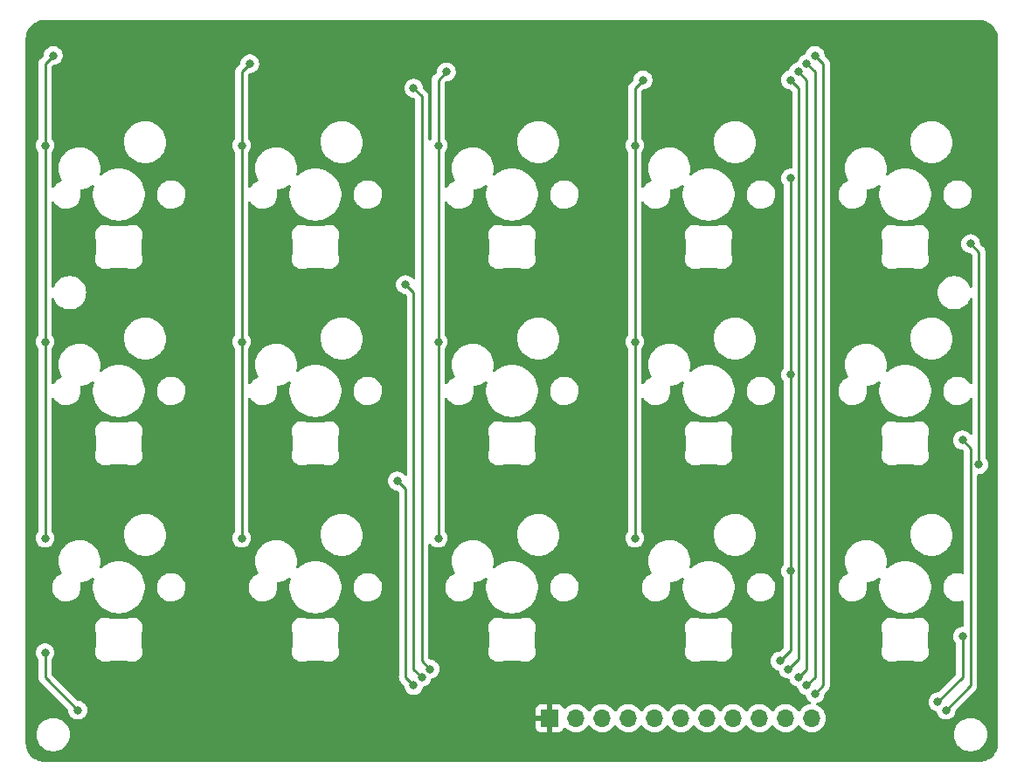
<source format=gbr>
%TF.GenerationSoftware,KiCad,Pcbnew,(6.0.6)*%
%TF.CreationDate,2022-08-15T00:28:01+08:00*%
%TF.ProjectId,15k-macropad,31356b2d-6d61-4637-926f-7061642e6b69,rev?*%
%TF.SameCoordinates,Original*%
%TF.FileFunction,Copper,L1,Top*%
%TF.FilePolarity,Positive*%
%FSLAX46Y46*%
G04 Gerber Fmt 4.6, Leading zero omitted, Abs format (unit mm)*
G04 Created by KiCad (PCBNEW (6.0.6)) date 2022-08-15 00:28:01*
%MOMM*%
%LPD*%
G01*
G04 APERTURE LIST*
%TA.AperFunction,ComponentPad*%
%ADD10O,1.700000X1.700000*%
%TD*%
%TA.AperFunction,ComponentPad*%
%ADD11R,1.700000X1.700000*%
%TD*%
%TA.AperFunction,ViaPad*%
%ADD12C,0.800000*%
%TD*%
%TA.AperFunction,Conductor*%
%ADD13C,0.254000*%
%TD*%
G04 APERTURE END LIST*
D10*
%TO.P,J1,11,Pin_11*%
%TO.N,GND*%
X171926250Y-115887500D03*
%TO.P,J1,10,Pin_10*%
%TO.N,LED_DIN*%
X169386250Y-115887500D03*
%TO.P,J1,9,Pin_9*%
%TO.N,COL0*%
X166846250Y-115887500D03*
%TO.P,J1,8,Pin_8*%
%TO.N,COL1*%
X164306250Y-115887500D03*
%TO.P,J1,7,Pin_7*%
%TO.N,COL2*%
X161766250Y-115887500D03*
%TO.P,J1,6,Pin_6*%
%TO.N,COL3*%
X159226250Y-115887500D03*
%TO.P,J1,5,Pin_5*%
%TO.N,COL4*%
X156686250Y-115887500D03*
%TO.P,J1,4,Pin_4*%
%TO.N,ROW0*%
X154146250Y-115887500D03*
%TO.P,J1,3,Pin_3*%
%TO.N,ROW1*%
X151606250Y-115887500D03*
%TO.P,J1,2,Pin_2*%
%TO.N,ROW2*%
X149066250Y-115887500D03*
D11*
%TO.P,J1,1,Pin_1*%
%TO.N,+5V*%
X146526250Y-115887500D03*
%TD*%
D12*
%TO.N,ROW0*%
X134937500Y-111125000D03*
X133350000Y-54768750D03*
%TO.N,ROW1*%
X132556250Y-73818750D03*
X134143750Y-111918750D03*
%TO.N,ROW2*%
X131762500Y-92868750D03*
X133350000Y-112712500D03*
%TO.N,COL0*%
X97631250Y-98425000D03*
X172243750Y-51593750D03*
X172243750Y-113506250D03*
X97631250Y-79375000D03*
X98425000Y-51593750D03*
X97631250Y-60325000D03*
%TO.N,COL1*%
X171450000Y-112712500D03*
X117475000Y-52387500D03*
X116681250Y-60325000D03*
X116681250Y-79375000D03*
X171450000Y-52387500D03*
X116681250Y-98425000D03*
%TO.N,COL2*%
X135731250Y-60325000D03*
X135731250Y-79375000D03*
X170656250Y-53181250D03*
X136525000Y-53181250D03*
X170656250Y-111918750D03*
X135731250Y-98425000D03*
%TO.N,COL3*%
X169862500Y-53975000D03*
X154781250Y-79375000D03*
X154781250Y-98425000D03*
X155575000Y-53975000D03*
X169642785Y-111125000D03*
X154781250Y-60325000D03*
%TO.N,COL4*%
X169862500Y-63500000D03*
X169862500Y-82550000D03*
X168849035Y-110331250D03*
X169862500Y-101600000D03*
%TO.N,+5V*%
X138545000Y-69417500D03*
X100445000Y-88467500D03*
X100445000Y-107517500D03*
X176645000Y-69417500D03*
X138545000Y-88467500D03*
X176645000Y-107517500D03*
X119495000Y-69417500D03*
X100445000Y-69417500D03*
X138545000Y-107517500D03*
X119495000Y-107517500D03*
X157595000Y-107517500D03*
X157595000Y-69417500D03*
X157595000Y-88467500D03*
X176645000Y-88467500D03*
X119495000Y-88467500D03*
%TO.N,Net-(LED13-Pad3)*%
X188118750Y-91281250D03*
X187325000Y-69850000D03*
%TO.N,Net-(LED14-Pad3)*%
X100806250Y-115093750D03*
X97631250Y-109537500D03*
X184943750Y-115093750D03*
X186531250Y-88900000D03*
%TO.N,LED_DIN*%
X186531250Y-107950000D03*
X184150000Y-114300000D03*
%TD*%
D13*
%TO.N,COL0*%
X173037500Y-112712500D02*
X173037500Y-52387500D01*
X172243750Y-113506250D02*
X173037500Y-112712500D01*
X173037500Y-52387500D02*
X172243750Y-51593750D01*
%TO.N,COL1*%
X172243750Y-111918750D02*
X172243750Y-53181250D01*
X171450000Y-112712500D02*
X172243750Y-111918750D01*
X172243750Y-53181250D02*
X171450000Y-52387500D01*
%TO.N,COL4*%
X168849035Y-110331250D02*
X169862500Y-109317785D01*
X169862500Y-109317785D02*
X169862500Y-82550000D01*
%TO.N,COL3*%
X169642785Y-111125000D02*
X170656250Y-110111535D01*
X170656250Y-110111535D02*
X170656250Y-54768750D01*
X170656250Y-54768750D02*
X169862500Y-53975000D01*
%TO.N,COL2*%
X170656250Y-111918750D02*
X171450000Y-111125000D01*
X171450000Y-53975000D02*
X170656250Y-53181250D01*
X171450000Y-111125000D02*
X171450000Y-53975000D01*
%TO.N,Net-(LED14-Pad3)*%
X97631250Y-111918750D02*
X97631250Y-109537500D01*
X100806250Y-115093750D02*
X97631250Y-111918750D01*
%TO.N,LED_DIN*%
X186531250Y-111918750D02*
X186531250Y-107950000D01*
X184150000Y-114300000D02*
X186531250Y-111918750D01*
%TO.N,Net-(LED14-Pad3)*%
X187325000Y-89693750D02*
X186531250Y-88900000D01*
X187325000Y-112712500D02*
X187325000Y-89693750D01*
X184943750Y-115093750D02*
X187325000Y-112712500D01*
%TO.N,ROW1*%
X133350000Y-111125000D02*
X134143750Y-111918750D01*
X133350000Y-74612500D02*
X133350000Y-111125000D01*
X132556250Y-73818750D02*
X133350000Y-74612500D01*
%TO.N,Net-(LED13-Pad3)*%
X188118750Y-91281250D02*
X188118750Y-70643750D01*
X188118750Y-70643750D02*
X187325000Y-69850000D01*
%TO.N,ROW2*%
X132556250Y-111918750D02*
X133350000Y-112712500D01*
X131762500Y-92868750D02*
X132556250Y-93662500D01*
X132556250Y-93662500D02*
X132556250Y-111918750D01*
%TO.N,COL0*%
X97631250Y-52387500D02*
X97631250Y-60325000D01*
X98425000Y-51593750D02*
X97631250Y-52387500D01*
%TO.N,COL1*%
X117475000Y-52387500D02*
X116681250Y-53181250D01*
X116681250Y-53181250D02*
X116681250Y-60325000D01*
%TO.N,COL2*%
X136525000Y-53181250D02*
X135731250Y-53975000D01*
X135731250Y-53975000D02*
X135731250Y-60325000D01*
%TO.N,COL3*%
X154781250Y-54768750D02*
X154781250Y-60325000D01*
X155575000Y-53975000D02*
X154781250Y-54768750D01*
%TO.N,ROW0*%
X134143750Y-110331250D02*
X134937500Y-111125000D01*
X133350000Y-54768750D02*
X134143750Y-55562500D01*
X134143750Y-55562500D02*
X134143750Y-110331250D01*
%TO.N,COL0*%
X97631250Y-98425000D02*
X97631250Y-60325000D01*
%TO.N,COL1*%
X116681250Y-60325000D02*
X116681250Y-98425000D01*
%TO.N,COL2*%
X135731250Y-98425000D02*
X135731250Y-60325000D01*
%TO.N,COL3*%
X154781250Y-60325000D02*
X154781250Y-98425000D01*
%TO.N,COL4*%
X169862500Y-82550000D02*
X169862500Y-63500000D01*
%TD*%
%TA.AperFunction,Conductor*%
%TO.N,+5V*%
G36*
X188088767Y-48135001D02*
G01*
X188093693Y-48135768D01*
X188103319Y-48137267D01*
X188112463Y-48138691D01*
X188128757Y-48136561D01*
X188153329Y-48135768D01*
X188354942Y-48148986D01*
X188371272Y-48151135D01*
X188595349Y-48195711D01*
X188611260Y-48199975D01*
X188729728Y-48240191D01*
X188827595Y-48273414D01*
X188842821Y-48279722D01*
X189047701Y-48380760D01*
X189061974Y-48389000D01*
X189251924Y-48515922D01*
X189264999Y-48525955D01*
X189436760Y-48676585D01*
X189448415Y-48688240D01*
X189599045Y-48860001D01*
X189609078Y-48873076D01*
X189736000Y-49063026D01*
X189744240Y-49077299D01*
X189845278Y-49282179D01*
X189851586Y-49297405D01*
X189925024Y-49513736D01*
X189929289Y-49529651D01*
X189959633Y-49682184D01*
X189973864Y-49753723D01*
X189976015Y-49770064D01*
X189988762Y-49964504D01*
X189987733Y-49987631D01*
X189987691Y-49991110D01*
X189986309Y-49999985D01*
X189990104Y-50029006D01*
X189990436Y-50031541D01*
X189991500Y-50047881D01*
X189991500Y-118219380D01*
X189989999Y-118238767D01*
X189986309Y-118262463D01*
X189988148Y-118276526D01*
X189988439Y-118278754D01*
X189989232Y-118303329D01*
X189981116Y-118427135D01*
X189976015Y-118504936D01*
X189973865Y-118521272D01*
X189955788Y-118612142D01*
X189929290Y-118745345D01*
X189925024Y-118761264D01*
X189851586Y-118977595D01*
X189845278Y-118992821D01*
X189744240Y-119197701D01*
X189736000Y-119211974D01*
X189609078Y-119401924D01*
X189599045Y-119414999D01*
X189448415Y-119586760D01*
X189436760Y-119598415D01*
X189264999Y-119749045D01*
X189251924Y-119759078D01*
X189061974Y-119886000D01*
X189047701Y-119894240D01*
X188842821Y-119995278D01*
X188827595Y-120001586D01*
X188729728Y-120034809D01*
X188611260Y-120075025D01*
X188595349Y-120079289D01*
X188371272Y-120123865D01*
X188354942Y-120126014D01*
X188215614Y-120135149D01*
X188160496Y-120138762D01*
X188137369Y-120137733D01*
X188133890Y-120137691D01*
X188125015Y-120136309D01*
X188096801Y-120139999D01*
X188093459Y-120140436D01*
X188077119Y-120141500D01*
X97680620Y-120141500D01*
X97661232Y-120139999D01*
X97659133Y-120139672D01*
X97651215Y-120138439D01*
X97646412Y-120137691D01*
X97646411Y-120137691D01*
X97637537Y-120136309D01*
X97621243Y-120138439D01*
X97596671Y-120139232D01*
X97395058Y-120126014D01*
X97378728Y-120123865D01*
X97154651Y-120079289D01*
X97138740Y-120075025D01*
X97020272Y-120034809D01*
X96922405Y-120001586D01*
X96907179Y-119995278D01*
X96702299Y-119894240D01*
X96688026Y-119886000D01*
X96498076Y-119759078D01*
X96485001Y-119749045D01*
X96313240Y-119598415D01*
X96301585Y-119586760D01*
X96150955Y-119414999D01*
X96140922Y-119401924D01*
X96014000Y-119211974D01*
X96005760Y-119197701D01*
X95904722Y-118992821D01*
X95898414Y-118977595D01*
X95824976Y-118761264D01*
X95820710Y-118745345D01*
X95794212Y-118612142D01*
X95776135Y-118521272D01*
X95773985Y-118504936D01*
X95761238Y-118310496D01*
X95762267Y-118287369D01*
X95762309Y-118283890D01*
X95763691Y-118275015D01*
X95759564Y-118243459D01*
X95758500Y-118227119D01*
X95758500Y-117475000D01*
X96811526Y-117475000D01*
X96831391Y-117727403D01*
X96890495Y-117973591D01*
X96987384Y-118207502D01*
X97119672Y-118423376D01*
X97284102Y-118615898D01*
X97476624Y-118780328D01*
X97692498Y-118912616D01*
X97697068Y-118914509D01*
X97697072Y-118914511D01*
X97886130Y-118992821D01*
X97926409Y-119009505D01*
X98011032Y-119029821D01*
X98167784Y-119067454D01*
X98167790Y-119067455D01*
X98172597Y-119068609D01*
X98272416Y-119076465D01*
X98359345Y-119083307D01*
X98359352Y-119083307D01*
X98361801Y-119083500D01*
X98488199Y-119083500D01*
X98490648Y-119083307D01*
X98490655Y-119083307D01*
X98577584Y-119076465D01*
X98677403Y-119068609D01*
X98682210Y-119067455D01*
X98682216Y-119067454D01*
X98838968Y-119029821D01*
X98923591Y-119009505D01*
X98963870Y-118992821D01*
X99152928Y-118914511D01*
X99152932Y-118914509D01*
X99157502Y-118912616D01*
X99373376Y-118780328D01*
X99565898Y-118615898D01*
X99730328Y-118423376D01*
X99862616Y-118207502D01*
X99959505Y-117973591D01*
X100018609Y-117727403D01*
X100038474Y-117475000D01*
X185711526Y-117475000D01*
X185731391Y-117727403D01*
X185790495Y-117973591D01*
X185887384Y-118207502D01*
X186019672Y-118423376D01*
X186184102Y-118615898D01*
X186376624Y-118780328D01*
X186592498Y-118912616D01*
X186597068Y-118914509D01*
X186597072Y-118914511D01*
X186786130Y-118992821D01*
X186826409Y-119009505D01*
X186911032Y-119029821D01*
X187067784Y-119067454D01*
X187067790Y-119067455D01*
X187072597Y-119068609D01*
X187172416Y-119076465D01*
X187259345Y-119083307D01*
X187259352Y-119083307D01*
X187261801Y-119083500D01*
X187388199Y-119083500D01*
X187390648Y-119083307D01*
X187390655Y-119083307D01*
X187477584Y-119076465D01*
X187577403Y-119068609D01*
X187582210Y-119067455D01*
X187582216Y-119067454D01*
X187738968Y-119029821D01*
X187823591Y-119009505D01*
X187863870Y-118992821D01*
X188052928Y-118914511D01*
X188052932Y-118914509D01*
X188057502Y-118912616D01*
X188273376Y-118780328D01*
X188465898Y-118615898D01*
X188630328Y-118423376D01*
X188762616Y-118207502D01*
X188859505Y-117973591D01*
X188918609Y-117727403D01*
X188938474Y-117475000D01*
X188918609Y-117222597D01*
X188908932Y-117182286D01*
X188866787Y-117006742D01*
X188859505Y-116976409D01*
X188838223Y-116925029D01*
X188764511Y-116747072D01*
X188764509Y-116747068D01*
X188762616Y-116742498D01*
X188630328Y-116526624D01*
X188465898Y-116334102D01*
X188273376Y-116169672D01*
X188057502Y-116037384D01*
X188052932Y-116035491D01*
X188052928Y-116035489D01*
X187828164Y-115942389D01*
X187828162Y-115942388D01*
X187823591Y-115940495D01*
X187738968Y-115920179D01*
X187582216Y-115882546D01*
X187582210Y-115882545D01*
X187577403Y-115881391D01*
X187477584Y-115873535D01*
X187390655Y-115866693D01*
X187390648Y-115866693D01*
X187388199Y-115866500D01*
X187261801Y-115866500D01*
X187259352Y-115866693D01*
X187259345Y-115866693D01*
X187172416Y-115873535D01*
X187072597Y-115881391D01*
X187067790Y-115882545D01*
X187067784Y-115882546D01*
X186911032Y-115920179D01*
X186826409Y-115940495D01*
X186821838Y-115942388D01*
X186821836Y-115942389D01*
X186597072Y-116035489D01*
X186597068Y-116035491D01*
X186592498Y-116037384D01*
X186376624Y-116169672D01*
X186184102Y-116334102D01*
X186019672Y-116526624D01*
X185887384Y-116742498D01*
X185885491Y-116747068D01*
X185885489Y-116747072D01*
X185811777Y-116925029D01*
X185790495Y-116976409D01*
X185783213Y-117006742D01*
X185741069Y-117182286D01*
X185731391Y-117222597D01*
X185711526Y-117475000D01*
X100038474Y-117475000D01*
X100018609Y-117222597D01*
X100008932Y-117182286D01*
X99966787Y-117006742D01*
X99959505Y-116976409D01*
X99938223Y-116925029D01*
X99879049Y-116782169D01*
X145168251Y-116782169D01*
X145168621Y-116788990D01*
X145174145Y-116839852D01*
X145177771Y-116855104D01*
X145222926Y-116975554D01*
X145231464Y-116991149D01*
X145307965Y-117093224D01*
X145320526Y-117105785D01*
X145422601Y-117182286D01*
X145438196Y-117190824D01*
X145558644Y-117235978D01*
X145573899Y-117239605D01*
X145624764Y-117245131D01*
X145631578Y-117245500D01*
X146254135Y-117245500D01*
X146269374Y-117241025D01*
X146270579Y-117239635D01*
X146272250Y-117231952D01*
X146272250Y-117227384D01*
X146780250Y-117227384D01*
X146784725Y-117242623D01*
X146786115Y-117243828D01*
X146793798Y-117245499D01*
X147420919Y-117245499D01*
X147427740Y-117245129D01*
X147478602Y-117239605D01*
X147493854Y-117235979D01*
X147614304Y-117190824D01*
X147629899Y-117182286D01*
X147731974Y-117105785D01*
X147744535Y-117093224D01*
X147821036Y-116991149D01*
X147829574Y-116975554D01*
X147870475Y-116866452D01*
X147913117Y-116809688D01*
X147979678Y-116784988D01*
X148049027Y-116800196D01*
X148083694Y-116828184D01*
X148109115Y-116857531D01*
X148109119Y-116857535D01*
X148112500Y-116861438D01*
X148284376Y-117004132D01*
X148477250Y-117116838D01*
X148685942Y-117196530D01*
X148691010Y-117197561D01*
X148691013Y-117197562D01*
X148790408Y-117217784D01*
X148904847Y-117241067D01*
X148910022Y-117241257D01*
X148910024Y-117241257D01*
X149122923Y-117249064D01*
X149122927Y-117249064D01*
X149128087Y-117249253D01*
X149133207Y-117248597D01*
X149133209Y-117248597D01*
X149344538Y-117221525D01*
X149344539Y-117221525D01*
X149349666Y-117220868D01*
X149354616Y-117219383D01*
X149558679Y-117158161D01*
X149558684Y-117158159D01*
X149563634Y-117156674D01*
X149764244Y-117058396D01*
X149946110Y-116928673D01*
X150104346Y-116770989D01*
X150234703Y-116589577D01*
X150236026Y-116590528D01*
X150282895Y-116547357D01*
X150352830Y-116535125D01*
X150418276Y-116562644D01*
X150446125Y-116594494D01*
X150506237Y-116692588D01*
X150652500Y-116861438D01*
X150824376Y-117004132D01*
X151017250Y-117116838D01*
X151225942Y-117196530D01*
X151231010Y-117197561D01*
X151231013Y-117197562D01*
X151330408Y-117217784D01*
X151444847Y-117241067D01*
X151450022Y-117241257D01*
X151450024Y-117241257D01*
X151662923Y-117249064D01*
X151662927Y-117249064D01*
X151668087Y-117249253D01*
X151673207Y-117248597D01*
X151673209Y-117248597D01*
X151884538Y-117221525D01*
X151884539Y-117221525D01*
X151889666Y-117220868D01*
X151894616Y-117219383D01*
X152098679Y-117158161D01*
X152098684Y-117158159D01*
X152103634Y-117156674D01*
X152304244Y-117058396D01*
X152486110Y-116928673D01*
X152644346Y-116770989D01*
X152774703Y-116589577D01*
X152776026Y-116590528D01*
X152822895Y-116547357D01*
X152892830Y-116535125D01*
X152958276Y-116562644D01*
X152986125Y-116594494D01*
X153046237Y-116692588D01*
X153192500Y-116861438D01*
X153364376Y-117004132D01*
X153557250Y-117116838D01*
X153765942Y-117196530D01*
X153771010Y-117197561D01*
X153771013Y-117197562D01*
X153870408Y-117217784D01*
X153984847Y-117241067D01*
X153990022Y-117241257D01*
X153990024Y-117241257D01*
X154202923Y-117249064D01*
X154202927Y-117249064D01*
X154208087Y-117249253D01*
X154213207Y-117248597D01*
X154213209Y-117248597D01*
X154424538Y-117221525D01*
X154424539Y-117221525D01*
X154429666Y-117220868D01*
X154434616Y-117219383D01*
X154638679Y-117158161D01*
X154638684Y-117158159D01*
X154643634Y-117156674D01*
X154844244Y-117058396D01*
X155026110Y-116928673D01*
X155184346Y-116770989D01*
X155314703Y-116589577D01*
X155316026Y-116590528D01*
X155362895Y-116547357D01*
X155432830Y-116535125D01*
X155498276Y-116562644D01*
X155526125Y-116594494D01*
X155586237Y-116692588D01*
X155732500Y-116861438D01*
X155904376Y-117004132D01*
X156097250Y-117116838D01*
X156305942Y-117196530D01*
X156311010Y-117197561D01*
X156311013Y-117197562D01*
X156410408Y-117217784D01*
X156524847Y-117241067D01*
X156530022Y-117241257D01*
X156530024Y-117241257D01*
X156742923Y-117249064D01*
X156742927Y-117249064D01*
X156748087Y-117249253D01*
X156753207Y-117248597D01*
X156753209Y-117248597D01*
X156964538Y-117221525D01*
X156964539Y-117221525D01*
X156969666Y-117220868D01*
X156974616Y-117219383D01*
X157178679Y-117158161D01*
X157178684Y-117158159D01*
X157183634Y-117156674D01*
X157384244Y-117058396D01*
X157566110Y-116928673D01*
X157724346Y-116770989D01*
X157854703Y-116589577D01*
X157856026Y-116590528D01*
X157902895Y-116547357D01*
X157972830Y-116535125D01*
X158038276Y-116562644D01*
X158066125Y-116594494D01*
X158126237Y-116692588D01*
X158272500Y-116861438D01*
X158444376Y-117004132D01*
X158637250Y-117116838D01*
X158845942Y-117196530D01*
X158851010Y-117197561D01*
X158851013Y-117197562D01*
X158950408Y-117217784D01*
X159064847Y-117241067D01*
X159070022Y-117241257D01*
X159070024Y-117241257D01*
X159282923Y-117249064D01*
X159282927Y-117249064D01*
X159288087Y-117249253D01*
X159293207Y-117248597D01*
X159293209Y-117248597D01*
X159504538Y-117221525D01*
X159504539Y-117221525D01*
X159509666Y-117220868D01*
X159514616Y-117219383D01*
X159718679Y-117158161D01*
X159718684Y-117158159D01*
X159723634Y-117156674D01*
X159924244Y-117058396D01*
X160106110Y-116928673D01*
X160264346Y-116770989D01*
X160394703Y-116589577D01*
X160396026Y-116590528D01*
X160442895Y-116547357D01*
X160512830Y-116535125D01*
X160578276Y-116562644D01*
X160606125Y-116594494D01*
X160666237Y-116692588D01*
X160812500Y-116861438D01*
X160984376Y-117004132D01*
X161177250Y-117116838D01*
X161385942Y-117196530D01*
X161391010Y-117197561D01*
X161391013Y-117197562D01*
X161490408Y-117217784D01*
X161604847Y-117241067D01*
X161610022Y-117241257D01*
X161610024Y-117241257D01*
X161822923Y-117249064D01*
X161822927Y-117249064D01*
X161828087Y-117249253D01*
X161833207Y-117248597D01*
X161833209Y-117248597D01*
X162044538Y-117221525D01*
X162044539Y-117221525D01*
X162049666Y-117220868D01*
X162054616Y-117219383D01*
X162258679Y-117158161D01*
X162258684Y-117158159D01*
X162263634Y-117156674D01*
X162464244Y-117058396D01*
X162646110Y-116928673D01*
X162804346Y-116770989D01*
X162934703Y-116589577D01*
X162936026Y-116590528D01*
X162982895Y-116547357D01*
X163052830Y-116535125D01*
X163118276Y-116562644D01*
X163146125Y-116594494D01*
X163206237Y-116692588D01*
X163352500Y-116861438D01*
X163524376Y-117004132D01*
X163717250Y-117116838D01*
X163925942Y-117196530D01*
X163931010Y-117197561D01*
X163931013Y-117197562D01*
X164030408Y-117217784D01*
X164144847Y-117241067D01*
X164150022Y-117241257D01*
X164150024Y-117241257D01*
X164362923Y-117249064D01*
X164362927Y-117249064D01*
X164368087Y-117249253D01*
X164373207Y-117248597D01*
X164373209Y-117248597D01*
X164584538Y-117221525D01*
X164584539Y-117221525D01*
X164589666Y-117220868D01*
X164594616Y-117219383D01*
X164798679Y-117158161D01*
X164798684Y-117158159D01*
X164803634Y-117156674D01*
X165004244Y-117058396D01*
X165186110Y-116928673D01*
X165344346Y-116770989D01*
X165474703Y-116589577D01*
X165476026Y-116590528D01*
X165522895Y-116547357D01*
X165592830Y-116535125D01*
X165658276Y-116562644D01*
X165686125Y-116594494D01*
X165746237Y-116692588D01*
X165892500Y-116861438D01*
X166064376Y-117004132D01*
X166257250Y-117116838D01*
X166465942Y-117196530D01*
X166471010Y-117197561D01*
X166471013Y-117197562D01*
X166570408Y-117217784D01*
X166684847Y-117241067D01*
X166690022Y-117241257D01*
X166690024Y-117241257D01*
X166902923Y-117249064D01*
X166902927Y-117249064D01*
X166908087Y-117249253D01*
X166913207Y-117248597D01*
X166913209Y-117248597D01*
X167124538Y-117221525D01*
X167124539Y-117221525D01*
X167129666Y-117220868D01*
X167134616Y-117219383D01*
X167338679Y-117158161D01*
X167338684Y-117158159D01*
X167343634Y-117156674D01*
X167544244Y-117058396D01*
X167726110Y-116928673D01*
X167884346Y-116770989D01*
X168014703Y-116589577D01*
X168016026Y-116590528D01*
X168062895Y-116547357D01*
X168132830Y-116535125D01*
X168198276Y-116562644D01*
X168226125Y-116594494D01*
X168286237Y-116692588D01*
X168432500Y-116861438D01*
X168604376Y-117004132D01*
X168797250Y-117116838D01*
X169005942Y-117196530D01*
X169011010Y-117197561D01*
X169011013Y-117197562D01*
X169110408Y-117217784D01*
X169224847Y-117241067D01*
X169230022Y-117241257D01*
X169230024Y-117241257D01*
X169442923Y-117249064D01*
X169442927Y-117249064D01*
X169448087Y-117249253D01*
X169453207Y-117248597D01*
X169453209Y-117248597D01*
X169664538Y-117221525D01*
X169664539Y-117221525D01*
X169669666Y-117220868D01*
X169674616Y-117219383D01*
X169878679Y-117158161D01*
X169878684Y-117158159D01*
X169883634Y-117156674D01*
X170084244Y-117058396D01*
X170266110Y-116928673D01*
X170424346Y-116770989D01*
X170554703Y-116589577D01*
X170556026Y-116590528D01*
X170602895Y-116547357D01*
X170672830Y-116535125D01*
X170738276Y-116562644D01*
X170766125Y-116594494D01*
X170826237Y-116692588D01*
X170972500Y-116861438D01*
X171144376Y-117004132D01*
X171337250Y-117116838D01*
X171545942Y-117196530D01*
X171551010Y-117197561D01*
X171551013Y-117197562D01*
X171650408Y-117217784D01*
X171764847Y-117241067D01*
X171770022Y-117241257D01*
X171770024Y-117241257D01*
X171982923Y-117249064D01*
X171982927Y-117249064D01*
X171988087Y-117249253D01*
X171993207Y-117248597D01*
X171993209Y-117248597D01*
X172204538Y-117221525D01*
X172204539Y-117221525D01*
X172209666Y-117220868D01*
X172214616Y-117219383D01*
X172418679Y-117158161D01*
X172418684Y-117158159D01*
X172423634Y-117156674D01*
X172624244Y-117058396D01*
X172806110Y-116928673D01*
X172964346Y-116770989D01*
X173094703Y-116589577D01*
X173115570Y-116547357D01*
X173191386Y-116393953D01*
X173191387Y-116393951D01*
X173193680Y-116389311D01*
X173258620Y-116175569D01*
X173287779Y-115954090D01*
X173288140Y-115939340D01*
X173289324Y-115890857D01*
X173289406Y-115887500D01*
X173271102Y-115664861D01*
X173216681Y-115448202D01*
X173127604Y-115243340D01*
X173077641Y-115166109D01*
X173009072Y-115060117D01*
X173009070Y-115060114D01*
X173006264Y-115055777D01*
X172855920Y-114890551D01*
X172851869Y-114887352D01*
X172851865Y-114887348D01*
X172684664Y-114755300D01*
X172684660Y-114755298D01*
X172680609Y-114752098D01*
X172485039Y-114644138D01*
X172454284Y-114633247D01*
X172446691Y-114630558D01*
X172389154Y-114588964D01*
X172363238Y-114522866D01*
X172377172Y-114453251D01*
X172426530Y-114402219D01*
X172462552Y-114388539D01*
X172526038Y-114375044D01*
X172593359Y-114345071D01*
X172694472Y-114300053D01*
X172694474Y-114300052D01*
X172694591Y-114300000D01*
X183236496Y-114300000D01*
X183237186Y-114306565D01*
X183248557Y-114414750D01*
X183256458Y-114489928D01*
X183315473Y-114671556D01*
X183318776Y-114677278D01*
X183318777Y-114677279D01*
X183341405Y-114716471D01*
X183410960Y-114836944D01*
X183415378Y-114841851D01*
X183415379Y-114841852D01*
X183534325Y-114973955D01*
X183538747Y-114978866D01*
X183614499Y-115033903D01*
X183687835Y-115087185D01*
X183693248Y-115091118D01*
X183699276Y-115093802D01*
X183699278Y-115093803D01*
X183761750Y-115121617D01*
X183867712Y-115168794D01*
X183941514Y-115184481D01*
X183953971Y-115187129D01*
X184016444Y-115220858D01*
X184050080Y-115282458D01*
X184050208Y-115283678D01*
X184109223Y-115465306D01*
X184204710Y-115630694D01*
X184332497Y-115772616D01*
X184486998Y-115884868D01*
X184493026Y-115887552D01*
X184493028Y-115887553D01*
X184642474Y-115954090D01*
X184661462Y-115962544D01*
X184754862Y-115982397D01*
X184841806Y-116000878D01*
X184841811Y-116000878D01*
X184848263Y-116002250D01*
X185039237Y-116002250D01*
X185045689Y-116000878D01*
X185045694Y-116000878D01*
X185132638Y-115982397D01*
X185226038Y-115962544D01*
X185245026Y-115954090D01*
X185394472Y-115887553D01*
X185394474Y-115887552D01*
X185400502Y-115884868D01*
X185555003Y-115772616D01*
X185682790Y-115630694D01*
X185778277Y-115465306D01*
X185837292Y-115283678D01*
X185841033Y-115248090D01*
X185854325Y-115121617D01*
X185881338Y-115055960D01*
X185890540Y-115045692D01*
X187718483Y-113217750D01*
X187726809Y-113210174D01*
X187733303Y-113206053D01*
X187780086Y-113156234D01*
X187782840Y-113153393D01*
X187802639Y-113133594D01*
X187805063Y-113130469D01*
X187805071Y-113130460D01*
X187805137Y-113130374D01*
X187812845Y-113121349D01*
X187837790Y-113094785D01*
X187843217Y-113089006D01*
X187853023Y-113071169D01*
X187863873Y-113054653D01*
X187876350Y-113038567D01*
X187893976Y-112997834D01*
X187899193Y-112987186D01*
X187916749Y-112955251D01*
X187920569Y-112948303D01*
X187922540Y-112940628D01*
X187922542Y-112940622D01*
X187925631Y-112928589D01*
X187932034Y-112909887D01*
X187940117Y-112891208D01*
X187947060Y-112847373D01*
X187949467Y-112835751D01*
X187960500Y-112792782D01*
X187960500Y-112772435D01*
X187962051Y-112752724D01*
X187963995Y-112740450D01*
X187965235Y-112732621D01*
X187961059Y-112688444D01*
X187960500Y-112676586D01*
X187960500Y-92315750D01*
X187980502Y-92247629D01*
X188034158Y-92201136D01*
X188086500Y-92189750D01*
X188214237Y-92189750D01*
X188220689Y-92188378D01*
X188220694Y-92188378D01*
X188307638Y-92169897D01*
X188401038Y-92150044D01*
X188407069Y-92147359D01*
X188569472Y-92075053D01*
X188569474Y-92075052D01*
X188575502Y-92072368D01*
X188730003Y-91960116D01*
X188857790Y-91818194D01*
X188953277Y-91652806D01*
X189012292Y-91471178D01*
X189032254Y-91281250D01*
X189026850Y-91229833D01*
X189012982Y-91097885D01*
X189012982Y-91097883D01*
X189012292Y-91091322D01*
X188953277Y-90909694D01*
X188857790Y-90744306D01*
X188786614Y-90665257D01*
X188755896Y-90601250D01*
X188754250Y-90580947D01*
X188754250Y-70722770D01*
X188754780Y-70711536D01*
X188756458Y-70704031D01*
X188754312Y-70635738D01*
X188754250Y-70631781D01*
X188754250Y-70603767D01*
X188753742Y-70599746D01*
X188752808Y-70587894D01*
X188751664Y-70551468D01*
X188751664Y-70551467D01*
X188751415Y-70543545D01*
X188745737Y-70524001D01*
X188741727Y-70504638D01*
X188740170Y-70492310D01*
X188740170Y-70492308D01*
X188739177Y-70484451D01*
X188736261Y-70477087D01*
X188736260Y-70477082D01*
X188722843Y-70443194D01*
X188718998Y-70431965D01*
X188708831Y-70396972D01*
X188706619Y-70389357D01*
X188702580Y-70382527D01*
X188696262Y-70371844D01*
X188687562Y-70354086D01*
X188682989Y-70342535D01*
X188682985Y-70342529D01*
X188680069Y-70335162D01*
X188653984Y-70299259D01*
X188647469Y-70289340D01*
X188628924Y-70257982D01*
X188628921Y-70257978D01*
X188624884Y-70251152D01*
X188610500Y-70236768D01*
X188597659Y-70221734D01*
X188590352Y-70211677D01*
X188585692Y-70205263D01*
X188551494Y-70176972D01*
X188542715Y-70168983D01*
X188271790Y-69898058D01*
X188237764Y-69835746D01*
X188235575Y-69822133D01*
X188219232Y-69666635D01*
X188219232Y-69666633D01*
X188218542Y-69660072D01*
X188159527Y-69478444D01*
X188155287Y-69471099D01*
X188067341Y-69318774D01*
X188064040Y-69313056D01*
X188055069Y-69303092D01*
X187940675Y-69176045D01*
X187940674Y-69176044D01*
X187936253Y-69171134D01*
X187837157Y-69099136D01*
X187787094Y-69062763D01*
X187787093Y-69062762D01*
X187781752Y-69058882D01*
X187775724Y-69056198D01*
X187775722Y-69056197D01*
X187613319Y-68983891D01*
X187613318Y-68983891D01*
X187607288Y-68981206D01*
X187513888Y-68961353D01*
X187426944Y-68942872D01*
X187426939Y-68942872D01*
X187420487Y-68941500D01*
X187229513Y-68941500D01*
X187223061Y-68942872D01*
X187223056Y-68942872D01*
X187136112Y-68961353D01*
X187042712Y-68981206D01*
X187036682Y-68983891D01*
X187036681Y-68983891D01*
X186874278Y-69056197D01*
X186874276Y-69056198D01*
X186868248Y-69058882D01*
X186862907Y-69062762D01*
X186862906Y-69062763D01*
X186812843Y-69099136D01*
X186713747Y-69171134D01*
X186709326Y-69176044D01*
X186709325Y-69176045D01*
X186594932Y-69303092D01*
X186585960Y-69313056D01*
X186582659Y-69318774D01*
X186494714Y-69471099D01*
X186490473Y-69478444D01*
X186431458Y-69660072D01*
X186411496Y-69850000D01*
X186431458Y-70039928D01*
X186490473Y-70221556D01*
X186493776Y-70227278D01*
X186493777Y-70227279D01*
X186499256Y-70236768D01*
X186585960Y-70386944D01*
X186590378Y-70391851D01*
X186590379Y-70391852D01*
X186680832Y-70492310D01*
X186713747Y-70528866D01*
X186723474Y-70535933D01*
X186858128Y-70633765D01*
X186868248Y-70641118D01*
X186874276Y-70643802D01*
X186874278Y-70643803D01*
X187025002Y-70710909D01*
X187042712Y-70718794D01*
X187136113Y-70738647D01*
X187223056Y-70757128D01*
X187223061Y-70757128D01*
X187229513Y-70758500D01*
X187282577Y-70758500D01*
X187350698Y-70778502D01*
X187371672Y-70795405D01*
X187446345Y-70870078D01*
X187480371Y-70932390D01*
X187483250Y-70959173D01*
X187483250Y-73990454D01*
X187463248Y-74058575D01*
X187409592Y-74105068D01*
X187339318Y-74115172D01*
X187274738Y-74085678D01*
X187240841Y-74038672D01*
X187177011Y-73884572D01*
X187177009Y-73884568D01*
X187175116Y-73879998D01*
X187042828Y-73664124D01*
X186878398Y-73471602D01*
X186685876Y-73307172D01*
X186470002Y-73174884D01*
X186465432Y-73172991D01*
X186465428Y-73172989D01*
X186240664Y-73079889D01*
X186240662Y-73079888D01*
X186236091Y-73077995D01*
X186151468Y-73057679D01*
X185994716Y-73020046D01*
X185994710Y-73020045D01*
X185989903Y-73018891D01*
X185890084Y-73011035D01*
X185803155Y-73004193D01*
X185803148Y-73004193D01*
X185800699Y-73004000D01*
X185674301Y-73004000D01*
X185671852Y-73004193D01*
X185671845Y-73004193D01*
X185584916Y-73011035D01*
X185485097Y-73018891D01*
X185480290Y-73020045D01*
X185480284Y-73020046D01*
X185323532Y-73057679D01*
X185238909Y-73077995D01*
X185234338Y-73079888D01*
X185234336Y-73079889D01*
X185009572Y-73172989D01*
X185009568Y-73172991D01*
X185004998Y-73174884D01*
X184789124Y-73307172D01*
X184596602Y-73471602D01*
X184432172Y-73664124D01*
X184299884Y-73879998D01*
X184297991Y-73884568D01*
X184297989Y-73884572D01*
X184211261Y-74093953D01*
X184202995Y-74113909D01*
X184201840Y-74118721D01*
X184146321Y-74349976D01*
X184143891Y-74360097D01*
X184124026Y-74612500D01*
X184143891Y-74864903D01*
X184145045Y-74869710D01*
X184145046Y-74869716D01*
X184182679Y-75026468D01*
X184202995Y-75111091D01*
X184204888Y-75115662D01*
X184204889Y-75115664D01*
X184254132Y-75234546D01*
X184299884Y-75345002D01*
X184432172Y-75560876D01*
X184596602Y-75753398D01*
X184789124Y-75917828D01*
X185004998Y-76050116D01*
X185009568Y-76052009D01*
X185009572Y-76052011D01*
X185234336Y-76145111D01*
X185238909Y-76147005D01*
X185323532Y-76167321D01*
X185480284Y-76204954D01*
X185480290Y-76204955D01*
X185485097Y-76206109D01*
X185584916Y-76213965D01*
X185671845Y-76220807D01*
X185671852Y-76220807D01*
X185674301Y-76221000D01*
X185800699Y-76221000D01*
X185803148Y-76220807D01*
X185803155Y-76220807D01*
X185890084Y-76213965D01*
X185989903Y-76206109D01*
X185994710Y-76204955D01*
X185994716Y-76204954D01*
X186151468Y-76167321D01*
X186236091Y-76147005D01*
X186240664Y-76145111D01*
X186465428Y-76052011D01*
X186465432Y-76052009D01*
X186470002Y-76050116D01*
X186685876Y-75917828D01*
X186878398Y-75753398D01*
X187042828Y-75560876D01*
X187175116Y-75345002D01*
X187220869Y-75234546D01*
X187240841Y-75186328D01*
X187285389Y-75131047D01*
X187352753Y-75108626D01*
X187421544Y-75126184D01*
X187469922Y-75178146D01*
X187483250Y-75234546D01*
X187483250Y-83373732D01*
X187463248Y-83441853D01*
X187409592Y-83488346D01*
X187339318Y-83498450D01*
X187274738Y-83468956D01*
X187249531Y-83439098D01*
X187179664Y-83323961D01*
X187179662Y-83323958D01*
X187176896Y-83319400D01*
X187023015Y-83142068D01*
X186961772Y-83091852D01*
X186845584Y-82996583D01*
X186845578Y-82996579D01*
X186841456Y-82993199D01*
X186836820Y-82990560D01*
X186836817Y-82990558D01*
X186642053Y-82879692D01*
X186637410Y-82877049D01*
X186416711Y-82796939D01*
X186411462Y-82795990D01*
X186411459Y-82795989D01*
X186330385Y-82781329D01*
X186185670Y-82755160D01*
X186181531Y-82754965D01*
X186181524Y-82754964D01*
X186162560Y-82754070D01*
X186162551Y-82754070D01*
X186161071Y-82754000D01*
X185996050Y-82754000D01*
X185914701Y-82760903D01*
X185826363Y-82768398D01*
X185826359Y-82768399D01*
X185821052Y-82768849D01*
X185815897Y-82770187D01*
X185815891Y-82770188D01*
X185638177Y-82816314D01*
X185593794Y-82827833D01*
X185588928Y-82830025D01*
X185588925Y-82830026D01*
X185384583Y-82922076D01*
X185384580Y-82922077D01*
X185379722Y-82924266D01*
X185375298Y-82927245D01*
X185375297Y-82927245D01*
X185345557Y-82947267D01*
X185184959Y-83055388D01*
X185181102Y-83059067D01*
X185181100Y-83059069D01*
X185157874Y-83081226D01*
X185015073Y-83217451D01*
X184874922Y-83405821D01*
X184872506Y-83410572D01*
X184872504Y-83410576D01*
X184798824Y-83555495D01*
X184768513Y-83615112D01*
X184698889Y-83839340D01*
X184698188Y-83844629D01*
X184681092Y-83973616D01*
X184668039Y-84072093D01*
X184676848Y-84306716D01*
X184677943Y-84311934D01*
X184702794Y-84430371D01*
X184725062Y-84536501D01*
X184811302Y-84754877D01*
X184814071Y-84759440D01*
X184903553Y-84906901D01*
X184933104Y-84955600D01*
X185086985Y-85132932D01*
X185091117Y-85136320D01*
X185264416Y-85278417D01*
X185264422Y-85278421D01*
X185268544Y-85281801D01*
X185273180Y-85284440D01*
X185273183Y-85284442D01*
X185384408Y-85347755D01*
X185472590Y-85397951D01*
X185693289Y-85478061D01*
X185698538Y-85479010D01*
X185698541Y-85479011D01*
X185745382Y-85487481D01*
X185924330Y-85519840D01*
X185928469Y-85520035D01*
X185928476Y-85520036D01*
X185947440Y-85520930D01*
X185947449Y-85520930D01*
X185948929Y-85521000D01*
X186113950Y-85521000D01*
X186195299Y-85514097D01*
X186283637Y-85506602D01*
X186283641Y-85506601D01*
X186288948Y-85506151D01*
X186294103Y-85504813D01*
X186294109Y-85504812D01*
X186511035Y-85448509D01*
X186511034Y-85448509D01*
X186516206Y-85447167D01*
X186521072Y-85444975D01*
X186521075Y-85444974D01*
X186725417Y-85352924D01*
X186725420Y-85352923D01*
X186730278Y-85350734D01*
X186925041Y-85219612D01*
X186941402Y-85204005D01*
X187091070Y-85061228D01*
X187094927Y-85057549D01*
X187235078Y-84869179D01*
X187237496Y-84864424D01*
X187237499Y-84864419D01*
X187244934Y-84849795D01*
X187293637Y-84798138D01*
X187362537Y-84781012D01*
X187429759Y-84803855D01*
X187473959Y-84859414D01*
X187483250Y-84906901D01*
X187483250Y-88271332D01*
X187463248Y-88339453D01*
X187409592Y-88385946D01*
X187339318Y-88396050D01*
X187274738Y-88366556D01*
X187263614Y-88355642D01*
X187256490Y-88347729D01*
X187142503Y-88221134D01*
X187043407Y-88149136D01*
X186993344Y-88112763D01*
X186993343Y-88112762D01*
X186988002Y-88108882D01*
X186981974Y-88106198D01*
X186981972Y-88106197D01*
X186819569Y-88033891D01*
X186819568Y-88033891D01*
X186813538Y-88031206D01*
X186720137Y-88011353D01*
X186633194Y-87992872D01*
X186633189Y-87992872D01*
X186626737Y-87991500D01*
X186435763Y-87991500D01*
X186429311Y-87992872D01*
X186429306Y-87992872D01*
X186342362Y-88011353D01*
X186248962Y-88031206D01*
X186242932Y-88033891D01*
X186242931Y-88033891D01*
X186080528Y-88106197D01*
X186080526Y-88106198D01*
X186074498Y-88108882D01*
X186069157Y-88112762D01*
X186069156Y-88112763D01*
X186019093Y-88149136D01*
X185919997Y-88221134D01*
X185915576Y-88226044D01*
X185915575Y-88226045D01*
X185798886Y-88355642D01*
X185792210Y-88363056D01*
X185773161Y-88396050D01*
X185700964Y-88521099D01*
X185696723Y-88528444D01*
X185637708Y-88710072D01*
X185617746Y-88900000D01*
X185637708Y-89089928D01*
X185696723Y-89271556D01*
X185792210Y-89436944D01*
X185919997Y-89578866D01*
X186074498Y-89691118D01*
X186080526Y-89693802D01*
X186080528Y-89693803D01*
X186242931Y-89766109D01*
X186248962Y-89768794D01*
X186342362Y-89788647D01*
X186429306Y-89807128D01*
X186429311Y-89807128D01*
X186435763Y-89808500D01*
X186488827Y-89808500D01*
X186556948Y-89828502D01*
X186577922Y-89845405D01*
X186652595Y-89920078D01*
X186686621Y-89982390D01*
X186689500Y-90009173D01*
X186689500Y-101766177D01*
X186669498Y-101834298D01*
X186615842Y-101880791D01*
X186545568Y-101890895D01*
X186520509Y-101884616D01*
X186509972Y-101880791D01*
X186435963Y-101853927D01*
X186421726Y-101848759D01*
X186421722Y-101848758D01*
X186416711Y-101846939D01*
X186411462Y-101845990D01*
X186411459Y-101845989D01*
X186330385Y-101831329D01*
X186185670Y-101805160D01*
X186181531Y-101804965D01*
X186181524Y-101804964D01*
X186162560Y-101804070D01*
X186162551Y-101804070D01*
X186161071Y-101804000D01*
X185996050Y-101804000D01*
X185914701Y-101810903D01*
X185826363Y-101818398D01*
X185826359Y-101818399D01*
X185821052Y-101818849D01*
X185815897Y-101820187D01*
X185815891Y-101820188D01*
X185638177Y-101866314D01*
X185593794Y-101877833D01*
X185588928Y-101880025D01*
X185588925Y-101880026D01*
X185384583Y-101972076D01*
X185384580Y-101972077D01*
X185379722Y-101974266D01*
X185375298Y-101977245D01*
X185375297Y-101977245D01*
X185345557Y-101997267D01*
X185184959Y-102105388D01*
X185181102Y-102109067D01*
X185181100Y-102109069D01*
X185157874Y-102131226D01*
X185015073Y-102267451D01*
X184874922Y-102455821D01*
X184872506Y-102460572D01*
X184872504Y-102460576D01*
X184798824Y-102605495D01*
X184768513Y-102665112D01*
X184698889Y-102889340D01*
X184698188Y-102894629D01*
X184681092Y-103023616D01*
X184668039Y-103122093D01*
X184676848Y-103356716D01*
X184677943Y-103361934D01*
X184702794Y-103480371D01*
X184725062Y-103586501D01*
X184811302Y-103804877D01*
X184933104Y-104005600D01*
X185086985Y-104182932D01*
X185091117Y-104186320D01*
X185264416Y-104328417D01*
X185264422Y-104328421D01*
X185268544Y-104331801D01*
X185273180Y-104334440D01*
X185273183Y-104334442D01*
X185384408Y-104397755D01*
X185472590Y-104447951D01*
X185693289Y-104528061D01*
X185698538Y-104529010D01*
X185698541Y-104529011D01*
X185745382Y-104537481D01*
X185924330Y-104569840D01*
X185928469Y-104570035D01*
X185928476Y-104570036D01*
X185947440Y-104570930D01*
X185947449Y-104570930D01*
X185948929Y-104571000D01*
X186113950Y-104571000D01*
X186195299Y-104564097D01*
X186283637Y-104556602D01*
X186283641Y-104556601D01*
X186288948Y-104556151D01*
X186294103Y-104554813D01*
X186294109Y-104554812D01*
X186511044Y-104498507D01*
X186511046Y-104498506D01*
X186516206Y-104497167D01*
X186521070Y-104494976D01*
X186521646Y-104494773D01*
X186592543Y-104491011D01*
X186654219Y-104526176D01*
X186687092Y-104589103D01*
X186689500Y-104613618D01*
X186689500Y-106915500D01*
X186669498Y-106983621D01*
X186615842Y-107030114D01*
X186563500Y-107041500D01*
X186435763Y-107041500D01*
X186429311Y-107042872D01*
X186429306Y-107042872D01*
X186342363Y-107061353D01*
X186248962Y-107081206D01*
X186242932Y-107083891D01*
X186242931Y-107083891D01*
X186080528Y-107156197D01*
X186080526Y-107156198D01*
X186074498Y-107158882D01*
X186069157Y-107162762D01*
X186069156Y-107162763D01*
X186019093Y-107199136D01*
X185919997Y-107271134D01*
X185915576Y-107276044D01*
X185915575Y-107276045D01*
X185801182Y-107403092D01*
X185792210Y-107413056D01*
X185788909Y-107418774D01*
X185700964Y-107571099D01*
X185696723Y-107578444D01*
X185637708Y-107760072D01*
X185617746Y-107950000D01*
X185637708Y-108139928D01*
X185696723Y-108321556D01*
X185792210Y-108486944D01*
X185796628Y-108491851D01*
X185796629Y-108491852D01*
X185863386Y-108565993D01*
X185894104Y-108630000D01*
X185895750Y-108650303D01*
X185895750Y-111603328D01*
X185875748Y-111671449D01*
X185858845Y-111692423D01*
X184196672Y-113354595D01*
X184134360Y-113388621D01*
X184107577Y-113391500D01*
X184054513Y-113391500D01*
X184048061Y-113392872D01*
X184048056Y-113392872D01*
X183961113Y-113411353D01*
X183867712Y-113431206D01*
X183861682Y-113433891D01*
X183861681Y-113433891D01*
X183699278Y-113506197D01*
X183699276Y-113506198D01*
X183693248Y-113508882D01*
X183538747Y-113621134D01*
X183410960Y-113763056D01*
X183315473Y-113928444D01*
X183256458Y-114110072D01*
X183255768Y-114116633D01*
X183255768Y-114116635D01*
X183244383Y-114224956D01*
X183236496Y-114300000D01*
X172694591Y-114300000D01*
X172700502Y-114297368D01*
X172705916Y-114293435D01*
X172755907Y-114257114D01*
X172855003Y-114185116D01*
X172982790Y-114043194D01*
X173078277Y-113877806D01*
X173137292Y-113696178D01*
X173145194Y-113621000D01*
X173154325Y-113534118D01*
X173181338Y-113468461D01*
X173190540Y-113458192D01*
X173430988Y-113217745D01*
X173439307Y-113210175D01*
X173445803Y-113206053D01*
X173492586Y-113156234D01*
X173495340Y-113153393D01*
X173515139Y-113133594D01*
X173517563Y-113130469D01*
X173517571Y-113130460D01*
X173517637Y-113130374D01*
X173525345Y-113121349D01*
X173550290Y-113094785D01*
X173555717Y-113089006D01*
X173565523Y-113071169D01*
X173576373Y-113054653D01*
X173588850Y-113038567D01*
X173606476Y-112997834D01*
X173611693Y-112987186D01*
X173629249Y-112955251D01*
X173633069Y-112948303D01*
X173635040Y-112940628D01*
X173635042Y-112940622D01*
X173638131Y-112928589D01*
X173644534Y-112909887D01*
X173652617Y-112891208D01*
X173659560Y-112847373D01*
X173661967Y-112835751D01*
X173673000Y-112792782D01*
X173673000Y-112772435D01*
X173674551Y-112752724D01*
X173676495Y-112740450D01*
X173677735Y-112732621D01*
X173673559Y-112688444D01*
X173673000Y-112676586D01*
X173673000Y-109318500D01*
X178667038Y-109318500D01*
X178667412Y-109377185D01*
X178667973Y-109465141D01*
X178668211Y-109502559D01*
X178702684Y-109683365D01*
X178704763Y-109688718D01*
X178747990Y-109800024D01*
X178769318Y-109854943D01*
X178865910Y-110011625D01*
X178989269Y-110148232D01*
X178993817Y-110151720D01*
X178993821Y-110151724D01*
X179042991Y-110189437D01*
X179135319Y-110260252D01*
X179299235Y-110343983D01*
X179332496Y-110353917D01*
X179470098Y-110395015D01*
X179470101Y-110395016D01*
X179475600Y-110396658D01*
X179520290Y-110401513D01*
X179652886Y-110415918D01*
X179652889Y-110415918D01*
X179658586Y-110416537D01*
X179715978Y-110412293D01*
X179836433Y-110403386D01*
X179836437Y-110403385D01*
X179842148Y-110402963D01*
X179891985Y-110389927D01*
X180014670Y-110357836D01*
X180014673Y-110357835D01*
X180020220Y-110356384D01*
X180025413Y-110353953D01*
X180025418Y-110353951D01*
X180145838Y-110297573D01*
X180154597Y-110293869D01*
X180176585Y-110285537D01*
X180176586Y-110285536D01*
X180176964Y-110286533D01*
X180224130Y-110275999D01*
X181720112Y-110275999D01*
X181739483Y-110277497D01*
X181754497Y-110279833D01*
X181788549Y-110290221D01*
X181929795Y-110356349D01*
X181935339Y-110357799D01*
X181935344Y-110357801D01*
X182040040Y-110385186D01*
X182107860Y-110402926D01*
X182113574Y-110403349D01*
X182113577Y-110403349D01*
X182214188Y-110410788D01*
X182291415Y-110416499D01*
X182297113Y-110415880D01*
X182297115Y-110415880D01*
X182429713Y-110401475D01*
X182474395Y-110396621D01*
X182479894Y-110394979D01*
X182479897Y-110394978D01*
X182604368Y-110357801D01*
X182650753Y-110343947D01*
X182814662Y-110260219D01*
X182960707Y-110148203D01*
X183084061Y-110011600D01*
X183151153Y-109902771D01*
X183177638Y-109859810D01*
X183177640Y-109859806D01*
X183180649Y-109854925D01*
X183247280Y-109683352D01*
X183281751Y-109502553D01*
X183281990Y-109465141D01*
X183282550Y-109377185D01*
X183282924Y-109318501D01*
X183250760Y-109137277D01*
X183248748Y-109131892D01*
X183202208Y-109007373D01*
X183199212Y-108998327D01*
X183194025Y-108980424D01*
X183194024Y-108980421D01*
X183192669Y-108975745D01*
X183191402Y-108973030D01*
X183184726Y-108946272D01*
X183184557Y-108944983D01*
X183183499Y-108928687D01*
X183183499Y-107614045D01*
X183185001Y-107594649D01*
X183185941Y-107588614D01*
X183188599Y-107571553D01*
X183195071Y-107546838D01*
X183250800Y-107397729D01*
X183251805Y-107392067D01*
X183281962Y-107222150D01*
X183281962Y-107222147D01*
X183282965Y-107216498D01*
X183281791Y-107032439D01*
X183272483Y-106983621D01*
X183248392Y-106857269D01*
X183248391Y-106857265D01*
X183247317Y-106851633D01*
X183180684Y-106680055D01*
X183177675Y-106675175D01*
X183177673Y-106675170D01*
X183087103Y-106528258D01*
X183087101Y-106528255D01*
X183084091Y-106523373D01*
X182960732Y-106386766D01*
X182956184Y-106383278D01*
X182956180Y-106383274D01*
X182819275Y-106278269D01*
X182814682Y-106274746D01*
X182650766Y-106191015D01*
X182577687Y-106169188D01*
X182479904Y-106139983D01*
X182479901Y-106139982D01*
X182474402Y-106138340D01*
X182412471Y-106131612D01*
X182297116Y-106119080D01*
X182297113Y-106119080D01*
X182291416Y-106118461D01*
X182215260Y-106124093D01*
X182113571Y-106131612D01*
X182113568Y-106131612D01*
X182107854Y-106132035D01*
X181929782Y-106178613D01*
X181924589Y-106181044D01*
X181924587Y-106181045D01*
X181804181Y-106237417D01*
X181795398Y-106241130D01*
X181773415Y-106249459D01*
X181773038Y-106248465D01*
X181725865Y-106259000D01*
X180229894Y-106259000D01*
X180210523Y-106257502D01*
X180195490Y-106255163D01*
X180161441Y-106244776D01*
X180020203Y-106178651D01*
X179842138Y-106132075D01*
X179836424Y-106131652D01*
X179836421Y-106131652D01*
X179735655Y-106124201D01*
X179658584Y-106118502D01*
X179652886Y-106119121D01*
X179652884Y-106119121D01*
X179534012Y-106132035D01*
X179475606Y-106138380D01*
X179470107Y-106140022D01*
X179470104Y-106140023D01*
X179371921Y-106169348D01*
X179299248Y-106191053D01*
X179294141Y-106193662D01*
X179140520Y-106272135D01*
X179135340Y-106274781D01*
X178989295Y-106386796D01*
X178985449Y-106391055D01*
X178869810Y-106519114D01*
X178865941Y-106523398D01*
X178817647Y-106601735D01*
X178772364Y-106675188D01*
X178772362Y-106675192D01*
X178769353Y-106680073D01*
X178702722Y-106851645D01*
X178701650Y-106857269D01*
X178701647Y-106857281D01*
X178669326Y-107026799D01*
X178668250Y-107032443D01*
X178667076Y-107216495D01*
X178668079Y-107222146D01*
X178668079Y-107222147D01*
X178676458Y-107269356D01*
X178699239Y-107397718D01*
X178704972Y-107413056D01*
X178747794Y-107527631D01*
X178750791Y-107536680D01*
X178757330Y-107559249D01*
X178758588Y-107561945D01*
X178765250Y-107588614D01*
X178765431Y-107589994D01*
X178766501Y-107606380D01*
X178766501Y-108920955D01*
X178764999Y-108940352D01*
X178761399Y-108963458D01*
X178754927Y-108988174D01*
X178701211Y-109131892D01*
X178701209Y-109131899D01*
X178699202Y-109137269D01*
X178698199Y-109142920D01*
X178698198Y-109142924D01*
X178671748Y-109291960D01*
X178667038Y-109318500D01*
X173673000Y-109318500D01*
X173673000Y-103122093D01*
X174508039Y-103122093D01*
X174516848Y-103356716D01*
X174517943Y-103361934D01*
X174542794Y-103480371D01*
X174565062Y-103586501D01*
X174651302Y-103804877D01*
X174773104Y-104005600D01*
X174926985Y-104182932D01*
X174931117Y-104186320D01*
X175104416Y-104328417D01*
X175104422Y-104328421D01*
X175108544Y-104331801D01*
X175113180Y-104334440D01*
X175113183Y-104334442D01*
X175224408Y-104397755D01*
X175312590Y-104447951D01*
X175533289Y-104528061D01*
X175538538Y-104529010D01*
X175538541Y-104529011D01*
X175585382Y-104537481D01*
X175764330Y-104569840D01*
X175768469Y-104570035D01*
X175768476Y-104570036D01*
X175787440Y-104570930D01*
X175787449Y-104570930D01*
X175788929Y-104571000D01*
X175953950Y-104571000D01*
X176035299Y-104564097D01*
X176123637Y-104556602D01*
X176123641Y-104556601D01*
X176128948Y-104556151D01*
X176134103Y-104554813D01*
X176134109Y-104554812D01*
X176351035Y-104498509D01*
X176351034Y-104498509D01*
X176356206Y-104497167D01*
X176361072Y-104494975D01*
X176361075Y-104494974D01*
X176565417Y-104402924D01*
X176565420Y-104402923D01*
X176570278Y-104400734D01*
X176765041Y-104269612D01*
X176781402Y-104254005D01*
X176931070Y-104111228D01*
X176934927Y-104107549D01*
X177075078Y-103919179D01*
X177135719Y-103799908D01*
X177179069Y-103714644D01*
X177179069Y-103714643D01*
X177181487Y-103709888D01*
X177251111Y-103485660D01*
X177268202Y-103356716D01*
X177281261Y-103258190D01*
X177281261Y-103258187D01*
X177281961Y-103252907D01*
X177273152Y-103018284D01*
X177232555Y-102824801D01*
X177238142Y-102754025D01*
X177281107Y-102697504D01*
X177347081Y-102673234D01*
X177444315Y-102666435D01*
X177444320Y-102666434D01*
X177448700Y-102666128D01*
X177726877Y-102606999D01*
X177731006Y-102605496D01*
X177731010Y-102605495D01*
X177989974Y-102511240D01*
X177989978Y-102511238D01*
X177994119Y-102509731D01*
X177998009Y-102507663D01*
X177998015Y-102507660D01*
X178241330Y-102378287D01*
X178241336Y-102378283D01*
X178245222Y-102376217D01*
X178248788Y-102373626D01*
X178248793Y-102373623D01*
X178390741Y-102270493D01*
X178457608Y-102246634D01*
X178526760Y-102262715D01*
X178576240Y-102313629D01*
X178590339Y-102383212D01*
X178584949Y-102409807D01*
X178584557Y-102410798D01*
X178506060Y-102716525D01*
X178466500Y-103029679D01*
X178466500Y-103345321D01*
X178506060Y-103658475D01*
X178584557Y-103964202D01*
X178586010Y-103967871D01*
X178586010Y-103967872D01*
X178671159Y-104182932D01*
X178700753Y-104257679D01*
X178702659Y-104261147D01*
X178702660Y-104261148D01*
X178849398Y-104528061D01*
X178852816Y-104534279D01*
X179038346Y-104789640D01*
X179254418Y-105019733D01*
X179497625Y-105220932D01*
X179764131Y-105390062D01*
X179767710Y-105391746D01*
X179767717Y-105391750D01*
X180046144Y-105522767D01*
X180046148Y-105522769D01*
X180049734Y-105524456D01*
X180349928Y-105621995D01*
X180659980Y-105681141D01*
X180896162Y-105696000D01*
X181053838Y-105696000D01*
X181290020Y-105681141D01*
X181600072Y-105621995D01*
X181900266Y-105524456D01*
X181903852Y-105522769D01*
X181903856Y-105522767D01*
X182182283Y-105391750D01*
X182182290Y-105391746D01*
X182185869Y-105390062D01*
X182452375Y-105220932D01*
X182695582Y-105019733D01*
X182911654Y-104789640D01*
X183097184Y-104534279D01*
X183100603Y-104528061D01*
X183247340Y-104261148D01*
X183247341Y-104261147D01*
X183249247Y-104257679D01*
X183278842Y-104182932D01*
X183363990Y-103967872D01*
X183363990Y-103967871D01*
X183365443Y-103964202D01*
X183443940Y-103658475D01*
X183483500Y-103345321D01*
X183483500Y-103029679D01*
X183443940Y-102716525D01*
X183365443Y-102410798D01*
X183306813Y-102262715D01*
X183250702Y-102120995D01*
X183250700Y-102120990D01*
X183249247Y-102117321D01*
X183247340Y-102113852D01*
X183099093Y-101844193D01*
X183099091Y-101844190D01*
X183097184Y-101840721D01*
X182911654Y-101585360D01*
X182695582Y-101355267D01*
X182452375Y-101154068D01*
X182185869Y-100984938D01*
X182182290Y-100983254D01*
X182182283Y-100983250D01*
X181903856Y-100852233D01*
X181903852Y-100852231D01*
X181900266Y-100850544D01*
X181600072Y-100753005D01*
X181290020Y-100693859D01*
X181053838Y-100679000D01*
X180896162Y-100679000D01*
X180659980Y-100693859D01*
X180349928Y-100753005D01*
X180049734Y-100850544D01*
X180046148Y-100852231D01*
X180046144Y-100852233D01*
X179767717Y-100983250D01*
X179767710Y-100983254D01*
X179764131Y-100984938D01*
X179497625Y-101154068D01*
X179494573Y-101156593D01*
X179335362Y-101288304D01*
X179270124Y-101316314D01*
X179200099Y-101304607D01*
X179147520Y-101256900D01*
X179129079Y-101188341D01*
X179132789Y-101160737D01*
X179171432Y-101005747D01*
X179172497Y-101001476D01*
X179174236Y-100984938D01*
X179201765Y-100723010D01*
X179201765Y-100723007D01*
X179202224Y-100718641D01*
X179201350Y-100693610D01*
X179192453Y-100438819D01*
X179192452Y-100438813D01*
X179192299Y-100434422D01*
X179142915Y-100154350D01*
X179141560Y-100150179D01*
X179141558Y-100150172D01*
X179056394Y-99888066D01*
X179055033Y-99883877D01*
X178930363Y-99628267D01*
X178927908Y-99624628D01*
X178927905Y-99624622D01*
X178773792Y-99396141D01*
X178771333Y-99392495D01*
X178581037Y-99181150D01*
X178363180Y-98998346D01*
X178122002Y-98847641D01*
X177862196Y-98731969D01*
X177588821Y-98653579D01*
X177584467Y-98652967D01*
X177584462Y-98652966D01*
X177410833Y-98628565D01*
X177307196Y-98614000D01*
X177093982Y-98614000D01*
X177091796Y-98614153D01*
X177091792Y-98614153D01*
X176885685Y-98628565D01*
X176885680Y-98628566D01*
X176881300Y-98628872D01*
X176603123Y-98688001D01*
X176598994Y-98689504D01*
X176598990Y-98689505D01*
X176340026Y-98783760D01*
X176340022Y-98783762D01*
X176335881Y-98785269D01*
X176331991Y-98787337D01*
X176331985Y-98787340D01*
X176088670Y-98916713D01*
X176088664Y-98916717D01*
X176084778Y-98918783D01*
X176081218Y-98921370D01*
X176081214Y-98921372D01*
X175899123Y-99053668D01*
X175854699Y-99085944D01*
X175851535Y-99089000D01*
X175851532Y-99089002D01*
X175653290Y-99280443D01*
X175653286Y-99280447D01*
X175650125Y-99283500D01*
X175647418Y-99286965D01*
X175647416Y-99286967D01*
X175591248Y-99358859D01*
X175475035Y-99507604D01*
X175472832Y-99511420D01*
X175403089Y-99632219D01*
X175332839Y-99753895D01*
X175331189Y-99757979D01*
X175331186Y-99757985D01*
X175271777Y-99905028D01*
X175226304Y-100017579D01*
X175225240Y-100021848D01*
X175225239Y-100021850D01*
X175205702Y-100100208D01*
X175157503Y-100293524D01*
X175127776Y-100576359D01*
X175127929Y-100580747D01*
X175127929Y-100580753D01*
X175137410Y-100852233D01*
X175137701Y-100860578D01*
X175138463Y-100864901D01*
X175138464Y-100864908D01*
X175153127Y-100948063D01*
X175187085Y-101140650D01*
X175188440Y-101144821D01*
X175188442Y-101144828D01*
X175235061Y-101288304D01*
X175274967Y-101411123D01*
X175399637Y-101666733D01*
X175402092Y-101670372D01*
X175402095Y-101670378D01*
X175433206Y-101716501D01*
X175454716Y-101784160D01*
X175436232Y-101852708D01*
X175380498Y-101901841D01*
X175224583Y-101972076D01*
X175224580Y-101972077D01*
X175219722Y-101974266D01*
X175215298Y-101977245D01*
X175215297Y-101977245D01*
X175185557Y-101997267D01*
X175024959Y-102105388D01*
X175021102Y-102109067D01*
X175021100Y-102109069D01*
X174997874Y-102131226D01*
X174855073Y-102267451D01*
X174714922Y-102455821D01*
X174712506Y-102460572D01*
X174712504Y-102460576D01*
X174638824Y-102605495D01*
X174608513Y-102665112D01*
X174538889Y-102889340D01*
X174538188Y-102894629D01*
X174521092Y-103023616D01*
X174508039Y-103122093D01*
X173673000Y-103122093D01*
X173673000Y-98036359D01*
X181477776Y-98036359D01*
X181477929Y-98040747D01*
X181477929Y-98040753D01*
X181484496Y-98228794D01*
X181487701Y-98320578D01*
X181537085Y-98600650D01*
X181538440Y-98604821D01*
X181538442Y-98604828D01*
X181596581Y-98783760D01*
X181624967Y-98871123D01*
X181626895Y-98875076D01*
X181626897Y-98875081D01*
X181671657Y-98966852D01*
X181749637Y-99126733D01*
X181752092Y-99130372D01*
X181752095Y-99130378D01*
X181807310Y-99212237D01*
X181908667Y-99362505D01*
X182098963Y-99573850D01*
X182316820Y-99756654D01*
X182557998Y-99907359D01*
X182817804Y-100023031D01*
X183091179Y-100101421D01*
X183095533Y-100102033D01*
X183095538Y-100102034D01*
X183265770Y-100125958D01*
X183372804Y-100141000D01*
X183586018Y-100141000D01*
X183588204Y-100140847D01*
X183588208Y-100140847D01*
X183794315Y-100126435D01*
X183794320Y-100126434D01*
X183798700Y-100126128D01*
X184076877Y-100066999D01*
X184081006Y-100065496D01*
X184081010Y-100065495D01*
X184339974Y-99971240D01*
X184339978Y-99971238D01*
X184344119Y-99969731D01*
X184348009Y-99967663D01*
X184348015Y-99967660D01*
X184591330Y-99838287D01*
X184591336Y-99838283D01*
X184595222Y-99836217D01*
X184598782Y-99833630D01*
X184598786Y-99833628D01*
X184821738Y-99671645D01*
X184821741Y-99671642D01*
X184825301Y-99669056D01*
X184867539Y-99628267D01*
X185026710Y-99474557D01*
X185026714Y-99474553D01*
X185029875Y-99471500D01*
X185204965Y-99247396D01*
X185274630Y-99126733D01*
X185344956Y-99004925D01*
X185344959Y-99004920D01*
X185347161Y-99001105D01*
X185348811Y-98997021D01*
X185348814Y-98997015D01*
X185452047Y-98741502D01*
X185453696Y-98737421D01*
X185466246Y-98687088D01*
X185521432Y-98465747D01*
X185522497Y-98461476D01*
X185552224Y-98178641D01*
X185548072Y-98059729D01*
X185542453Y-97898819D01*
X185542452Y-97898813D01*
X185542299Y-97894422D01*
X185540312Y-97883148D01*
X185493677Y-97618673D01*
X185492915Y-97614350D01*
X185491560Y-97610179D01*
X185491558Y-97610172D01*
X185406394Y-97348066D01*
X185405033Y-97343877D01*
X185280363Y-97088267D01*
X185277908Y-97084628D01*
X185277905Y-97084622D01*
X185123792Y-96856141D01*
X185121333Y-96852495D01*
X184931037Y-96641150D01*
X184713180Y-96458346D01*
X184472002Y-96307641D01*
X184212196Y-96191969D01*
X183938821Y-96113579D01*
X183934467Y-96112967D01*
X183934462Y-96112966D01*
X183760833Y-96088565D01*
X183657196Y-96074000D01*
X183443982Y-96074000D01*
X183441796Y-96074153D01*
X183441792Y-96074153D01*
X183235685Y-96088565D01*
X183235680Y-96088566D01*
X183231300Y-96088872D01*
X182953123Y-96148001D01*
X182948994Y-96149504D01*
X182948990Y-96149505D01*
X182690026Y-96243760D01*
X182690022Y-96243762D01*
X182685881Y-96245269D01*
X182681991Y-96247337D01*
X182681985Y-96247340D01*
X182438670Y-96376713D01*
X182438664Y-96376717D01*
X182434778Y-96378783D01*
X182431218Y-96381370D01*
X182431214Y-96381372D01*
X182208262Y-96543355D01*
X182204699Y-96545944D01*
X182201535Y-96549000D01*
X182201532Y-96549002D01*
X182003290Y-96740443D01*
X182003286Y-96740447D01*
X182000125Y-96743500D01*
X181825035Y-96967604D01*
X181822832Y-96971420D01*
X181753089Y-97092219D01*
X181682839Y-97213895D01*
X181681189Y-97217979D01*
X181681186Y-97217985D01*
X181603105Y-97411245D01*
X181576304Y-97477579D01*
X181507503Y-97753524D01*
X181507044Y-97757892D01*
X181507043Y-97757897D01*
X181501369Y-97811886D01*
X181477776Y-98036359D01*
X173673000Y-98036359D01*
X173673000Y-90268500D01*
X178667038Y-90268500D01*
X178668211Y-90452559D01*
X178702684Y-90633365D01*
X178704763Y-90638718D01*
X178747990Y-90750024D01*
X178769318Y-90804943D01*
X178865910Y-90961625D01*
X178989269Y-91098232D01*
X178993817Y-91101720D01*
X178993821Y-91101724D01*
X179066218Y-91157252D01*
X179135319Y-91210252D01*
X179299235Y-91293983D01*
X179332496Y-91303917D01*
X179470098Y-91345015D01*
X179470101Y-91345016D01*
X179475600Y-91346658D01*
X179520290Y-91351513D01*
X179652886Y-91365918D01*
X179652889Y-91365918D01*
X179658586Y-91366537D01*
X179715978Y-91362293D01*
X179836433Y-91353386D01*
X179836437Y-91353385D01*
X179842148Y-91352963D01*
X179891985Y-91339927D01*
X180014670Y-91307836D01*
X180014673Y-91307835D01*
X180020220Y-91306384D01*
X180025413Y-91303953D01*
X180025418Y-91303951D01*
X180145838Y-91247573D01*
X180154597Y-91243869D01*
X180176585Y-91235537D01*
X180176586Y-91235536D01*
X180176964Y-91236533D01*
X180224130Y-91225999D01*
X181720112Y-91225999D01*
X181739483Y-91227497D01*
X181754497Y-91229833D01*
X181788549Y-91240221D01*
X181929795Y-91306349D01*
X181935339Y-91307799D01*
X181935344Y-91307801D01*
X182040040Y-91335186D01*
X182107860Y-91352926D01*
X182113574Y-91353349D01*
X182113577Y-91353349D01*
X182214188Y-91360788D01*
X182291415Y-91366499D01*
X182297113Y-91365880D01*
X182297115Y-91365880D01*
X182429713Y-91351475D01*
X182474395Y-91346621D01*
X182479894Y-91344979D01*
X182479897Y-91344978D01*
X182604368Y-91307801D01*
X182650753Y-91293947D01*
X182814662Y-91210219D01*
X182960707Y-91098203D01*
X183084061Y-90961600D01*
X183132355Y-90883263D01*
X183177638Y-90809810D01*
X183177640Y-90809806D01*
X183180649Y-90804925D01*
X183247280Y-90633352D01*
X183281751Y-90452553D01*
X183282924Y-90268501D01*
X183250760Y-90087277D01*
X183248748Y-90081892D01*
X183202208Y-89957373D01*
X183199212Y-89948327D01*
X183194025Y-89930424D01*
X183194024Y-89930421D01*
X183192669Y-89925745D01*
X183191402Y-89923030D01*
X183184726Y-89896272D01*
X183184557Y-89894983D01*
X183183499Y-89878687D01*
X183183499Y-88564045D01*
X183185001Y-88544649D01*
X183185941Y-88538614D01*
X183188599Y-88521553D01*
X183195071Y-88496838D01*
X183250800Y-88347729D01*
X183264359Y-88271332D01*
X183281962Y-88172150D01*
X183281962Y-88172147D01*
X183282965Y-88166498D01*
X183281791Y-87982439D01*
X183247317Y-87801633D01*
X183180684Y-87630055D01*
X183177675Y-87625175D01*
X183177673Y-87625170D01*
X183087103Y-87478258D01*
X183087101Y-87478255D01*
X183084091Y-87473373D01*
X182960732Y-87336766D01*
X182956184Y-87333278D01*
X182956180Y-87333274D01*
X182819275Y-87228269D01*
X182814682Y-87224746D01*
X182650766Y-87141015D01*
X182577687Y-87119188D01*
X182479904Y-87089983D01*
X182479901Y-87089982D01*
X182474402Y-87088340D01*
X182412471Y-87081612D01*
X182297116Y-87069080D01*
X182297113Y-87069080D01*
X182291416Y-87068461D01*
X182215260Y-87074093D01*
X182113571Y-87081612D01*
X182113568Y-87081612D01*
X182107854Y-87082035D01*
X181929782Y-87128613D01*
X181924589Y-87131044D01*
X181924587Y-87131045D01*
X181804181Y-87187417D01*
X181795398Y-87191130D01*
X181773415Y-87199459D01*
X181773038Y-87198465D01*
X181725865Y-87209000D01*
X180229894Y-87209000D01*
X180210523Y-87207502D01*
X180195490Y-87205163D01*
X180161441Y-87194776D01*
X180020203Y-87128651D01*
X179842138Y-87082075D01*
X179836424Y-87081652D01*
X179836421Y-87081652D01*
X179735655Y-87074201D01*
X179658584Y-87068502D01*
X179652886Y-87069121D01*
X179652884Y-87069121D01*
X179534012Y-87082035D01*
X179475606Y-87088380D01*
X179470107Y-87090022D01*
X179470104Y-87090023D01*
X179371921Y-87119348D01*
X179299248Y-87141053D01*
X179294141Y-87143662D01*
X179140520Y-87222135D01*
X179135340Y-87224781D01*
X178989295Y-87336796D01*
X178985449Y-87341055D01*
X178869810Y-87469114D01*
X178865941Y-87473398D01*
X178817647Y-87551735D01*
X178772364Y-87625188D01*
X178772362Y-87625192D01*
X178769353Y-87630073D01*
X178702722Y-87801645D01*
X178668250Y-87982443D01*
X178667076Y-88166495D01*
X178668079Y-88172146D01*
X178668079Y-88172147D01*
X178676458Y-88219356D01*
X178699239Y-88347718D01*
X178704972Y-88363056D01*
X178747794Y-88477631D01*
X178750791Y-88486680D01*
X178757330Y-88509249D01*
X178758588Y-88511945D01*
X178765250Y-88538614D01*
X178765431Y-88539994D01*
X178766501Y-88556380D01*
X178766501Y-89870955D01*
X178764999Y-89890352D01*
X178761399Y-89913458D01*
X178754927Y-89938174D01*
X178701211Y-90081892D01*
X178701209Y-90081899D01*
X178699202Y-90087269D01*
X178698199Y-90092920D01*
X178698198Y-90092924D01*
X178671748Y-90241960D01*
X178667038Y-90268500D01*
X173673000Y-90268500D01*
X173673000Y-84072093D01*
X174508039Y-84072093D01*
X174516848Y-84306716D01*
X174517943Y-84311934D01*
X174542794Y-84430371D01*
X174565062Y-84536501D01*
X174651302Y-84754877D01*
X174654071Y-84759440D01*
X174743553Y-84906901D01*
X174773104Y-84955600D01*
X174926985Y-85132932D01*
X174931117Y-85136320D01*
X175104416Y-85278417D01*
X175104422Y-85278421D01*
X175108544Y-85281801D01*
X175113180Y-85284440D01*
X175113183Y-85284442D01*
X175224408Y-85347755D01*
X175312590Y-85397951D01*
X175533289Y-85478061D01*
X175538538Y-85479010D01*
X175538541Y-85479011D01*
X175585382Y-85487481D01*
X175764330Y-85519840D01*
X175768469Y-85520035D01*
X175768476Y-85520036D01*
X175787440Y-85520930D01*
X175787449Y-85520930D01*
X175788929Y-85521000D01*
X175953950Y-85521000D01*
X176035299Y-85514097D01*
X176123637Y-85506602D01*
X176123641Y-85506601D01*
X176128948Y-85506151D01*
X176134103Y-85504813D01*
X176134109Y-85504812D01*
X176351035Y-85448509D01*
X176351034Y-85448509D01*
X176356206Y-85447167D01*
X176361072Y-85444975D01*
X176361075Y-85444974D01*
X176565417Y-85352924D01*
X176565420Y-85352923D01*
X176570278Y-85350734D01*
X176765041Y-85219612D01*
X176781402Y-85204005D01*
X176931070Y-85061228D01*
X176934927Y-85057549D01*
X177075078Y-84869179D01*
X177077499Y-84864419D01*
X177179069Y-84664644D01*
X177179069Y-84664643D01*
X177181487Y-84659888D01*
X177251111Y-84435660D01*
X177268202Y-84306716D01*
X177281261Y-84208190D01*
X177281261Y-84208187D01*
X177281961Y-84202907D01*
X177273152Y-83968284D01*
X177232555Y-83774801D01*
X177238142Y-83704025D01*
X177281107Y-83647504D01*
X177347081Y-83623234D01*
X177444315Y-83616435D01*
X177444320Y-83616434D01*
X177448700Y-83616128D01*
X177726877Y-83556999D01*
X177731006Y-83555496D01*
X177731010Y-83555495D01*
X177989974Y-83461240D01*
X177989978Y-83461238D01*
X177994119Y-83459731D01*
X177998009Y-83457663D01*
X177998015Y-83457660D01*
X178241330Y-83328287D01*
X178241336Y-83328283D01*
X178245222Y-83326217D01*
X178248788Y-83323626D01*
X178248793Y-83323623D01*
X178390741Y-83220493D01*
X178457608Y-83196634D01*
X178526760Y-83212715D01*
X178576240Y-83263629D01*
X178590339Y-83333212D01*
X178584949Y-83359807D01*
X178584557Y-83360798D01*
X178506060Y-83666525D01*
X178466500Y-83979679D01*
X178466500Y-84295321D01*
X178506060Y-84608475D01*
X178584557Y-84914202D01*
X178586010Y-84917871D01*
X178586010Y-84917872D01*
X178671159Y-85132932D01*
X178700753Y-85207679D01*
X178702659Y-85211147D01*
X178702660Y-85211148D01*
X178849398Y-85478061D01*
X178852816Y-85484279D01*
X179038346Y-85739640D01*
X179254418Y-85969733D01*
X179497625Y-86170932D01*
X179764131Y-86340062D01*
X179767710Y-86341746D01*
X179767717Y-86341750D01*
X180046144Y-86472767D01*
X180046148Y-86472769D01*
X180049734Y-86474456D01*
X180349928Y-86571995D01*
X180659980Y-86631141D01*
X180896162Y-86646000D01*
X181053838Y-86646000D01*
X181290020Y-86631141D01*
X181600072Y-86571995D01*
X181900266Y-86474456D01*
X181903852Y-86472769D01*
X181903856Y-86472767D01*
X182182283Y-86341750D01*
X182182290Y-86341746D01*
X182185869Y-86340062D01*
X182452375Y-86170932D01*
X182695582Y-85969733D01*
X182911654Y-85739640D01*
X183097184Y-85484279D01*
X183100603Y-85478061D01*
X183247340Y-85211148D01*
X183247341Y-85211147D01*
X183249247Y-85207679D01*
X183278842Y-85132932D01*
X183363990Y-84917872D01*
X183363990Y-84917871D01*
X183365443Y-84914202D01*
X183443940Y-84608475D01*
X183483500Y-84295321D01*
X183483500Y-83979679D01*
X183443940Y-83666525D01*
X183365443Y-83360798D01*
X183306813Y-83212715D01*
X183250702Y-83070995D01*
X183250700Y-83070990D01*
X183249247Y-83067321D01*
X183247340Y-83063852D01*
X183099093Y-82794193D01*
X183099091Y-82794190D01*
X183097184Y-82790721D01*
X182911654Y-82535360D01*
X182695582Y-82305267D01*
X182452375Y-82104068D01*
X182185869Y-81934938D01*
X182182290Y-81933254D01*
X182182283Y-81933250D01*
X181903856Y-81802233D01*
X181903852Y-81802231D01*
X181900266Y-81800544D01*
X181600072Y-81703005D01*
X181290020Y-81643859D01*
X181053838Y-81629000D01*
X180896162Y-81629000D01*
X180659980Y-81643859D01*
X180349928Y-81703005D01*
X180049734Y-81800544D01*
X180046148Y-81802231D01*
X180046144Y-81802233D01*
X179767717Y-81933250D01*
X179767710Y-81933254D01*
X179764131Y-81934938D01*
X179497625Y-82104068D01*
X179494573Y-82106593D01*
X179335362Y-82238304D01*
X179270124Y-82266314D01*
X179200099Y-82254607D01*
X179147520Y-82206900D01*
X179129079Y-82138341D01*
X179132789Y-82110737D01*
X179171432Y-81955747D01*
X179172497Y-81951476D01*
X179174236Y-81934938D01*
X179201765Y-81673010D01*
X179201765Y-81673007D01*
X179202224Y-81668641D01*
X179201350Y-81643610D01*
X179192453Y-81388819D01*
X179192452Y-81388813D01*
X179192299Y-81384422D01*
X179142915Y-81104350D01*
X179141560Y-81100179D01*
X179141558Y-81100172D01*
X179056394Y-80838066D01*
X179055033Y-80833877D01*
X178930363Y-80578267D01*
X178927908Y-80574628D01*
X178927905Y-80574622D01*
X178773792Y-80346141D01*
X178771333Y-80342495D01*
X178581037Y-80131150D01*
X178363180Y-79948346D01*
X178122002Y-79797641D01*
X177862196Y-79681969D01*
X177588821Y-79603579D01*
X177584467Y-79602967D01*
X177584462Y-79602966D01*
X177410833Y-79578565D01*
X177307196Y-79564000D01*
X177093982Y-79564000D01*
X177091796Y-79564153D01*
X177091792Y-79564153D01*
X176885685Y-79578565D01*
X176885680Y-79578566D01*
X176881300Y-79578872D01*
X176603123Y-79638001D01*
X176598994Y-79639504D01*
X176598990Y-79639505D01*
X176340026Y-79733760D01*
X176340022Y-79733762D01*
X176335881Y-79735269D01*
X176331991Y-79737337D01*
X176331985Y-79737340D01*
X176088670Y-79866713D01*
X176088664Y-79866717D01*
X176084778Y-79868783D01*
X176081218Y-79871370D01*
X176081214Y-79871372D01*
X175867096Y-80026937D01*
X175854699Y-80035944D01*
X175851535Y-80039000D01*
X175851532Y-80039002D01*
X175653290Y-80230443D01*
X175653286Y-80230447D01*
X175650125Y-80233500D01*
X175475035Y-80457604D01*
X175472832Y-80461420D01*
X175403089Y-80582219D01*
X175332839Y-80703895D01*
X175331189Y-80707979D01*
X175331186Y-80707985D01*
X175271777Y-80855028D01*
X175226304Y-80967579D01*
X175225240Y-80971848D01*
X175225239Y-80971850D01*
X175205702Y-81050208D01*
X175157503Y-81243524D01*
X175127776Y-81526359D01*
X175127929Y-81530747D01*
X175127929Y-81530753D01*
X175137410Y-81802233D01*
X175137701Y-81810578D01*
X175138463Y-81814901D01*
X175138464Y-81814908D01*
X175153127Y-81898063D01*
X175187085Y-82090650D01*
X175188440Y-82094821D01*
X175188442Y-82094828D01*
X175235061Y-82238304D01*
X175274967Y-82361123D01*
X175399637Y-82616733D01*
X175402092Y-82620372D01*
X175402095Y-82620378D01*
X175433206Y-82666501D01*
X175454716Y-82734160D01*
X175436232Y-82802708D01*
X175380498Y-82851841D01*
X175224583Y-82922076D01*
X175224580Y-82922077D01*
X175219722Y-82924266D01*
X175215298Y-82927245D01*
X175215297Y-82927245D01*
X175185557Y-82947267D01*
X175024959Y-83055388D01*
X175021102Y-83059067D01*
X175021100Y-83059069D01*
X174997874Y-83081226D01*
X174855073Y-83217451D01*
X174714922Y-83405821D01*
X174712506Y-83410572D01*
X174712504Y-83410576D01*
X174638824Y-83555495D01*
X174608513Y-83615112D01*
X174538889Y-83839340D01*
X174538188Y-83844629D01*
X174521092Y-83973616D01*
X174508039Y-84072093D01*
X173673000Y-84072093D01*
X173673000Y-78986359D01*
X181477776Y-78986359D01*
X181477929Y-78990747D01*
X181477929Y-78990753D01*
X181484496Y-79178794D01*
X181487701Y-79270578D01*
X181537085Y-79550650D01*
X181538440Y-79554821D01*
X181538442Y-79554828D01*
X181596581Y-79733760D01*
X181624967Y-79821123D01*
X181626895Y-79825076D01*
X181626897Y-79825081D01*
X181671657Y-79916852D01*
X181749637Y-80076733D01*
X181752092Y-80080372D01*
X181752095Y-80080378D01*
X181828451Y-80193580D01*
X181908667Y-80312505D01*
X182098963Y-80523850D01*
X182316820Y-80706654D01*
X182557998Y-80857359D01*
X182817804Y-80973031D01*
X183091179Y-81051421D01*
X183095533Y-81052033D01*
X183095538Y-81052034D01*
X183265770Y-81075958D01*
X183372804Y-81091000D01*
X183586018Y-81091000D01*
X183588204Y-81090847D01*
X183588208Y-81090847D01*
X183794315Y-81076435D01*
X183794320Y-81076434D01*
X183798700Y-81076128D01*
X184076877Y-81016999D01*
X184081006Y-81015496D01*
X184081010Y-81015495D01*
X184339974Y-80921240D01*
X184339978Y-80921238D01*
X184344119Y-80919731D01*
X184348009Y-80917663D01*
X184348015Y-80917660D01*
X184591330Y-80788287D01*
X184591336Y-80788283D01*
X184595222Y-80786217D01*
X184598782Y-80783630D01*
X184598786Y-80783628D01*
X184821738Y-80621645D01*
X184821741Y-80621642D01*
X184825301Y-80619056D01*
X184867539Y-80578267D01*
X185026710Y-80424557D01*
X185026714Y-80424553D01*
X185029875Y-80421500D01*
X185204965Y-80197396D01*
X185275455Y-80075303D01*
X185344956Y-79954925D01*
X185344959Y-79954920D01*
X185347161Y-79951105D01*
X185348811Y-79947021D01*
X185348814Y-79947015D01*
X185452047Y-79691502D01*
X185453696Y-79687421D01*
X185466246Y-79637088D01*
X185521432Y-79415747D01*
X185522497Y-79411476D01*
X185552224Y-79128641D01*
X185548072Y-79009729D01*
X185542453Y-78848819D01*
X185542452Y-78848813D01*
X185542299Y-78844422D01*
X185540312Y-78833148D01*
X185493677Y-78568673D01*
X185492915Y-78564350D01*
X185491560Y-78560179D01*
X185491558Y-78560172D01*
X185406394Y-78298066D01*
X185405033Y-78293877D01*
X185280363Y-78038267D01*
X185277908Y-78034628D01*
X185277905Y-78034622D01*
X185123792Y-77806141D01*
X185121333Y-77802495D01*
X184931037Y-77591150D01*
X184713180Y-77408346D01*
X184472002Y-77257641D01*
X184212196Y-77141969D01*
X183938821Y-77063579D01*
X183934467Y-77062967D01*
X183934462Y-77062966D01*
X183760833Y-77038565D01*
X183657196Y-77024000D01*
X183443982Y-77024000D01*
X183441796Y-77024153D01*
X183441792Y-77024153D01*
X183235685Y-77038565D01*
X183235680Y-77038566D01*
X183231300Y-77038872D01*
X182953123Y-77098001D01*
X182948994Y-77099504D01*
X182948990Y-77099505D01*
X182690026Y-77193760D01*
X182690022Y-77193762D01*
X182685881Y-77195269D01*
X182681991Y-77197337D01*
X182681985Y-77197340D01*
X182438670Y-77326713D01*
X182438664Y-77326717D01*
X182434778Y-77328783D01*
X182431218Y-77331370D01*
X182431214Y-77331372D01*
X182208262Y-77493355D01*
X182204699Y-77495944D01*
X182201535Y-77499000D01*
X182201532Y-77499002D01*
X182003290Y-77690443D01*
X182003286Y-77690447D01*
X182000125Y-77693500D01*
X181825035Y-77917604D01*
X181822832Y-77921420D01*
X181753089Y-78042219D01*
X181682839Y-78163895D01*
X181681189Y-78167979D01*
X181681186Y-78167985D01*
X181603105Y-78361245D01*
X181576304Y-78427579D01*
X181507503Y-78703524D01*
X181507044Y-78707892D01*
X181507043Y-78707897D01*
X181501369Y-78761886D01*
X181477776Y-78986359D01*
X173673000Y-78986359D01*
X173673000Y-71218500D01*
X178667038Y-71218500D01*
X178668211Y-71402559D01*
X178702684Y-71583365D01*
X178769318Y-71754943D01*
X178865910Y-71911625D01*
X178989269Y-72048232D01*
X178993817Y-72051720D01*
X178993821Y-72051724D01*
X179066218Y-72107252D01*
X179135319Y-72160252D01*
X179299235Y-72243983D01*
X179332496Y-72253917D01*
X179470098Y-72295015D01*
X179470101Y-72295016D01*
X179475600Y-72296658D01*
X179520290Y-72301513D01*
X179652886Y-72315918D01*
X179652889Y-72315918D01*
X179658586Y-72316537D01*
X179715978Y-72312293D01*
X179836433Y-72303386D01*
X179836437Y-72303385D01*
X179842148Y-72302963D01*
X179891985Y-72289927D01*
X180014670Y-72257836D01*
X180014673Y-72257835D01*
X180020220Y-72256384D01*
X180025413Y-72253953D01*
X180025418Y-72253951D01*
X180145838Y-72197573D01*
X180154597Y-72193869D01*
X180176585Y-72185537D01*
X180176586Y-72185536D01*
X180176964Y-72186533D01*
X180224130Y-72175999D01*
X181720112Y-72175999D01*
X181739483Y-72177497D01*
X181754497Y-72179833D01*
X181788549Y-72190221D01*
X181929795Y-72256349D01*
X181935339Y-72257799D01*
X181935344Y-72257801D01*
X182040040Y-72285186D01*
X182107860Y-72302926D01*
X182113574Y-72303349D01*
X182113577Y-72303349D01*
X182214188Y-72310788D01*
X182291415Y-72316499D01*
X182297113Y-72315880D01*
X182297115Y-72315880D01*
X182429713Y-72301475D01*
X182474395Y-72296621D01*
X182479894Y-72294979D01*
X182479897Y-72294978D01*
X182604368Y-72257801D01*
X182650753Y-72243947D01*
X182814662Y-72160219D01*
X182960707Y-72048203D01*
X183084061Y-71911600D01*
X183132355Y-71833263D01*
X183177638Y-71759810D01*
X183177640Y-71759806D01*
X183180649Y-71754925D01*
X183247280Y-71583352D01*
X183281751Y-71402553D01*
X183282924Y-71218501D01*
X183250760Y-71037277D01*
X183248748Y-71031892D01*
X183202208Y-70907373D01*
X183199212Y-70898327D01*
X183194025Y-70880424D01*
X183194024Y-70880421D01*
X183192669Y-70875745D01*
X183191402Y-70873030D01*
X183184726Y-70846272D01*
X183184557Y-70844983D01*
X183183499Y-70828687D01*
X183183499Y-69514045D01*
X183185001Y-69494649D01*
X183185941Y-69488614D01*
X183188599Y-69471553D01*
X183195071Y-69446838D01*
X183250800Y-69297729D01*
X183251805Y-69292067D01*
X183281962Y-69122150D01*
X183281962Y-69122147D01*
X183282965Y-69116498D01*
X183281791Y-68932439D01*
X183247317Y-68751633D01*
X183180684Y-68580055D01*
X183177675Y-68575175D01*
X183177673Y-68575170D01*
X183087103Y-68428258D01*
X183087101Y-68428255D01*
X183084091Y-68423373D01*
X182960732Y-68286766D01*
X182956184Y-68283278D01*
X182956180Y-68283274D01*
X182819275Y-68178269D01*
X182814682Y-68174746D01*
X182650766Y-68091015D01*
X182577687Y-68069188D01*
X182479904Y-68039983D01*
X182479901Y-68039982D01*
X182474402Y-68038340D01*
X182412471Y-68031612D01*
X182297116Y-68019080D01*
X182297113Y-68019080D01*
X182291416Y-68018461D01*
X182215260Y-68024093D01*
X182113571Y-68031612D01*
X182113568Y-68031612D01*
X182107854Y-68032035D01*
X181929782Y-68078613D01*
X181924589Y-68081044D01*
X181924587Y-68081045D01*
X181804181Y-68137417D01*
X181795398Y-68141130D01*
X181773415Y-68149459D01*
X181773038Y-68148465D01*
X181725865Y-68159000D01*
X180229894Y-68159000D01*
X180210523Y-68157502D01*
X180195490Y-68155163D01*
X180161441Y-68144776D01*
X180020203Y-68078651D01*
X179842138Y-68032075D01*
X179836424Y-68031652D01*
X179836421Y-68031652D01*
X179735655Y-68024201D01*
X179658584Y-68018502D01*
X179652886Y-68019121D01*
X179652884Y-68019121D01*
X179534012Y-68032035D01*
X179475606Y-68038380D01*
X179470107Y-68040022D01*
X179470104Y-68040023D01*
X179371921Y-68069348D01*
X179299248Y-68091053D01*
X179294141Y-68093662D01*
X179140520Y-68172135D01*
X179135340Y-68174781D01*
X178989295Y-68286796D01*
X178985449Y-68291055D01*
X178869810Y-68419114D01*
X178865941Y-68423398D01*
X178817647Y-68501735D01*
X178772364Y-68575188D01*
X178772362Y-68575192D01*
X178769353Y-68580073D01*
X178702722Y-68751645D01*
X178668250Y-68932443D01*
X178667076Y-69116495D01*
X178668079Y-69122146D01*
X178668079Y-69122147D01*
X178676458Y-69169356D01*
X178699239Y-69297718D01*
X178704972Y-69313056D01*
X178747794Y-69427631D01*
X178750791Y-69436680D01*
X178757330Y-69459249D01*
X178758588Y-69461945D01*
X178765250Y-69488614D01*
X178765431Y-69489994D01*
X178766501Y-69506380D01*
X178766501Y-70820955D01*
X178764999Y-70840352D01*
X178761399Y-70863458D01*
X178754927Y-70888174D01*
X178701211Y-71031892D01*
X178701209Y-71031899D01*
X178699202Y-71037269D01*
X178698199Y-71042920D01*
X178698198Y-71042924D01*
X178671748Y-71191960D01*
X178667038Y-71218500D01*
X173673000Y-71218500D01*
X173673000Y-65022093D01*
X174508039Y-65022093D01*
X174516848Y-65256716D01*
X174517943Y-65261934D01*
X174542794Y-65380371D01*
X174565062Y-65486501D01*
X174651302Y-65704877D01*
X174654071Y-65709440D01*
X174698798Y-65783147D01*
X174773104Y-65905600D01*
X174926985Y-66082932D01*
X174931117Y-66086320D01*
X175104416Y-66228417D01*
X175104422Y-66228421D01*
X175108544Y-66231801D01*
X175113180Y-66234440D01*
X175113183Y-66234442D01*
X175224408Y-66297755D01*
X175312590Y-66347951D01*
X175533289Y-66428061D01*
X175538538Y-66429010D01*
X175538541Y-66429011D01*
X175585382Y-66437481D01*
X175764330Y-66469840D01*
X175768469Y-66470035D01*
X175768476Y-66470036D01*
X175787440Y-66470930D01*
X175787449Y-66470930D01*
X175788929Y-66471000D01*
X175953950Y-66471000D01*
X176035299Y-66464097D01*
X176123637Y-66456602D01*
X176123641Y-66456601D01*
X176128948Y-66456151D01*
X176134103Y-66454813D01*
X176134109Y-66454812D01*
X176351035Y-66398509D01*
X176351034Y-66398509D01*
X176356206Y-66397167D01*
X176361072Y-66394975D01*
X176361075Y-66394974D01*
X176565417Y-66302924D01*
X176565420Y-66302923D01*
X176570278Y-66300734D01*
X176765041Y-66169612D01*
X176781402Y-66154005D01*
X176931070Y-66011228D01*
X176934927Y-66007549D01*
X177075078Y-65819179D01*
X177107178Y-65756044D01*
X177179069Y-65614644D01*
X177179069Y-65614643D01*
X177181487Y-65609888D01*
X177251111Y-65385660D01*
X177268202Y-65256716D01*
X177281261Y-65158190D01*
X177281261Y-65158187D01*
X177281961Y-65152907D01*
X177273152Y-64918284D01*
X177232555Y-64724801D01*
X177238142Y-64654025D01*
X177281107Y-64597504D01*
X177347081Y-64573234D01*
X177444315Y-64566435D01*
X177444320Y-64566434D01*
X177448700Y-64566128D01*
X177726877Y-64506999D01*
X177731006Y-64505496D01*
X177731010Y-64505495D01*
X177989974Y-64411240D01*
X177989978Y-64411238D01*
X177994119Y-64409731D01*
X177998009Y-64407663D01*
X177998015Y-64407660D01*
X178241330Y-64278287D01*
X178241336Y-64278283D01*
X178245222Y-64276217D01*
X178248788Y-64273626D01*
X178248793Y-64273623D01*
X178390741Y-64170493D01*
X178457608Y-64146634D01*
X178526760Y-64162715D01*
X178576240Y-64213629D01*
X178590339Y-64283212D01*
X178584949Y-64309807D01*
X178584557Y-64310798D01*
X178506060Y-64616525D01*
X178466500Y-64929679D01*
X178466500Y-65245321D01*
X178506060Y-65558475D01*
X178584557Y-65864202D01*
X178586010Y-65867871D01*
X178586010Y-65867872D01*
X178671159Y-66082932D01*
X178700753Y-66157679D01*
X178702659Y-66161147D01*
X178702660Y-66161148D01*
X178849398Y-66428061D01*
X178852816Y-66434279D01*
X179038346Y-66689640D01*
X179254418Y-66919733D01*
X179497625Y-67120932D01*
X179764131Y-67290062D01*
X179767710Y-67291746D01*
X179767717Y-67291750D01*
X180046144Y-67422767D01*
X180046148Y-67422769D01*
X180049734Y-67424456D01*
X180349928Y-67521995D01*
X180659980Y-67581141D01*
X180896162Y-67596000D01*
X181053838Y-67596000D01*
X181290020Y-67581141D01*
X181600072Y-67521995D01*
X181900266Y-67424456D01*
X181903852Y-67422769D01*
X181903856Y-67422767D01*
X182182283Y-67291750D01*
X182182290Y-67291746D01*
X182185869Y-67290062D01*
X182452375Y-67120932D01*
X182695582Y-66919733D01*
X182911654Y-66689640D01*
X183097184Y-66434279D01*
X183100603Y-66428061D01*
X183247340Y-66161148D01*
X183247341Y-66161147D01*
X183249247Y-66157679D01*
X183278842Y-66082932D01*
X183363990Y-65867872D01*
X183363990Y-65867871D01*
X183365443Y-65864202D01*
X183443940Y-65558475D01*
X183483500Y-65245321D01*
X183483500Y-65022093D01*
X184668039Y-65022093D01*
X184676848Y-65256716D01*
X184677943Y-65261934D01*
X184702794Y-65380371D01*
X184725062Y-65486501D01*
X184811302Y-65704877D01*
X184814071Y-65709440D01*
X184858798Y-65783147D01*
X184933104Y-65905600D01*
X185086985Y-66082932D01*
X185091117Y-66086320D01*
X185264416Y-66228417D01*
X185264422Y-66228421D01*
X185268544Y-66231801D01*
X185273180Y-66234440D01*
X185273183Y-66234442D01*
X185384408Y-66297755D01*
X185472590Y-66347951D01*
X185693289Y-66428061D01*
X185698538Y-66429010D01*
X185698541Y-66429011D01*
X185745382Y-66437481D01*
X185924330Y-66469840D01*
X185928469Y-66470035D01*
X185928476Y-66470036D01*
X185947440Y-66470930D01*
X185947449Y-66470930D01*
X185948929Y-66471000D01*
X186113950Y-66471000D01*
X186195299Y-66464097D01*
X186283637Y-66456602D01*
X186283641Y-66456601D01*
X186288948Y-66456151D01*
X186294103Y-66454813D01*
X186294109Y-66454812D01*
X186511035Y-66398509D01*
X186511034Y-66398509D01*
X186516206Y-66397167D01*
X186521072Y-66394975D01*
X186521075Y-66394974D01*
X186725417Y-66302924D01*
X186725420Y-66302923D01*
X186730278Y-66300734D01*
X186925041Y-66169612D01*
X186941402Y-66154005D01*
X187091070Y-66011228D01*
X187094927Y-66007549D01*
X187235078Y-65819179D01*
X187267178Y-65756044D01*
X187339069Y-65614644D01*
X187339069Y-65614643D01*
X187341487Y-65609888D01*
X187411111Y-65385660D01*
X187428202Y-65256716D01*
X187441261Y-65158190D01*
X187441261Y-65158187D01*
X187441961Y-65152907D01*
X187433152Y-64918284D01*
X187415358Y-64833478D01*
X187386035Y-64693726D01*
X187386034Y-64693723D01*
X187384938Y-64688499D01*
X187298698Y-64470123D01*
X187226739Y-64351539D01*
X187179664Y-64273961D01*
X187179662Y-64273958D01*
X187176896Y-64269400D01*
X187023015Y-64092068D01*
X186961772Y-64041852D01*
X186845584Y-63946583D01*
X186845578Y-63946579D01*
X186841456Y-63943199D01*
X186836820Y-63940560D01*
X186836817Y-63940558D01*
X186642053Y-63829692D01*
X186637410Y-63827049D01*
X186416711Y-63746939D01*
X186411462Y-63745990D01*
X186411459Y-63745989D01*
X186330385Y-63731329D01*
X186185670Y-63705160D01*
X186181531Y-63704965D01*
X186181524Y-63704964D01*
X186162560Y-63704070D01*
X186162551Y-63704070D01*
X186161071Y-63704000D01*
X185996050Y-63704000D01*
X185914701Y-63710903D01*
X185826363Y-63718398D01*
X185826359Y-63718399D01*
X185821052Y-63718849D01*
X185815897Y-63720187D01*
X185815891Y-63720188D01*
X185638177Y-63766314D01*
X185593794Y-63777833D01*
X185588928Y-63780025D01*
X185588925Y-63780026D01*
X185384583Y-63872076D01*
X185384580Y-63872077D01*
X185379722Y-63874266D01*
X185375298Y-63877245D01*
X185375297Y-63877245D01*
X185345557Y-63897267D01*
X185184959Y-64005388D01*
X185181102Y-64009067D01*
X185181100Y-64009069D01*
X185157874Y-64031226D01*
X185015073Y-64167451D01*
X184874922Y-64355821D01*
X184872506Y-64360572D01*
X184872504Y-64360576D01*
X184798824Y-64505495D01*
X184768513Y-64565112D01*
X184698889Y-64789340D01*
X184698188Y-64794629D01*
X184681092Y-64923616D01*
X184668039Y-65022093D01*
X183483500Y-65022093D01*
X183483500Y-64929679D01*
X183443940Y-64616525D01*
X183365443Y-64310798D01*
X183306813Y-64162715D01*
X183250702Y-64020995D01*
X183250700Y-64020990D01*
X183249247Y-64017321D01*
X183247340Y-64013852D01*
X183099093Y-63744193D01*
X183099091Y-63744190D01*
X183097184Y-63740721D01*
X182911654Y-63485360D01*
X182695582Y-63255267D01*
X182452375Y-63054068D01*
X182185869Y-62884938D01*
X182182290Y-62883254D01*
X182182283Y-62883250D01*
X181903856Y-62752233D01*
X181903852Y-62752231D01*
X181900266Y-62750544D01*
X181600072Y-62653005D01*
X181290020Y-62593859D01*
X181053838Y-62579000D01*
X180896162Y-62579000D01*
X180659980Y-62593859D01*
X180349928Y-62653005D01*
X180049734Y-62750544D01*
X180046148Y-62752231D01*
X180046144Y-62752233D01*
X179767717Y-62883250D01*
X179767710Y-62883254D01*
X179764131Y-62884938D01*
X179497625Y-63054068D01*
X179494573Y-63056593D01*
X179335362Y-63188304D01*
X179270124Y-63216314D01*
X179200099Y-63204607D01*
X179147520Y-63156900D01*
X179129079Y-63088341D01*
X179132789Y-63060737D01*
X179171432Y-62905747D01*
X179172497Y-62901476D01*
X179174236Y-62884938D01*
X179201765Y-62623010D01*
X179201765Y-62623007D01*
X179202224Y-62618641D01*
X179202071Y-62614247D01*
X179192453Y-62338819D01*
X179192452Y-62338813D01*
X179192299Y-62334422D01*
X179142915Y-62054350D01*
X179141560Y-62050179D01*
X179141558Y-62050172D01*
X179056394Y-61788066D01*
X179055033Y-61783877D01*
X178930363Y-61528267D01*
X178927908Y-61524628D01*
X178927905Y-61524622D01*
X178773792Y-61296141D01*
X178771333Y-61292495D01*
X178581037Y-61081150D01*
X178363180Y-60898346D01*
X178122002Y-60747641D01*
X177862196Y-60631969D01*
X177588821Y-60553579D01*
X177584467Y-60552967D01*
X177584462Y-60552966D01*
X177410833Y-60528565D01*
X177307196Y-60514000D01*
X177093982Y-60514000D01*
X177091796Y-60514153D01*
X177091792Y-60514153D01*
X176885685Y-60528565D01*
X176885680Y-60528566D01*
X176881300Y-60528872D01*
X176603123Y-60588001D01*
X176598994Y-60589504D01*
X176598990Y-60589505D01*
X176340026Y-60683760D01*
X176340022Y-60683762D01*
X176335881Y-60685269D01*
X176331991Y-60687337D01*
X176331985Y-60687340D01*
X176088670Y-60816713D01*
X176088664Y-60816717D01*
X176084778Y-60818783D01*
X176081218Y-60821370D01*
X176081214Y-60821372D01*
X175867096Y-60976937D01*
X175854699Y-60985944D01*
X175851535Y-60989000D01*
X175851532Y-60989002D01*
X175653290Y-61180443D01*
X175653286Y-61180447D01*
X175650125Y-61183500D01*
X175475035Y-61407604D01*
X175472832Y-61411420D01*
X175403089Y-61532219D01*
X175332839Y-61653895D01*
X175331189Y-61657979D01*
X175331186Y-61657985D01*
X175271777Y-61805028D01*
X175226304Y-61917579D01*
X175225240Y-61921848D01*
X175225239Y-61921850D01*
X175205702Y-62000208D01*
X175157503Y-62193524D01*
X175127776Y-62476359D01*
X175127929Y-62480747D01*
X175127929Y-62480753D01*
X175137410Y-62752233D01*
X175137701Y-62760578D01*
X175138463Y-62764901D01*
X175138464Y-62764908D01*
X175159331Y-62883250D01*
X175187085Y-63040650D01*
X175188440Y-63044821D01*
X175188442Y-63044828D01*
X175235061Y-63188304D01*
X175274967Y-63311123D01*
X175399637Y-63566733D01*
X175402092Y-63570372D01*
X175402095Y-63570378D01*
X175433206Y-63616501D01*
X175454716Y-63684160D01*
X175436232Y-63752708D01*
X175380498Y-63801841D01*
X175224583Y-63872076D01*
X175224580Y-63872077D01*
X175219722Y-63874266D01*
X175215298Y-63877245D01*
X175215297Y-63877245D01*
X175185557Y-63897267D01*
X175024959Y-64005388D01*
X175021102Y-64009067D01*
X175021100Y-64009069D01*
X174997874Y-64031226D01*
X174855073Y-64167451D01*
X174714922Y-64355821D01*
X174712506Y-64360572D01*
X174712504Y-64360576D01*
X174638824Y-64505495D01*
X174608513Y-64565112D01*
X174538889Y-64789340D01*
X174538188Y-64794629D01*
X174521092Y-64923616D01*
X174508039Y-65022093D01*
X173673000Y-65022093D01*
X173673000Y-59936359D01*
X181477776Y-59936359D01*
X181477929Y-59940747D01*
X181477929Y-59940753D01*
X181484496Y-60128794D01*
X181487701Y-60220578D01*
X181537085Y-60500650D01*
X181538440Y-60504821D01*
X181538442Y-60504828D01*
X181596581Y-60683760D01*
X181624967Y-60771123D01*
X181626895Y-60775076D01*
X181626897Y-60775081D01*
X181671657Y-60866852D01*
X181749637Y-61026733D01*
X181752092Y-61030372D01*
X181752095Y-61030378D01*
X181828451Y-61143580D01*
X181908667Y-61262505D01*
X182098963Y-61473850D01*
X182316820Y-61656654D01*
X182557998Y-61807359D01*
X182817804Y-61923031D01*
X183091179Y-62001421D01*
X183095533Y-62002033D01*
X183095538Y-62002034D01*
X183265770Y-62025958D01*
X183372804Y-62041000D01*
X183586018Y-62041000D01*
X183588204Y-62040847D01*
X183588208Y-62040847D01*
X183794315Y-62026435D01*
X183794320Y-62026434D01*
X183798700Y-62026128D01*
X184076877Y-61966999D01*
X184081006Y-61965496D01*
X184081010Y-61965495D01*
X184339974Y-61871240D01*
X184339978Y-61871238D01*
X184344119Y-61869731D01*
X184348009Y-61867663D01*
X184348015Y-61867660D01*
X184591330Y-61738287D01*
X184591336Y-61738283D01*
X184595222Y-61736217D01*
X184598782Y-61733630D01*
X184598786Y-61733628D01*
X184821738Y-61571645D01*
X184821741Y-61571642D01*
X184825301Y-61569056D01*
X184867539Y-61528267D01*
X185026710Y-61374557D01*
X185026714Y-61374553D01*
X185029875Y-61371500D01*
X185204965Y-61147396D01*
X185275455Y-61025303D01*
X185344956Y-60904925D01*
X185344959Y-60904920D01*
X185347161Y-60901105D01*
X185348811Y-60897021D01*
X185348814Y-60897015D01*
X185452047Y-60641502D01*
X185453696Y-60637421D01*
X185466246Y-60587088D01*
X185521432Y-60365747D01*
X185522497Y-60361476D01*
X185552224Y-60078641D01*
X185548072Y-59959729D01*
X185542453Y-59798819D01*
X185542452Y-59798813D01*
X185542299Y-59794422D01*
X185540312Y-59783148D01*
X185493677Y-59518673D01*
X185492915Y-59514350D01*
X185491560Y-59510179D01*
X185491558Y-59510172D01*
X185406394Y-59248066D01*
X185405033Y-59243877D01*
X185280363Y-58988267D01*
X185277908Y-58984628D01*
X185277905Y-58984622D01*
X185123792Y-58756141D01*
X185121333Y-58752495D01*
X184931037Y-58541150D01*
X184713180Y-58358346D01*
X184472002Y-58207641D01*
X184212196Y-58091969D01*
X183938821Y-58013579D01*
X183934467Y-58012967D01*
X183934462Y-58012966D01*
X183760833Y-57988565D01*
X183657196Y-57974000D01*
X183443982Y-57974000D01*
X183441796Y-57974153D01*
X183441792Y-57974153D01*
X183235685Y-57988565D01*
X183235680Y-57988566D01*
X183231300Y-57988872D01*
X182953123Y-58048001D01*
X182948994Y-58049504D01*
X182948990Y-58049505D01*
X182690026Y-58143760D01*
X182690022Y-58143762D01*
X182685881Y-58145269D01*
X182681991Y-58147337D01*
X182681985Y-58147340D01*
X182438670Y-58276713D01*
X182438664Y-58276717D01*
X182434778Y-58278783D01*
X182431218Y-58281370D01*
X182431214Y-58281372D01*
X182208262Y-58443355D01*
X182204699Y-58445944D01*
X182201535Y-58449000D01*
X182201532Y-58449002D01*
X182003290Y-58640443D01*
X182003286Y-58640447D01*
X182000125Y-58643500D01*
X181825035Y-58867604D01*
X181822832Y-58871420D01*
X181753089Y-58992219D01*
X181682839Y-59113895D01*
X181681189Y-59117979D01*
X181681186Y-59117985D01*
X181603105Y-59311245D01*
X181576304Y-59377579D01*
X181507503Y-59653524D01*
X181507044Y-59657892D01*
X181507043Y-59657897D01*
X181501369Y-59711886D01*
X181477776Y-59936359D01*
X173673000Y-59936359D01*
X173673000Y-52466520D01*
X173673530Y-52455286D01*
X173675208Y-52447781D01*
X173673062Y-52379488D01*
X173673000Y-52375531D01*
X173673000Y-52347517D01*
X173672492Y-52343496D01*
X173671558Y-52331644D01*
X173670956Y-52312456D01*
X173670165Y-52287295D01*
X173664487Y-52267751D01*
X173660477Y-52248388D01*
X173658920Y-52236060D01*
X173658920Y-52236058D01*
X173657927Y-52228201D01*
X173655011Y-52220837D01*
X173655010Y-52220832D01*
X173641593Y-52186944D01*
X173637748Y-52175715D01*
X173627581Y-52140722D01*
X173625369Y-52133107D01*
X173621330Y-52126277D01*
X173615012Y-52115594D01*
X173606312Y-52097836D01*
X173601739Y-52086285D01*
X173601735Y-52086279D01*
X173598819Y-52078912D01*
X173572734Y-52043009D01*
X173566219Y-52033090D01*
X173547674Y-52001732D01*
X173547671Y-52001728D01*
X173543634Y-51994902D01*
X173529250Y-51980518D01*
X173516409Y-51965484D01*
X173509102Y-51955427D01*
X173504442Y-51949013D01*
X173470244Y-51920722D01*
X173461465Y-51912733D01*
X173190540Y-51641808D01*
X173156514Y-51579496D01*
X173154325Y-51565883D01*
X173137982Y-51410385D01*
X173137982Y-51410383D01*
X173137292Y-51403822D01*
X173078277Y-51222194D01*
X172982790Y-51056806D01*
X172855003Y-50914884D01*
X172700502Y-50802632D01*
X172694474Y-50799948D01*
X172694472Y-50799947D01*
X172532069Y-50727641D01*
X172532068Y-50727641D01*
X172526038Y-50724956D01*
X172432638Y-50705103D01*
X172345694Y-50686622D01*
X172345689Y-50686622D01*
X172339237Y-50685250D01*
X172148263Y-50685250D01*
X172141811Y-50686622D01*
X172141806Y-50686622D01*
X172054862Y-50705103D01*
X171961462Y-50724956D01*
X171955432Y-50727641D01*
X171955431Y-50727641D01*
X171793028Y-50799947D01*
X171793026Y-50799948D01*
X171786998Y-50802632D01*
X171632497Y-50914884D01*
X171504710Y-51056806D01*
X171409223Y-51222194D01*
X171350208Y-51403822D01*
X171350077Y-51405066D01*
X171317294Y-51465792D01*
X171253971Y-51500371D01*
X171167712Y-51518706D01*
X171161682Y-51521391D01*
X171161681Y-51521391D01*
X170999278Y-51593697D01*
X170999276Y-51593698D01*
X170993248Y-51596382D01*
X170987907Y-51600262D01*
X170987906Y-51600263D01*
X170944859Y-51631539D01*
X170838747Y-51708634D01*
X170710960Y-51850556D01*
X170707659Y-51856274D01*
X170627622Y-51994902D01*
X170615473Y-52015944D01*
X170556458Y-52197572D01*
X170556327Y-52198816D01*
X170523544Y-52259542D01*
X170460221Y-52294121D01*
X170373962Y-52312456D01*
X170367932Y-52315141D01*
X170367931Y-52315141D01*
X170205528Y-52387447D01*
X170205526Y-52387448D01*
X170199498Y-52390132D01*
X170194157Y-52394012D01*
X170194156Y-52394013D01*
X170161872Y-52417469D01*
X170044997Y-52502384D01*
X169917210Y-52644306D01*
X169821723Y-52809694D01*
X169762708Y-52991322D01*
X169762577Y-52992566D01*
X169729794Y-53053292D01*
X169666471Y-53087871D01*
X169580212Y-53106206D01*
X169574182Y-53108891D01*
X169574181Y-53108891D01*
X169411778Y-53181197D01*
X169411776Y-53181198D01*
X169405748Y-53183882D01*
X169400407Y-53187762D01*
X169400406Y-53187763D01*
X169368122Y-53211219D01*
X169251247Y-53296134D01*
X169123460Y-53438056D01*
X169027973Y-53603444D01*
X168968958Y-53785072D01*
X168968268Y-53791633D01*
X168968268Y-53791635D01*
X168956883Y-53899956D01*
X168948996Y-53975000D01*
X168949686Y-53981565D01*
X168961057Y-54089750D01*
X168968958Y-54164928D01*
X169027973Y-54346556D01*
X169031276Y-54352278D01*
X169031277Y-54352279D01*
X169053905Y-54391471D01*
X169123460Y-54511944D01*
X169251247Y-54653866D01*
X169309783Y-54696395D01*
X169400335Y-54762185D01*
X169405748Y-54766118D01*
X169411776Y-54768802D01*
X169411778Y-54768803D01*
X169478971Y-54798719D01*
X169580212Y-54843794D01*
X169673612Y-54863647D01*
X169760556Y-54882128D01*
X169760561Y-54882128D01*
X169767013Y-54883500D01*
X169820077Y-54883500D01*
X169888198Y-54903502D01*
X169909172Y-54920405D01*
X169983845Y-54995078D01*
X170017871Y-55057390D01*
X170020750Y-55084173D01*
X170020750Y-62465500D01*
X170000748Y-62533621D01*
X169947092Y-62580114D01*
X169894750Y-62591500D01*
X169767013Y-62591500D01*
X169760561Y-62592872D01*
X169760556Y-62592872D01*
X169673613Y-62611353D01*
X169580212Y-62631206D01*
X169574182Y-62633891D01*
X169574181Y-62633891D01*
X169411778Y-62706197D01*
X169411776Y-62706198D01*
X169405748Y-62708882D01*
X169251247Y-62821134D01*
X169246826Y-62826044D01*
X169246825Y-62826045D01*
X169195318Y-62883250D01*
X169123460Y-62963056D01*
X169120159Y-62968774D01*
X169051127Y-63088341D01*
X169027973Y-63128444D01*
X168968958Y-63310072D01*
X168948996Y-63500000D01*
X168949686Y-63506565D01*
X168961241Y-63616501D01*
X168968958Y-63689928D01*
X169027973Y-63871556D01*
X169123460Y-64036944D01*
X169127878Y-64041851D01*
X169127879Y-64041852D01*
X169194636Y-64115993D01*
X169225354Y-64180000D01*
X169227000Y-64200303D01*
X169227000Y-81849697D01*
X169206998Y-81917818D01*
X169194636Y-81934006D01*
X169123460Y-82013056D01*
X169120159Y-82018774D01*
X169051127Y-82138341D01*
X169027973Y-82178444D01*
X168968958Y-82360072D01*
X168948996Y-82550000D01*
X168949686Y-82556565D01*
X168961241Y-82666501D01*
X168968958Y-82739928D01*
X169027973Y-82921556D01*
X169123460Y-83086944D01*
X169127878Y-83091851D01*
X169127879Y-83091852D01*
X169194636Y-83165993D01*
X169225354Y-83230000D01*
X169227000Y-83250303D01*
X169227000Y-100899697D01*
X169206998Y-100967818D01*
X169194636Y-100984006D01*
X169123460Y-101063056D01*
X169120159Y-101068774D01*
X169051127Y-101188341D01*
X169027973Y-101228444D01*
X168968958Y-101410072D01*
X168948996Y-101600000D01*
X168949686Y-101606565D01*
X168961241Y-101716501D01*
X168968958Y-101789928D01*
X169027973Y-101971556D01*
X169123460Y-102136944D01*
X169127878Y-102141851D01*
X169127879Y-102141852D01*
X169194636Y-102215993D01*
X169225354Y-102280000D01*
X169227000Y-102300303D01*
X169227000Y-109002362D01*
X169206998Y-109070483D01*
X169190095Y-109091458D01*
X168895706Y-109385846D01*
X168833394Y-109419871D01*
X168806611Y-109422750D01*
X168753548Y-109422750D01*
X168747096Y-109424122D01*
X168747091Y-109424122D01*
X168660148Y-109442603D01*
X168566747Y-109462456D01*
X168560717Y-109465141D01*
X168560716Y-109465141D01*
X168398313Y-109537447D01*
X168398311Y-109537448D01*
X168392283Y-109540132D01*
X168386942Y-109544012D01*
X168386941Y-109544013D01*
X168336878Y-109580386D01*
X168237782Y-109652384D01*
X168233361Y-109657294D01*
X168233360Y-109657295D01*
X168209887Y-109683365D01*
X168109995Y-109794306D01*
X168014508Y-109959694D01*
X167955493Y-110141322D01*
X167954803Y-110147883D01*
X167954803Y-110147885D01*
X167940935Y-110279833D01*
X167935531Y-110331250D01*
X167936221Y-110337815D01*
X167947198Y-110442251D01*
X167955493Y-110521178D01*
X168014508Y-110702806D01*
X168109995Y-110868194D01*
X168237782Y-111010116D01*
X168336878Y-111082114D01*
X168386870Y-111118435D01*
X168392283Y-111122368D01*
X168398311Y-111125052D01*
X168398313Y-111125053D01*
X168560716Y-111197359D01*
X168566747Y-111200044D01*
X168640549Y-111215731D01*
X168653006Y-111218379D01*
X168715479Y-111252108D01*
X168749115Y-111313708D01*
X168749243Y-111314928D01*
X168808258Y-111496556D01*
X168903745Y-111661944D01*
X169031532Y-111803866D01*
X169186033Y-111916118D01*
X169192061Y-111918802D01*
X169192063Y-111918803D01*
X169354466Y-111991109D01*
X169360497Y-111993794D01*
X169441595Y-112011032D01*
X169540841Y-112032128D01*
X169540846Y-112032128D01*
X169547298Y-112033500D01*
X169646737Y-112033500D01*
X169714858Y-112053502D01*
X169761351Y-112107158D01*
X169766570Y-112120564D01*
X169821723Y-112290306D01*
X169825026Y-112296028D01*
X169825027Y-112296029D01*
X169837111Y-112316959D01*
X169917210Y-112455694D01*
X170044997Y-112597616D01*
X170136975Y-112664442D01*
X170184723Y-112699133D01*
X170199498Y-112709868D01*
X170205526Y-112712552D01*
X170205528Y-112712553D01*
X170340026Y-112772435D01*
X170373962Y-112787544D01*
X170447764Y-112803231D01*
X170460221Y-112805879D01*
X170522694Y-112839608D01*
X170556330Y-112901208D01*
X170556458Y-112902428D01*
X170615473Y-113084056D01*
X170710960Y-113249444D01*
X170838747Y-113391366D01*
X170930725Y-113458192D01*
X170978473Y-113492883D01*
X170993248Y-113503618D01*
X170999276Y-113506302D01*
X170999278Y-113506303D01*
X171061752Y-113534118D01*
X171167712Y-113581294D01*
X171241514Y-113596981D01*
X171253971Y-113599629D01*
X171316444Y-113633358D01*
X171350080Y-113694958D01*
X171350208Y-113696178D01*
X171409223Y-113877806D01*
X171504710Y-114043194D01*
X171632497Y-114185116D01*
X171731593Y-114257114D01*
X171781585Y-114293435D01*
X171786998Y-114297368D01*
X171793028Y-114300053D01*
X171798751Y-114303357D01*
X171797810Y-114304987D01*
X171844974Y-114345071D01*
X171865627Y-114412997D01*
X171846279Y-114481306D01*
X171793071Y-114528311D01*
X171758692Y-114538754D01*
X171703516Y-114547197D01*
X171610341Y-114561455D01*
X171398006Y-114630857D01*
X171367693Y-114646637D01*
X171222550Y-114722194D01*
X171199857Y-114734007D01*
X171195724Y-114737110D01*
X171195721Y-114737112D01*
X171025350Y-114865030D01*
X171021215Y-114868135D01*
X170866879Y-115029638D01*
X170759451Y-115187121D01*
X170704543Y-115232121D01*
X170634018Y-115240292D01*
X170570271Y-115209038D01*
X170549574Y-115184554D01*
X170469072Y-115060117D01*
X170469070Y-115060114D01*
X170466264Y-115055777D01*
X170315920Y-114890551D01*
X170311869Y-114887352D01*
X170311865Y-114887348D01*
X170144664Y-114755300D01*
X170144660Y-114755298D01*
X170140609Y-114752098D01*
X169945039Y-114644138D01*
X169940170Y-114642414D01*
X169940166Y-114642412D01*
X169739337Y-114571295D01*
X169739333Y-114571294D01*
X169734462Y-114569569D01*
X169729369Y-114568662D01*
X169729366Y-114568661D01*
X169519623Y-114531300D01*
X169519617Y-114531299D01*
X169514534Y-114530394D01*
X169440702Y-114529492D01*
X169296331Y-114527728D01*
X169296329Y-114527728D01*
X169291161Y-114527665D01*
X169070341Y-114561455D01*
X168858006Y-114630857D01*
X168827693Y-114646637D01*
X168682550Y-114722194D01*
X168659857Y-114734007D01*
X168655724Y-114737110D01*
X168655721Y-114737112D01*
X168485350Y-114865030D01*
X168481215Y-114868135D01*
X168326879Y-115029638D01*
X168219451Y-115187121D01*
X168164543Y-115232121D01*
X168094018Y-115240292D01*
X168030271Y-115209038D01*
X168009574Y-115184554D01*
X167929072Y-115060117D01*
X167929070Y-115060114D01*
X167926264Y-115055777D01*
X167775920Y-114890551D01*
X167771869Y-114887352D01*
X167771865Y-114887348D01*
X167604664Y-114755300D01*
X167604660Y-114755298D01*
X167600609Y-114752098D01*
X167405039Y-114644138D01*
X167400170Y-114642414D01*
X167400166Y-114642412D01*
X167199337Y-114571295D01*
X167199333Y-114571294D01*
X167194462Y-114569569D01*
X167189369Y-114568662D01*
X167189366Y-114568661D01*
X166979623Y-114531300D01*
X166979617Y-114531299D01*
X166974534Y-114530394D01*
X166900702Y-114529492D01*
X166756331Y-114527728D01*
X166756329Y-114527728D01*
X166751161Y-114527665D01*
X166530341Y-114561455D01*
X166318006Y-114630857D01*
X166287693Y-114646637D01*
X166142550Y-114722194D01*
X166119857Y-114734007D01*
X166115724Y-114737110D01*
X166115721Y-114737112D01*
X165945350Y-114865030D01*
X165941215Y-114868135D01*
X165786879Y-115029638D01*
X165679451Y-115187121D01*
X165624543Y-115232121D01*
X165554018Y-115240292D01*
X165490271Y-115209038D01*
X165469574Y-115184554D01*
X165389072Y-115060117D01*
X165389070Y-115060114D01*
X165386264Y-115055777D01*
X165235920Y-114890551D01*
X165231869Y-114887352D01*
X165231865Y-114887348D01*
X165064664Y-114755300D01*
X165064660Y-114755298D01*
X165060609Y-114752098D01*
X164865039Y-114644138D01*
X164860170Y-114642414D01*
X164860166Y-114642412D01*
X164659337Y-114571295D01*
X164659333Y-114571294D01*
X164654462Y-114569569D01*
X164649369Y-114568662D01*
X164649366Y-114568661D01*
X164439623Y-114531300D01*
X164439617Y-114531299D01*
X164434534Y-114530394D01*
X164360702Y-114529492D01*
X164216331Y-114527728D01*
X164216329Y-114527728D01*
X164211161Y-114527665D01*
X163990341Y-114561455D01*
X163778006Y-114630857D01*
X163747693Y-114646637D01*
X163602550Y-114722194D01*
X163579857Y-114734007D01*
X163575724Y-114737110D01*
X163575721Y-114737112D01*
X163405350Y-114865030D01*
X163401215Y-114868135D01*
X163246879Y-115029638D01*
X163139451Y-115187121D01*
X163084543Y-115232121D01*
X163014018Y-115240292D01*
X162950271Y-115209038D01*
X162929574Y-115184554D01*
X162849072Y-115060117D01*
X162849070Y-115060114D01*
X162846264Y-115055777D01*
X162695920Y-114890551D01*
X162691869Y-114887352D01*
X162691865Y-114887348D01*
X162524664Y-114755300D01*
X162524660Y-114755298D01*
X162520609Y-114752098D01*
X162325039Y-114644138D01*
X162320170Y-114642414D01*
X162320166Y-114642412D01*
X162119337Y-114571295D01*
X162119333Y-114571294D01*
X162114462Y-114569569D01*
X162109369Y-114568662D01*
X162109366Y-114568661D01*
X161899623Y-114531300D01*
X161899617Y-114531299D01*
X161894534Y-114530394D01*
X161820702Y-114529492D01*
X161676331Y-114527728D01*
X161676329Y-114527728D01*
X161671161Y-114527665D01*
X161450341Y-114561455D01*
X161238006Y-114630857D01*
X161207693Y-114646637D01*
X161062550Y-114722194D01*
X161039857Y-114734007D01*
X161035724Y-114737110D01*
X161035721Y-114737112D01*
X160865350Y-114865030D01*
X160861215Y-114868135D01*
X160706879Y-115029638D01*
X160599451Y-115187121D01*
X160544543Y-115232121D01*
X160474018Y-115240292D01*
X160410271Y-115209038D01*
X160389574Y-115184554D01*
X160309072Y-115060117D01*
X160309070Y-115060114D01*
X160306264Y-115055777D01*
X160155920Y-114890551D01*
X160151869Y-114887352D01*
X160151865Y-114887348D01*
X159984664Y-114755300D01*
X159984660Y-114755298D01*
X159980609Y-114752098D01*
X159785039Y-114644138D01*
X159780170Y-114642414D01*
X159780166Y-114642412D01*
X159579337Y-114571295D01*
X159579333Y-114571294D01*
X159574462Y-114569569D01*
X159569369Y-114568662D01*
X159569366Y-114568661D01*
X159359623Y-114531300D01*
X159359617Y-114531299D01*
X159354534Y-114530394D01*
X159280702Y-114529492D01*
X159136331Y-114527728D01*
X159136329Y-114527728D01*
X159131161Y-114527665D01*
X158910341Y-114561455D01*
X158698006Y-114630857D01*
X158667693Y-114646637D01*
X158522550Y-114722194D01*
X158499857Y-114734007D01*
X158495724Y-114737110D01*
X158495721Y-114737112D01*
X158325350Y-114865030D01*
X158321215Y-114868135D01*
X158166879Y-115029638D01*
X158059451Y-115187121D01*
X158004543Y-115232121D01*
X157934018Y-115240292D01*
X157870271Y-115209038D01*
X157849574Y-115184554D01*
X157769072Y-115060117D01*
X157769070Y-115060114D01*
X157766264Y-115055777D01*
X157615920Y-114890551D01*
X157611869Y-114887352D01*
X157611865Y-114887348D01*
X157444664Y-114755300D01*
X157444660Y-114755298D01*
X157440609Y-114752098D01*
X157245039Y-114644138D01*
X157240170Y-114642414D01*
X157240166Y-114642412D01*
X157039337Y-114571295D01*
X157039333Y-114571294D01*
X157034462Y-114569569D01*
X157029369Y-114568662D01*
X157029366Y-114568661D01*
X156819623Y-114531300D01*
X156819617Y-114531299D01*
X156814534Y-114530394D01*
X156740702Y-114529492D01*
X156596331Y-114527728D01*
X156596329Y-114527728D01*
X156591161Y-114527665D01*
X156370341Y-114561455D01*
X156158006Y-114630857D01*
X156127693Y-114646637D01*
X155982550Y-114722194D01*
X155959857Y-114734007D01*
X155955724Y-114737110D01*
X155955721Y-114737112D01*
X155785350Y-114865030D01*
X155781215Y-114868135D01*
X155626879Y-115029638D01*
X155519451Y-115187121D01*
X155464543Y-115232121D01*
X155394018Y-115240292D01*
X155330271Y-115209038D01*
X155309574Y-115184554D01*
X155229072Y-115060117D01*
X155229070Y-115060114D01*
X155226264Y-115055777D01*
X155075920Y-114890551D01*
X155071869Y-114887352D01*
X155071865Y-114887348D01*
X154904664Y-114755300D01*
X154904660Y-114755298D01*
X154900609Y-114752098D01*
X154705039Y-114644138D01*
X154700170Y-114642414D01*
X154700166Y-114642412D01*
X154499337Y-114571295D01*
X154499333Y-114571294D01*
X154494462Y-114569569D01*
X154489369Y-114568662D01*
X154489366Y-114568661D01*
X154279623Y-114531300D01*
X154279617Y-114531299D01*
X154274534Y-114530394D01*
X154200702Y-114529492D01*
X154056331Y-114527728D01*
X154056329Y-114527728D01*
X154051161Y-114527665D01*
X153830341Y-114561455D01*
X153618006Y-114630857D01*
X153587693Y-114646637D01*
X153442550Y-114722194D01*
X153419857Y-114734007D01*
X153415724Y-114737110D01*
X153415721Y-114737112D01*
X153245350Y-114865030D01*
X153241215Y-114868135D01*
X153086879Y-115029638D01*
X152979451Y-115187121D01*
X152924543Y-115232121D01*
X152854018Y-115240292D01*
X152790271Y-115209038D01*
X152769574Y-115184554D01*
X152689072Y-115060117D01*
X152689070Y-115060114D01*
X152686264Y-115055777D01*
X152535920Y-114890551D01*
X152531869Y-114887352D01*
X152531865Y-114887348D01*
X152364664Y-114755300D01*
X152364660Y-114755298D01*
X152360609Y-114752098D01*
X152165039Y-114644138D01*
X152160170Y-114642414D01*
X152160166Y-114642412D01*
X151959337Y-114571295D01*
X151959333Y-114571294D01*
X151954462Y-114569569D01*
X151949369Y-114568662D01*
X151949366Y-114568661D01*
X151739623Y-114531300D01*
X151739617Y-114531299D01*
X151734534Y-114530394D01*
X151660702Y-114529492D01*
X151516331Y-114527728D01*
X151516329Y-114527728D01*
X151511161Y-114527665D01*
X151290341Y-114561455D01*
X151078006Y-114630857D01*
X151047693Y-114646637D01*
X150902550Y-114722194D01*
X150879857Y-114734007D01*
X150875724Y-114737110D01*
X150875721Y-114737112D01*
X150705350Y-114865030D01*
X150701215Y-114868135D01*
X150546879Y-115029638D01*
X150439451Y-115187121D01*
X150384543Y-115232121D01*
X150314018Y-115240292D01*
X150250271Y-115209038D01*
X150229574Y-115184554D01*
X150149072Y-115060117D01*
X150149070Y-115060114D01*
X150146264Y-115055777D01*
X149995920Y-114890551D01*
X149991869Y-114887352D01*
X149991865Y-114887348D01*
X149824664Y-114755300D01*
X149824660Y-114755298D01*
X149820609Y-114752098D01*
X149625039Y-114644138D01*
X149620170Y-114642414D01*
X149620166Y-114642412D01*
X149419337Y-114571295D01*
X149419333Y-114571294D01*
X149414462Y-114569569D01*
X149409369Y-114568662D01*
X149409366Y-114568661D01*
X149199623Y-114531300D01*
X149199617Y-114531299D01*
X149194534Y-114530394D01*
X149120702Y-114529492D01*
X148976331Y-114527728D01*
X148976329Y-114527728D01*
X148971161Y-114527665D01*
X148750341Y-114561455D01*
X148538006Y-114630857D01*
X148507693Y-114646637D01*
X148362550Y-114722194D01*
X148339857Y-114734007D01*
X148335724Y-114737110D01*
X148335721Y-114737112D01*
X148165350Y-114865030D01*
X148161215Y-114868135D01*
X148157643Y-114871873D01*
X148080148Y-114952966D01*
X148018624Y-114988395D01*
X147947712Y-114984938D01*
X147889926Y-114943692D01*
X147871073Y-114910144D01*
X147829574Y-114799446D01*
X147821036Y-114783851D01*
X147744535Y-114681776D01*
X147731974Y-114669215D01*
X147629899Y-114592714D01*
X147614304Y-114584176D01*
X147493856Y-114539022D01*
X147478601Y-114535395D01*
X147427736Y-114529869D01*
X147420922Y-114529500D01*
X146798365Y-114529500D01*
X146783126Y-114533975D01*
X146781921Y-114535365D01*
X146780250Y-114543048D01*
X146780250Y-117227384D01*
X146272250Y-117227384D01*
X146272250Y-116159615D01*
X146267775Y-116144376D01*
X146266385Y-116143171D01*
X146258702Y-116141500D01*
X145186366Y-116141500D01*
X145171127Y-116145975D01*
X145169922Y-116147365D01*
X145168251Y-116155048D01*
X145168251Y-116782169D01*
X99879049Y-116782169D01*
X99864511Y-116747072D01*
X99864509Y-116747068D01*
X99862616Y-116742498D01*
X99730328Y-116526624D01*
X99565898Y-116334102D01*
X99373376Y-116169672D01*
X99157502Y-116037384D01*
X99152932Y-116035491D01*
X99152928Y-116035489D01*
X98928164Y-115942389D01*
X98928162Y-115942388D01*
X98923591Y-115940495D01*
X98838968Y-115920179D01*
X98682216Y-115882546D01*
X98682210Y-115882545D01*
X98677403Y-115881391D01*
X98577584Y-115873535D01*
X98490655Y-115866693D01*
X98490648Y-115866693D01*
X98488199Y-115866500D01*
X98361801Y-115866500D01*
X98359352Y-115866693D01*
X98359345Y-115866693D01*
X98272416Y-115873535D01*
X98172597Y-115881391D01*
X98167790Y-115882545D01*
X98167784Y-115882546D01*
X98011032Y-115920179D01*
X97926409Y-115940495D01*
X97921838Y-115942388D01*
X97921836Y-115942389D01*
X97697072Y-116035489D01*
X97697068Y-116035491D01*
X97692498Y-116037384D01*
X97476624Y-116169672D01*
X97284102Y-116334102D01*
X97119672Y-116526624D01*
X96987384Y-116742498D01*
X96985491Y-116747068D01*
X96985489Y-116747072D01*
X96911777Y-116925029D01*
X96890495Y-116976409D01*
X96883213Y-117006742D01*
X96841069Y-117182286D01*
X96831391Y-117222597D01*
X96811526Y-117475000D01*
X95758500Y-117475000D01*
X95758500Y-109537500D01*
X96717746Y-109537500D01*
X96718436Y-109544065D01*
X96732484Y-109677720D01*
X96737708Y-109727428D01*
X96796723Y-109909056D01*
X96892210Y-110074444D01*
X96958337Y-110147885D01*
X96963386Y-110153493D01*
X96994104Y-110217500D01*
X96995750Y-110237803D01*
X96995750Y-111839730D01*
X96995220Y-111850964D01*
X96993542Y-111858469D01*
X96993791Y-111866388D01*
X96995688Y-111926762D01*
X96995750Y-111930719D01*
X96995750Y-111958733D01*
X96996246Y-111962658D01*
X96996246Y-111962659D01*
X96996258Y-111962754D01*
X96997191Y-111974599D01*
X96998585Y-112018955D01*
X97000797Y-112026567D01*
X97004263Y-112038498D01*
X97008273Y-112057862D01*
X97010823Y-112078049D01*
X97013739Y-112085413D01*
X97013740Y-112085418D01*
X97027157Y-112119306D01*
X97031002Y-112130535D01*
X97043381Y-112173143D01*
X97047419Y-112179970D01*
X97047420Y-112179973D01*
X97053738Y-112190656D01*
X97062438Y-112208414D01*
X97067011Y-112219965D01*
X97067015Y-112219971D01*
X97069931Y-112227338D01*
X97074589Y-112233749D01*
X97074590Y-112233751D01*
X97096014Y-112263238D01*
X97102531Y-112273160D01*
X97121076Y-112304518D01*
X97121079Y-112304522D01*
X97125116Y-112311348D01*
X97139500Y-112325732D01*
X97152341Y-112340766D01*
X97164308Y-112357237D01*
X97170416Y-112362290D01*
X97198505Y-112385527D01*
X97207285Y-112393517D01*
X99859460Y-115045693D01*
X99893486Y-115108005D01*
X99895675Y-115121618D01*
X99908968Y-115248090D01*
X99912708Y-115283678D01*
X99971723Y-115465306D01*
X100067210Y-115630694D01*
X100194997Y-115772616D01*
X100349498Y-115884868D01*
X100355526Y-115887552D01*
X100355528Y-115887553D01*
X100504974Y-115954090D01*
X100523962Y-115962544D01*
X100617362Y-115982397D01*
X100704306Y-116000878D01*
X100704311Y-116000878D01*
X100710763Y-116002250D01*
X100901737Y-116002250D01*
X100908189Y-116000878D01*
X100908194Y-116000878D01*
X100995138Y-115982397D01*
X101088538Y-115962544D01*
X101107526Y-115954090D01*
X101256972Y-115887553D01*
X101256974Y-115887552D01*
X101263002Y-115884868D01*
X101417503Y-115772616D01*
X101545290Y-115630694D01*
X101554129Y-115615385D01*
X145168250Y-115615385D01*
X145172725Y-115630624D01*
X145174115Y-115631829D01*
X145181798Y-115633500D01*
X146254135Y-115633500D01*
X146269374Y-115629025D01*
X146270579Y-115627635D01*
X146272250Y-115619952D01*
X146272250Y-114547616D01*
X146267775Y-114532377D01*
X146266385Y-114531172D01*
X146258702Y-114529501D01*
X145631581Y-114529501D01*
X145624760Y-114529871D01*
X145573898Y-114535395D01*
X145558646Y-114539021D01*
X145438196Y-114584176D01*
X145422601Y-114592714D01*
X145320526Y-114669215D01*
X145307965Y-114681776D01*
X145231464Y-114783851D01*
X145222926Y-114799446D01*
X145177772Y-114919894D01*
X145174145Y-114935149D01*
X145168619Y-114986014D01*
X145168250Y-114992828D01*
X145168250Y-115615385D01*
X101554129Y-115615385D01*
X101640777Y-115465306D01*
X101699792Y-115283678D01*
X101703533Y-115248090D01*
X101719064Y-115100315D01*
X101719754Y-115093750D01*
X101708318Y-114984938D01*
X101700482Y-114910385D01*
X101700482Y-114910383D01*
X101699792Y-114903822D01*
X101640777Y-114722194D01*
X101610190Y-114669215D01*
X101587116Y-114629250D01*
X101545290Y-114556806D01*
X101529277Y-114539021D01*
X101421925Y-114419795D01*
X101421924Y-114419794D01*
X101417503Y-114414884D01*
X101318407Y-114342886D01*
X101268344Y-114306513D01*
X101268343Y-114306512D01*
X101263002Y-114302632D01*
X101256974Y-114299948D01*
X101256972Y-114299947D01*
X101094569Y-114227641D01*
X101094568Y-114227641D01*
X101088538Y-114224956D01*
X100995137Y-114205103D01*
X100908194Y-114186622D01*
X100908189Y-114186622D01*
X100901737Y-114185250D01*
X100848672Y-114185250D01*
X100780551Y-114165248D01*
X100759577Y-114148345D01*
X98303655Y-111692422D01*
X98269629Y-111630110D01*
X98266750Y-111603327D01*
X98266750Y-110237803D01*
X98286752Y-110169682D01*
X98299114Y-110153493D01*
X98304164Y-110147885D01*
X98370290Y-110074444D01*
X98465777Y-109909056D01*
X98524792Y-109727428D01*
X98530017Y-109677720D01*
X98544064Y-109544065D01*
X98544754Y-109537500D01*
X98544064Y-109530935D01*
X98525482Y-109354135D01*
X98525482Y-109354133D01*
X98524792Y-109347572D01*
X98515346Y-109318500D01*
X102467038Y-109318500D01*
X102467412Y-109377185D01*
X102467973Y-109465141D01*
X102468211Y-109502559D01*
X102502684Y-109683365D01*
X102504763Y-109688718D01*
X102547990Y-109800024D01*
X102569318Y-109854943D01*
X102665910Y-110011625D01*
X102789269Y-110148232D01*
X102793817Y-110151720D01*
X102793821Y-110151724D01*
X102842991Y-110189437D01*
X102935319Y-110260252D01*
X103099235Y-110343983D01*
X103132496Y-110353917D01*
X103270098Y-110395015D01*
X103270101Y-110395016D01*
X103275600Y-110396658D01*
X103320290Y-110401513D01*
X103452886Y-110415918D01*
X103452889Y-110415918D01*
X103458586Y-110416537D01*
X103515978Y-110412293D01*
X103636433Y-110403386D01*
X103636437Y-110403385D01*
X103642148Y-110402963D01*
X103691985Y-110389927D01*
X103814670Y-110357836D01*
X103814673Y-110357835D01*
X103820220Y-110356384D01*
X103825413Y-110353953D01*
X103825418Y-110353951D01*
X103945838Y-110297573D01*
X103954597Y-110293869D01*
X103976585Y-110285537D01*
X103976586Y-110285536D01*
X103976964Y-110286533D01*
X104024130Y-110275999D01*
X105520112Y-110275999D01*
X105539483Y-110277497D01*
X105554497Y-110279833D01*
X105588549Y-110290221D01*
X105729795Y-110356349D01*
X105735339Y-110357799D01*
X105735344Y-110357801D01*
X105840040Y-110385186D01*
X105907860Y-110402926D01*
X105913574Y-110403349D01*
X105913577Y-110403349D01*
X106014188Y-110410788D01*
X106091415Y-110416499D01*
X106097113Y-110415880D01*
X106097115Y-110415880D01*
X106229713Y-110401475D01*
X106274395Y-110396621D01*
X106279894Y-110394979D01*
X106279897Y-110394978D01*
X106404368Y-110357801D01*
X106450753Y-110343947D01*
X106614662Y-110260219D01*
X106760707Y-110148203D01*
X106884061Y-110011600D01*
X106951153Y-109902771D01*
X106977638Y-109859810D01*
X106977640Y-109859806D01*
X106980649Y-109854925D01*
X107047280Y-109683352D01*
X107081751Y-109502553D01*
X107081990Y-109465141D01*
X107082550Y-109377185D01*
X107082924Y-109318501D01*
X107082924Y-109318500D01*
X121517038Y-109318500D01*
X121517412Y-109377185D01*
X121517973Y-109465141D01*
X121518211Y-109502559D01*
X121552684Y-109683365D01*
X121554763Y-109688718D01*
X121597990Y-109800024D01*
X121619318Y-109854943D01*
X121715910Y-110011625D01*
X121839269Y-110148232D01*
X121843817Y-110151720D01*
X121843821Y-110151724D01*
X121892991Y-110189437D01*
X121985319Y-110260252D01*
X122149235Y-110343983D01*
X122182496Y-110353917D01*
X122320098Y-110395015D01*
X122320101Y-110395016D01*
X122325600Y-110396658D01*
X122370290Y-110401513D01*
X122502886Y-110415918D01*
X122502889Y-110415918D01*
X122508586Y-110416537D01*
X122565978Y-110412293D01*
X122686433Y-110403386D01*
X122686437Y-110403385D01*
X122692148Y-110402963D01*
X122741985Y-110389927D01*
X122864670Y-110357836D01*
X122864673Y-110357835D01*
X122870220Y-110356384D01*
X122875413Y-110353953D01*
X122875418Y-110353951D01*
X122995838Y-110297573D01*
X123004597Y-110293869D01*
X123026585Y-110285537D01*
X123026586Y-110285536D01*
X123026964Y-110286533D01*
X123074130Y-110275999D01*
X124570112Y-110275999D01*
X124589483Y-110277497D01*
X124604497Y-110279833D01*
X124638549Y-110290221D01*
X124779795Y-110356349D01*
X124785339Y-110357799D01*
X124785344Y-110357801D01*
X124890040Y-110385186D01*
X124957860Y-110402926D01*
X124963574Y-110403349D01*
X124963577Y-110403349D01*
X125064188Y-110410788D01*
X125141415Y-110416499D01*
X125147113Y-110415880D01*
X125147115Y-110415880D01*
X125279713Y-110401475D01*
X125324395Y-110396621D01*
X125329894Y-110394979D01*
X125329897Y-110394978D01*
X125454368Y-110357801D01*
X125500753Y-110343947D01*
X125664662Y-110260219D01*
X125810707Y-110148203D01*
X125934061Y-110011600D01*
X126001153Y-109902771D01*
X126027638Y-109859810D01*
X126027640Y-109859806D01*
X126030649Y-109854925D01*
X126097280Y-109683352D01*
X126131751Y-109502553D01*
X126131990Y-109465141D01*
X126132550Y-109377185D01*
X126132924Y-109318501D01*
X126100760Y-109137277D01*
X126098748Y-109131892D01*
X126052208Y-109007373D01*
X126049212Y-108998327D01*
X126044025Y-108980424D01*
X126044024Y-108980421D01*
X126042669Y-108975745D01*
X126041402Y-108973030D01*
X126034726Y-108946272D01*
X126034557Y-108944983D01*
X126033499Y-108928687D01*
X126033499Y-107614045D01*
X126035001Y-107594649D01*
X126035941Y-107588614D01*
X126038599Y-107571553D01*
X126045071Y-107546838D01*
X126100800Y-107397729D01*
X126101805Y-107392067D01*
X126131962Y-107222150D01*
X126131962Y-107222147D01*
X126132965Y-107216498D01*
X126131791Y-107032439D01*
X126122483Y-106983621D01*
X126098392Y-106857269D01*
X126098391Y-106857265D01*
X126097317Y-106851633D01*
X126030684Y-106680055D01*
X126027675Y-106675175D01*
X126027673Y-106675170D01*
X125937103Y-106528258D01*
X125937101Y-106528255D01*
X125934091Y-106523373D01*
X125810732Y-106386766D01*
X125806184Y-106383278D01*
X125806180Y-106383274D01*
X125669275Y-106278269D01*
X125664682Y-106274746D01*
X125500766Y-106191015D01*
X125427687Y-106169188D01*
X125329904Y-106139983D01*
X125329901Y-106139982D01*
X125324402Y-106138340D01*
X125262471Y-106131612D01*
X125147116Y-106119080D01*
X125147113Y-106119080D01*
X125141416Y-106118461D01*
X125065260Y-106124093D01*
X124963571Y-106131612D01*
X124963568Y-106131612D01*
X124957854Y-106132035D01*
X124779782Y-106178613D01*
X124774589Y-106181044D01*
X124774587Y-106181045D01*
X124654181Y-106237417D01*
X124645398Y-106241130D01*
X124623415Y-106249459D01*
X124623038Y-106248465D01*
X124575865Y-106259000D01*
X123079894Y-106259000D01*
X123060523Y-106257502D01*
X123045490Y-106255163D01*
X123011441Y-106244776D01*
X122870203Y-106178651D01*
X122692138Y-106132075D01*
X122686424Y-106131652D01*
X122686421Y-106131652D01*
X122585655Y-106124201D01*
X122508584Y-106118502D01*
X122502886Y-106119121D01*
X122502884Y-106119121D01*
X122384012Y-106132035D01*
X122325606Y-106138380D01*
X122320107Y-106140022D01*
X122320104Y-106140023D01*
X122221921Y-106169348D01*
X122149248Y-106191053D01*
X122144141Y-106193662D01*
X121990520Y-106272135D01*
X121985340Y-106274781D01*
X121839295Y-106386796D01*
X121835449Y-106391055D01*
X121719810Y-106519114D01*
X121715941Y-106523398D01*
X121667647Y-106601735D01*
X121622364Y-106675188D01*
X121622362Y-106675192D01*
X121619353Y-106680073D01*
X121552722Y-106851645D01*
X121551650Y-106857269D01*
X121551647Y-106857281D01*
X121519326Y-107026799D01*
X121518250Y-107032443D01*
X121517076Y-107216495D01*
X121518079Y-107222146D01*
X121518079Y-107222147D01*
X121526458Y-107269356D01*
X121549239Y-107397718D01*
X121554972Y-107413056D01*
X121597794Y-107527631D01*
X121600791Y-107536680D01*
X121607330Y-107559249D01*
X121608588Y-107561945D01*
X121615250Y-107588614D01*
X121615431Y-107589994D01*
X121616501Y-107606380D01*
X121616501Y-108920955D01*
X121614999Y-108940352D01*
X121611399Y-108963458D01*
X121604927Y-108988174D01*
X121551211Y-109131892D01*
X121551209Y-109131899D01*
X121549202Y-109137269D01*
X121548199Y-109142920D01*
X121548198Y-109142924D01*
X121521748Y-109291960D01*
X121517038Y-109318500D01*
X107082924Y-109318500D01*
X107050760Y-109137277D01*
X107048748Y-109131892D01*
X107002208Y-109007373D01*
X106999212Y-108998327D01*
X106994025Y-108980424D01*
X106994024Y-108980421D01*
X106992669Y-108975745D01*
X106991402Y-108973030D01*
X106984726Y-108946272D01*
X106984557Y-108944983D01*
X106983499Y-108928687D01*
X106983499Y-107614045D01*
X106985001Y-107594649D01*
X106985941Y-107588614D01*
X106988599Y-107571553D01*
X106995071Y-107546838D01*
X107050800Y-107397729D01*
X107051805Y-107392067D01*
X107081962Y-107222150D01*
X107081962Y-107222147D01*
X107082965Y-107216498D01*
X107081791Y-107032439D01*
X107072483Y-106983621D01*
X107048392Y-106857269D01*
X107048391Y-106857265D01*
X107047317Y-106851633D01*
X106980684Y-106680055D01*
X106977675Y-106675175D01*
X106977673Y-106675170D01*
X106887103Y-106528258D01*
X106887101Y-106528255D01*
X106884091Y-106523373D01*
X106760732Y-106386766D01*
X106756184Y-106383278D01*
X106756180Y-106383274D01*
X106619275Y-106278269D01*
X106614682Y-106274746D01*
X106450766Y-106191015D01*
X106377687Y-106169188D01*
X106279904Y-106139983D01*
X106279901Y-106139982D01*
X106274402Y-106138340D01*
X106212471Y-106131612D01*
X106097116Y-106119080D01*
X106097113Y-106119080D01*
X106091416Y-106118461D01*
X106015260Y-106124093D01*
X105913571Y-106131612D01*
X105913568Y-106131612D01*
X105907854Y-106132035D01*
X105729782Y-106178613D01*
X105724589Y-106181044D01*
X105724587Y-106181045D01*
X105604181Y-106237417D01*
X105595398Y-106241130D01*
X105573415Y-106249459D01*
X105573038Y-106248465D01*
X105525865Y-106259000D01*
X104029894Y-106259000D01*
X104010523Y-106257502D01*
X103995490Y-106255163D01*
X103961441Y-106244776D01*
X103820203Y-106178651D01*
X103642138Y-106132075D01*
X103636424Y-106131652D01*
X103636421Y-106131652D01*
X103535655Y-106124201D01*
X103458584Y-106118502D01*
X103452886Y-106119121D01*
X103452884Y-106119121D01*
X103334012Y-106132035D01*
X103275606Y-106138380D01*
X103270107Y-106140022D01*
X103270104Y-106140023D01*
X103171921Y-106169348D01*
X103099248Y-106191053D01*
X103094141Y-106193662D01*
X102940520Y-106272135D01*
X102935340Y-106274781D01*
X102789295Y-106386796D01*
X102785449Y-106391055D01*
X102669810Y-106519114D01*
X102665941Y-106523398D01*
X102617647Y-106601735D01*
X102572364Y-106675188D01*
X102572362Y-106675192D01*
X102569353Y-106680073D01*
X102502722Y-106851645D01*
X102501650Y-106857269D01*
X102501647Y-106857281D01*
X102469326Y-107026799D01*
X102468250Y-107032443D01*
X102467076Y-107216495D01*
X102468079Y-107222146D01*
X102468079Y-107222147D01*
X102476458Y-107269356D01*
X102499239Y-107397718D01*
X102504972Y-107413056D01*
X102547794Y-107527631D01*
X102550791Y-107536680D01*
X102557330Y-107559249D01*
X102558588Y-107561945D01*
X102565250Y-107588614D01*
X102565431Y-107589994D01*
X102566501Y-107606380D01*
X102566501Y-108920955D01*
X102564999Y-108940352D01*
X102561399Y-108963458D01*
X102554927Y-108988174D01*
X102501211Y-109131892D01*
X102501209Y-109131899D01*
X102499202Y-109137269D01*
X102498199Y-109142920D01*
X102498198Y-109142924D01*
X102471748Y-109291960D01*
X102467038Y-109318500D01*
X98515346Y-109318500D01*
X98465777Y-109165944D01*
X98449222Y-109137269D01*
X98401465Y-109054553D01*
X98370290Y-109000556D01*
X98340291Y-108967238D01*
X98246925Y-108863545D01*
X98246924Y-108863544D01*
X98242503Y-108858634D01*
X98088002Y-108746382D01*
X98081974Y-108743698D01*
X98081972Y-108743697D01*
X97919569Y-108671391D01*
X97919568Y-108671391D01*
X97913538Y-108668706D01*
X97820138Y-108648853D01*
X97733194Y-108630372D01*
X97733189Y-108630372D01*
X97726737Y-108629000D01*
X97535763Y-108629000D01*
X97529311Y-108630372D01*
X97529306Y-108630372D01*
X97442363Y-108648853D01*
X97348962Y-108668706D01*
X97342932Y-108671391D01*
X97342931Y-108671391D01*
X97180528Y-108743697D01*
X97180526Y-108743698D01*
X97174498Y-108746382D01*
X97019997Y-108858634D01*
X97015576Y-108863544D01*
X97015575Y-108863545D01*
X96922210Y-108967238D01*
X96892210Y-109000556D01*
X96861035Y-109054553D01*
X96813279Y-109137269D01*
X96796723Y-109165944D01*
X96737708Y-109347572D01*
X96737018Y-109354133D01*
X96737018Y-109354135D01*
X96718436Y-109530935D01*
X96717746Y-109537500D01*
X95758500Y-109537500D01*
X95758500Y-103122093D01*
X98308039Y-103122093D01*
X98316848Y-103356716D01*
X98317943Y-103361934D01*
X98342794Y-103480371D01*
X98365062Y-103586501D01*
X98451302Y-103804877D01*
X98573104Y-104005600D01*
X98726985Y-104182932D01*
X98731117Y-104186320D01*
X98904416Y-104328417D01*
X98904422Y-104328421D01*
X98908544Y-104331801D01*
X98913180Y-104334440D01*
X98913183Y-104334442D01*
X99024408Y-104397755D01*
X99112590Y-104447951D01*
X99333289Y-104528061D01*
X99338538Y-104529010D01*
X99338541Y-104529011D01*
X99385382Y-104537481D01*
X99564330Y-104569840D01*
X99568469Y-104570035D01*
X99568476Y-104570036D01*
X99587440Y-104570930D01*
X99587449Y-104570930D01*
X99588929Y-104571000D01*
X99753950Y-104571000D01*
X99835299Y-104564097D01*
X99923637Y-104556602D01*
X99923641Y-104556601D01*
X99928948Y-104556151D01*
X99934103Y-104554813D01*
X99934109Y-104554812D01*
X100151035Y-104498509D01*
X100151034Y-104498509D01*
X100156206Y-104497167D01*
X100161072Y-104494975D01*
X100161075Y-104494974D01*
X100365417Y-104402924D01*
X100365420Y-104402923D01*
X100370278Y-104400734D01*
X100565041Y-104269612D01*
X100581402Y-104254005D01*
X100731070Y-104111228D01*
X100734927Y-104107549D01*
X100875078Y-103919179D01*
X100935719Y-103799908D01*
X100979069Y-103714644D01*
X100979069Y-103714643D01*
X100981487Y-103709888D01*
X101051111Y-103485660D01*
X101068202Y-103356716D01*
X101081261Y-103258190D01*
X101081261Y-103258187D01*
X101081961Y-103252907D01*
X101073152Y-103018284D01*
X101032555Y-102824801D01*
X101038142Y-102754025D01*
X101081107Y-102697504D01*
X101147081Y-102673234D01*
X101244315Y-102666435D01*
X101244320Y-102666434D01*
X101248700Y-102666128D01*
X101526877Y-102606999D01*
X101531006Y-102605496D01*
X101531010Y-102605495D01*
X101789974Y-102511240D01*
X101789978Y-102511238D01*
X101794119Y-102509731D01*
X101798009Y-102507663D01*
X101798015Y-102507660D01*
X102041330Y-102378287D01*
X102041336Y-102378283D01*
X102045222Y-102376217D01*
X102048788Y-102373626D01*
X102048793Y-102373623D01*
X102190741Y-102270493D01*
X102257608Y-102246634D01*
X102326760Y-102262715D01*
X102376240Y-102313629D01*
X102390339Y-102383212D01*
X102384949Y-102409807D01*
X102384557Y-102410798D01*
X102306060Y-102716525D01*
X102266500Y-103029679D01*
X102266500Y-103345321D01*
X102306060Y-103658475D01*
X102384557Y-103964202D01*
X102386010Y-103967871D01*
X102386010Y-103967872D01*
X102471159Y-104182932D01*
X102500753Y-104257679D01*
X102502659Y-104261147D01*
X102502660Y-104261148D01*
X102649398Y-104528061D01*
X102652816Y-104534279D01*
X102838346Y-104789640D01*
X103054418Y-105019733D01*
X103297625Y-105220932D01*
X103564131Y-105390062D01*
X103567710Y-105391746D01*
X103567717Y-105391750D01*
X103846144Y-105522767D01*
X103846148Y-105522769D01*
X103849734Y-105524456D01*
X104149928Y-105621995D01*
X104459980Y-105681141D01*
X104696162Y-105696000D01*
X104853838Y-105696000D01*
X105090020Y-105681141D01*
X105400072Y-105621995D01*
X105700266Y-105524456D01*
X105703852Y-105522769D01*
X105703856Y-105522767D01*
X105982283Y-105391750D01*
X105982290Y-105391746D01*
X105985869Y-105390062D01*
X106252375Y-105220932D01*
X106495582Y-105019733D01*
X106711654Y-104789640D01*
X106897184Y-104534279D01*
X106900603Y-104528061D01*
X107047340Y-104261148D01*
X107047341Y-104261147D01*
X107049247Y-104257679D01*
X107078842Y-104182932D01*
X107163990Y-103967872D01*
X107163990Y-103967871D01*
X107165443Y-103964202D01*
X107243940Y-103658475D01*
X107283500Y-103345321D01*
X107283500Y-103122093D01*
X108468039Y-103122093D01*
X108476848Y-103356716D01*
X108477943Y-103361934D01*
X108502794Y-103480371D01*
X108525062Y-103586501D01*
X108611302Y-103804877D01*
X108733104Y-104005600D01*
X108886985Y-104182932D01*
X108891117Y-104186320D01*
X109064416Y-104328417D01*
X109064422Y-104328421D01*
X109068544Y-104331801D01*
X109073180Y-104334440D01*
X109073183Y-104334442D01*
X109184408Y-104397755D01*
X109272590Y-104447951D01*
X109493289Y-104528061D01*
X109498538Y-104529010D01*
X109498541Y-104529011D01*
X109545382Y-104537481D01*
X109724330Y-104569840D01*
X109728469Y-104570035D01*
X109728476Y-104570036D01*
X109747440Y-104570930D01*
X109747449Y-104570930D01*
X109748929Y-104571000D01*
X109913950Y-104571000D01*
X109995299Y-104564097D01*
X110083637Y-104556602D01*
X110083641Y-104556601D01*
X110088948Y-104556151D01*
X110094103Y-104554813D01*
X110094109Y-104554812D01*
X110311035Y-104498509D01*
X110311034Y-104498509D01*
X110316206Y-104497167D01*
X110321072Y-104494975D01*
X110321075Y-104494974D01*
X110525417Y-104402924D01*
X110525420Y-104402923D01*
X110530278Y-104400734D01*
X110725041Y-104269612D01*
X110741402Y-104254005D01*
X110891070Y-104111228D01*
X110894927Y-104107549D01*
X111035078Y-103919179D01*
X111095719Y-103799908D01*
X111139069Y-103714644D01*
X111139069Y-103714643D01*
X111141487Y-103709888D01*
X111211111Y-103485660D01*
X111228202Y-103356716D01*
X111241261Y-103258190D01*
X111241261Y-103258187D01*
X111241961Y-103252907D01*
X111237050Y-103122093D01*
X117358039Y-103122093D01*
X117366848Y-103356716D01*
X117367943Y-103361934D01*
X117392794Y-103480371D01*
X117415062Y-103586501D01*
X117501302Y-103804877D01*
X117623104Y-104005600D01*
X117776985Y-104182932D01*
X117781117Y-104186320D01*
X117954416Y-104328417D01*
X117954422Y-104328421D01*
X117958544Y-104331801D01*
X117963180Y-104334440D01*
X117963183Y-104334442D01*
X118074408Y-104397755D01*
X118162590Y-104447951D01*
X118383289Y-104528061D01*
X118388538Y-104529010D01*
X118388541Y-104529011D01*
X118435382Y-104537481D01*
X118614330Y-104569840D01*
X118618469Y-104570035D01*
X118618476Y-104570036D01*
X118637440Y-104570930D01*
X118637449Y-104570930D01*
X118638929Y-104571000D01*
X118803950Y-104571000D01*
X118885299Y-104564097D01*
X118973637Y-104556602D01*
X118973641Y-104556601D01*
X118978948Y-104556151D01*
X118984103Y-104554813D01*
X118984109Y-104554812D01*
X119201035Y-104498509D01*
X119201034Y-104498509D01*
X119206206Y-104497167D01*
X119211072Y-104494975D01*
X119211075Y-104494974D01*
X119415417Y-104402924D01*
X119415420Y-104402923D01*
X119420278Y-104400734D01*
X119615041Y-104269612D01*
X119631402Y-104254005D01*
X119781070Y-104111228D01*
X119784927Y-104107549D01*
X119925078Y-103919179D01*
X119985719Y-103799908D01*
X120029069Y-103714644D01*
X120029069Y-103714643D01*
X120031487Y-103709888D01*
X120101111Y-103485660D01*
X120118202Y-103356716D01*
X120131261Y-103258190D01*
X120131261Y-103258187D01*
X120131961Y-103252907D01*
X120123152Y-103018284D01*
X120082555Y-102824801D01*
X120088142Y-102754025D01*
X120131107Y-102697504D01*
X120197081Y-102673234D01*
X120294315Y-102666435D01*
X120294320Y-102666434D01*
X120298700Y-102666128D01*
X120576877Y-102606999D01*
X120581006Y-102605496D01*
X120581010Y-102605495D01*
X120839974Y-102511240D01*
X120839978Y-102511238D01*
X120844119Y-102509731D01*
X120848009Y-102507663D01*
X120848015Y-102507660D01*
X121091330Y-102378287D01*
X121091336Y-102378283D01*
X121095222Y-102376217D01*
X121098788Y-102373626D01*
X121098793Y-102373623D01*
X121240741Y-102270493D01*
X121307608Y-102246634D01*
X121376760Y-102262715D01*
X121426240Y-102313629D01*
X121440339Y-102383212D01*
X121434949Y-102409807D01*
X121434557Y-102410798D01*
X121356060Y-102716525D01*
X121316500Y-103029679D01*
X121316500Y-103345321D01*
X121356060Y-103658475D01*
X121434557Y-103964202D01*
X121436010Y-103967871D01*
X121436010Y-103967872D01*
X121521159Y-104182932D01*
X121550753Y-104257679D01*
X121552659Y-104261147D01*
X121552660Y-104261148D01*
X121699398Y-104528061D01*
X121702816Y-104534279D01*
X121888346Y-104789640D01*
X122104418Y-105019733D01*
X122347625Y-105220932D01*
X122614131Y-105390062D01*
X122617710Y-105391746D01*
X122617717Y-105391750D01*
X122896144Y-105522767D01*
X122896148Y-105522769D01*
X122899734Y-105524456D01*
X123199928Y-105621995D01*
X123509980Y-105681141D01*
X123746162Y-105696000D01*
X123903838Y-105696000D01*
X124140020Y-105681141D01*
X124450072Y-105621995D01*
X124750266Y-105524456D01*
X124753852Y-105522769D01*
X124753856Y-105522767D01*
X125032283Y-105391750D01*
X125032290Y-105391746D01*
X125035869Y-105390062D01*
X125302375Y-105220932D01*
X125545582Y-105019733D01*
X125761654Y-104789640D01*
X125947184Y-104534279D01*
X125950603Y-104528061D01*
X126097340Y-104261148D01*
X126097341Y-104261147D01*
X126099247Y-104257679D01*
X126128842Y-104182932D01*
X126213990Y-103967872D01*
X126213990Y-103967871D01*
X126215443Y-103964202D01*
X126293940Y-103658475D01*
X126333500Y-103345321D01*
X126333500Y-103122093D01*
X127518039Y-103122093D01*
X127526848Y-103356716D01*
X127527943Y-103361934D01*
X127552794Y-103480371D01*
X127575062Y-103586501D01*
X127661302Y-103804877D01*
X127783104Y-104005600D01*
X127936985Y-104182932D01*
X127941117Y-104186320D01*
X128114416Y-104328417D01*
X128114422Y-104328421D01*
X128118544Y-104331801D01*
X128123180Y-104334440D01*
X128123183Y-104334442D01*
X128234408Y-104397755D01*
X128322590Y-104447951D01*
X128543289Y-104528061D01*
X128548538Y-104529010D01*
X128548541Y-104529011D01*
X128595382Y-104537481D01*
X128774330Y-104569840D01*
X128778469Y-104570035D01*
X128778476Y-104570036D01*
X128797440Y-104570930D01*
X128797449Y-104570930D01*
X128798929Y-104571000D01*
X128963950Y-104571000D01*
X129045299Y-104564097D01*
X129133637Y-104556602D01*
X129133641Y-104556601D01*
X129138948Y-104556151D01*
X129144103Y-104554813D01*
X129144109Y-104554812D01*
X129361035Y-104498509D01*
X129361034Y-104498509D01*
X129366206Y-104497167D01*
X129371072Y-104494975D01*
X129371075Y-104494974D01*
X129575417Y-104402924D01*
X129575420Y-104402923D01*
X129580278Y-104400734D01*
X129775041Y-104269612D01*
X129791402Y-104254005D01*
X129941070Y-104111228D01*
X129944927Y-104107549D01*
X130085078Y-103919179D01*
X130145719Y-103799908D01*
X130189069Y-103714644D01*
X130189069Y-103714643D01*
X130191487Y-103709888D01*
X130261111Y-103485660D01*
X130278202Y-103356716D01*
X130291261Y-103258190D01*
X130291261Y-103258187D01*
X130291961Y-103252907D01*
X130283152Y-103018284D01*
X130265358Y-102933478D01*
X130236035Y-102793726D01*
X130236034Y-102793723D01*
X130234938Y-102788499D01*
X130148698Y-102570123D01*
X130049790Y-102407128D01*
X130029664Y-102373961D01*
X130029662Y-102373958D01*
X130026896Y-102369400D01*
X129873015Y-102192068D01*
X129811772Y-102141852D01*
X129695584Y-102046583D01*
X129695578Y-102046579D01*
X129691456Y-102043199D01*
X129686820Y-102040560D01*
X129686817Y-102040558D01*
X129492053Y-101929692D01*
X129487410Y-101927049D01*
X129266711Y-101846939D01*
X129261462Y-101845990D01*
X129261459Y-101845989D01*
X129180385Y-101831329D01*
X129035670Y-101805160D01*
X129031531Y-101804965D01*
X129031524Y-101804964D01*
X129012560Y-101804070D01*
X129012551Y-101804070D01*
X129011071Y-101804000D01*
X128846050Y-101804000D01*
X128764701Y-101810903D01*
X128676363Y-101818398D01*
X128676359Y-101818399D01*
X128671052Y-101818849D01*
X128665897Y-101820187D01*
X128665891Y-101820188D01*
X128488177Y-101866314D01*
X128443794Y-101877833D01*
X128438928Y-101880025D01*
X128438925Y-101880026D01*
X128234583Y-101972076D01*
X128234580Y-101972077D01*
X128229722Y-101974266D01*
X128225298Y-101977245D01*
X128225297Y-101977245D01*
X128195557Y-101997267D01*
X128034959Y-102105388D01*
X128031102Y-102109067D01*
X128031100Y-102109069D01*
X128007874Y-102131226D01*
X127865073Y-102267451D01*
X127724922Y-102455821D01*
X127722506Y-102460572D01*
X127722504Y-102460576D01*
X127648824Y-102605495D01*
X127618513Y-102665112D01*
X127548889Y-102889340D01*
X127548188Y-102894629D01*
X127531092Y-103023616D01*
X127518039Y-103122093D01*
X126333500Y-103122093D01*
X126333500Y-103029679D01*
X126293940Y-102716525D01*
X126215443Y-102410798D01*
X126156813Y-102262715D01*
X126100702Y-102120995D01*
X126100700Y-102120990D01*
X126099247Y-102117321D01*
X126097340Y-102113852D01*
X125949093Y-101844193D01*
X125949091Y-101844190D01*
X125947184Y-101840721D01*
X125761654Y-101585360D01*
X125545582Y-101355267D01*
X125302375Y-101154068D01*
X125035869Y-100984938D01*
X125032290Y-100983254D01*
X125032283Y-100983250D01*
X124753856Y-100852233D01*
X124753852Y-100852231D01*
X124750266Y-100850544D01*
X124450072Y-100753005D01*
X124140020Y-100693859D01*
X123903838Y-100679000D01*
X123746162Y-100679000D01*
X123509980Y-100693859D01*
X123199928Y-100753005D01*
X122899734Y-100850544D01*
X122896148Y-100852231D01*
X122896144Y-100852233D01*
X122617717Y-100983250D01*
X122617710Y-100983254D01*
X122614131Y-100984938D01*
X122347625Y-101154068D01*
X122344573Y-101156593D01*
X122185362Y-101288304D01*
X122120124Y-101316314D01*
X122050099Y-101304607D01*
X121997520Y-101256900D01*
X121979079Y-101188341D01*
X121982789Y-101160737D01*
X122021432Y-101005747D01*
X122022497Y-101001476D01*
X122024236Y-100984938D01*
X122051765Y-100723010D01*
X122051765Y-100723007D01*
X122052224Y-100718641D01*
X122051350Y-100693610D01*
X122042453Y-100438819D01*
X122042452Y-100438813D01*
X122042299Y-100434422D01*
X121992915Y-100154350D01*
X121991560Y-100150179D01*
X121991558Y-100150172D01*
X121906394Y-99888066D01*
X121905033Y-99883877D01*
X121780363Y-99628267D01*
X121777908Y-99624628D01*
X121777905Y-99624622D01*
X121623792Y-99396141D01*
X121621333Y-99392495D01*
X121431037Y-99181150D01*
X121213180Y-98998346D01*
X120972002Y-98847641D01*
X120712196Y-98731969D01*
X120438821Y-98653579D01*
X120434467Y-98652967D01*
X120434462Y-98652966D01*
X120260833Y-98628565D01*
X120157196Y-98614000D01*
X119943982Y-98614000D01*
X119941796Y-98614153D01*
X119941792Y-98614153D01*
X119735685Y-98628565D01*
X119735680Y-98628566D01*
X119731300Y-98628872D01*
X119453123Y-98688001D01*
X119448994Y-98689504D01*
X119448990Y-98689505D01*
X119190026Y-98783760D01*
X119190022Y-98783762D01*
X119185881Y-98785269D01*
X119181991Y-98787337D01*
X119181985Y-98787340D01*
X118938670Y-98916713D01*
X118938664Y-98916717D01*
X118934778Y-98918783D01*
X118931218Y-98921370D01*
X118931214Y-98921372D01*
X118749123Y-99053668D01*
X118704699Y-99085944D01*
X118701535Y-99089000D01*
X118701532Y-99089002D01*
X118503290Y-99280443D01*
X118503286Y-99280447D01*
X118500125Y-99283500D01*
X118497418Y-99286965D01*
X118497416Y-99286967D01*
X118441248Y-99358859D01*
X118325035Y-99507604D01*
X118322832Y-99511420D01*
X118253089Y-99632219D01*
X118182839Y-99753895D01*
X118181189Y-99757979D01*
X118181186Y-99757985D01*
X118121777Y-99905028D01*
X118076304Y-100017579D01*
X118075240Y-100021848D01*
X118075239Y-100021850D01*
X118055702Y-100100208D01*
X118007503Y-100293524D01*
X117977776Y-100576359D01*
X117977929Y-100580747D01*
X117977929Y-100580753D01*
X117987410Y-100852233D01*
X117987701Y-100860578D01*
X117988463Y-100864901D01*
X117988464Y-100864908D01*
X118003127Y-100948063D01*
X118037085Y-101140650D01*
X118038440Y-101144821D01*
X118038442Y-101144828D01*
X118085061Y-101288304D01*
X118124967Y-101411123D01*
X118249637Y-101666733D01*
X118252092Y-101670372D01*
X118252095Y-101670378D01*
X118283206Y-101716501D01*
X118304716Y-101784160D01*
X118286232Y-101852708D01*
X118230498Y-101901841D01*
X118074583Y-101972076D01*
X118074580Y-101972077D01*
X118069722Y-101974266D01*
X118065298Y-101977245D01*
X118065297Y-101977245D01*
X118035557Y-101997267D01*
X117874959Y-102105388D01*
X117871102Y-102109067D01*
X117871100Y-102109069D01*
X117847874Y-102131226D01*
X117705073Y-102267451D01*
X117564922Y-102455821D01*
X117562506Y-102460572D01*
X117562504Y-102460576D01*
X117488824Y-102605495D01*
X117458513Y-102665112D01*
X117388889Y-102889340D01*
X117388188Y-102894629D01*
X117371092Y-103023616D01*
X117358039Y-103122093D01*
X111237050Y-103122093D01*
X111233152Y-103018284D01*
X111215358Y-102933478D01*
X111186035Y-102793726D01*
X111186034Y-102793723D01*
X111184938Y-102788499D01*
X111098698Y-102570123D01*
X110999790Y-102407128D01*
X110979664Y-102373961D01*
X110979662Y-102373958D01*
X110976896Y-102369400D01*
X110823015Y-102192068D01*
X110761772Y-102141852D01*
X110645584Y-102046583D01*
X110645578Y-102046579D01*
X110641456Y-102043199D01*
X110636820Y-102040560D01*
X110636817Y-102040558D01*
X110442053Y-101929692D01*
X110437410Y-101927049D01*
X110216711Y-101846939D01*
X110211462Y-101845990D01*
X110211459Y-101845989D01*
X110130385Y-101831329D01*
X109985670Y-101805160D01*
X109981531Y-101804965D01*
X109981524Y-101804964D01*
X109962560Y-101804070D01*
X109962551Y-101804070D01*
X109961071Y-101804000D01*
X109796050Y-101804000D01*
X109714701Y-101810903D01*
X109626363Y-101818398D01*
X109626359Y-101818399D01*
X109621052Y-101818849D01*
X109615897Y-101820187D01*
X109615891Y-101820188D01*
X109438177Y-101866314D01*
X109393794Y-101877833D01*
X109388928Y-101880025D01*
X109388925Y-101880026D01*
X109184583Y-101972076D01*
X109184580Y-101972077D01*
X109179722Y-101974266D01*
X109175298Y-101977245D01*
X109175297Y-101977245D01*
X109145557Y-101997267D01*
X108984959Y-102105388D01*
X108981102Y-102109067D01*
X108981100Y-102109069D01*
X108957874Y-102131226D01*
X108815073Y-102267451D01*
X108674922Y-102455821D01*
X108672506Y-102460572D01*
X108672504Y-102460576D01*
X108598824Y-102605495D01*
X108568513Y-102665112D01*
X108498889Y-102889340D01*
X108498188Y-102894629D01*
X108481092Y-103023616D01*
X108468039Y-103122093D01*
X107283500Y-103122093D01*
X107283500Y-103029679D01*
X107243940Y-102716525D01*
X107165443Y-102410798D01*
X107106813Y-102262715D01*
X107050702Y-102120995D01*
X107050700Y-102120990D01*
X107049247Y-102117321D01*
X107047340Y-102113852D01*
X106899093Y-101844193D01*
X106899091Y-101844190D01*
X106897184Y-101840721D01*
X106711654Y-101585360D01*
X106495582Y-101355267D01*
X106252375Y-101154068D01*
X105985869Y-100984938D01*
X105982290Y-100983254D01*
X105982283Y-100983250D01*
X105703856Y-100852233D01*
X105703852Y-100852231D01*
X105700266Y-100850544D01*
X105400072Y-100753005D01*
X105090020Y-100693859D01*
X104853838Y-100679000D01*
X104696162Y-100679000D01*
X104459980Y-100693859D01*
X104149928Y-100753005D01*
X103849734Y-100850544D01*
X103846148Y-100852231D01*
X103846144Y-100852233D01*
X103567717Y-100983250D01*
X103567710Y-100983254D01*
X103564131Y-100984938D01*
X103297625Y-101154068D01*
X103294573Y-101156593D01*
X103135362Y-101288304D01*
X103070124Y-101316314D01*
X103000099Y-101304607D01*
X102947520Y-101256900D01*
X102929079Y-101188341D01*
X102932789Y-101160737D01*
X102971432Y-101005747D01*
X102972497Y-101001476D01*
X102974236Y-100984938D01*
X103001765Y-100723010D01*
X103001765Y-100723007D01*
X103002224Y-100718641D01*
X103001350Y-100693610D01*
X102992453Y-100438819D01*
X102992452Y-100438813D01*
X102992299Y-100434422D01*
X102942915Y-100154350D01*
X102941560Y-100150179D01*
X102941558Y-100150172D01*
X102856394Y-99888066D01*
X102855033Y-99883877D01*
X102730363Y-99628267D01*
X102727908Y-99624628D01*
X102727905Y-99624622D01*
X102573792Y-99396141D01*
X102571333Y-99392495D01*
X102381037Y-99181150D01*
X102163180Y-98998346D01*
X101922002Y-98847641D01*
X101662196Y-98731969D01*
X101388821Y-98653579D01*
X101384467Y-98652967D01*
X101384462Y-98652966D01*
X101210833Y-98628565D01*
X101107196Y-98614000D01*
X100893982Y-98614000D01*
X100891796Y-98614153D01*
X100891792Y-98614153D01*
X100685685Y-98628565D01*
X100685680Y-98628566D01*
X100681300Y-98628872D01*
X100403123Y-98688001D01*
X100398994Y-98689504D01*
X100398990Y-98689505D01*
X100140026Y-98783760D01*
X100140022Y-98783762D01*
X100135881Y-98785269D01*
X100131991Y-98787337D01*
X100131985Y-98787340D01*
X99888670Y-98916713D01*
X99888664Y-98916717D01*
X99884778Y-98918783D01*
X99881218Y-98921370D01*
X99881214Y-98921372D01*
X99699123Y-99053668D01*
X99654699Y-99085944D01*
X99651535Y-99089000D01*
X99651532Y-99089002D01*
X99453290Y-99280443D01*
X99453286Y-99280447D01*
X99450125Y-99283500D01*
X99447418Y-99286965D01*
X99447416Y-99286967D01*
X99391248Y-99358859D01*
X99275035Y-99507604D01*
X99272832Y-99511420D01*
X99203089Y-99632219D01*
X99132839Y-99753895D01*
X99131189Y-99757979D01*
X99131186Y-99757985D01*
X99071777Y-99905028D01*
X99026304Y-100017579D01*
X99025240Y-100021848D01*
X99025239Y-100021850D01*
X99005702Y-100100208D01*
X98957503Y-100293524D01*
X98927776Y-100576359D01*
X98927929Y-100580747D01*
X98927929Y-100580753D01*
X98937410Y-100852233D01*
X98937701Y-100860578D01*
X98938463Y-100864901D01*
X98938464Y-100864908D01*
X98953127Y-100948063D01*
X98987085Y-101140650D01*
X98988440Y-101144821D01*
X98988442Y-101144828D01*
X99035061Y-101288304D01*
X99074967Y-101411123D01*
X99199637Y-101666733D01*
X99202092Y-101670372D01*
X99202095Y-101670378D01*
X99233206Y-101716501D01*
X99254716Y-101784160D01*
X99236232Y-101852708D01*
X99180498Y-101901841D01*
X99024583Y-101972076D01*
X99024580Y-101972077D01*
X99019722Y-101974266D01*
X99015298Y-101977245D01*
X99015297Y-101977245D01*
X98985557Y-101997267D01*
X98824959Y-102105388D01*
X98821102Y-102109067D01*
X98821100Y-102109069D01*
X98797874Y-102131226D01*
X98655073Y-102267451D01*
X98514922Y-102455821D01*
X98512506Y-102460572D01*
X98512504Y-102460576D01*
X98438824Y-102605495D01*
X98408513Y-102665112D01*
X98338889Y-102889340D01*
X98338188Y-102894629D01*
X98321092Y-103023616D01*
X98308039Y-103122093D01*
X95758500Y-103122093D01*
X95758500Y-98425000D01*
X96717746Y-98425000D01*
X96737708Y-98614928D01*
X96796723Y-98796556D01*
X96892210Y-98961944D01*
X96896628Y-98966851D01*
X96896629Y-98966852D01*
X97001529Y-99083355D01*
X97019997Y-99103866D01*
X97119093Y-99175864D01*
X97130877Y-99184425D01*
X97174498Y-99216118D01*
X97180526Y-99218802D01*
X97180528Y-99218803D01*
X97318975Y-99280443D01*
X97348962Y-99293794D01*
X97442362Y-99313647D01*
X97529306Y-99332128D01*
X97529311Y-99332128D01*
X97535763Y-99333500D01*
X97726737Y-99333500D01*
X97733189Y-99332128D01*
X97733194Y-99332128D01*
X97820138Y-99313647D01*
X97913538Y-99293794D01*
X97943525Y-99280443D01*
X98081972Y-99218803D01*
X98081974Y-99218802D01*
X98088002Y-99216118D01*
X98131624Y-99184425D01*
X98143407Y-99175864D01*
X98242503Y-99103866D01*
X98260971Y-99083355D01*
X98365871Y-98966852D01*
X98365872Y-98966851D01*
X98370290Y-98961944D01*
X98465777Y-98796556D01*
X98524792Y-98614928D01*
X98544754Y-98425000D01*
X98524792Y-98235072D01*
X98465777Y-98053444D01*
X98455913Y-98036359D01*
X105277776Y-98036359D01*
X105277929Y-98040747D01*
X105277929Y-98040753D01*
X105284496Y-98228794D01*
X105287701Y-98320578D01*
X105337085Y-98600650D01*
X105338440Y-98604821D01*
X105338442Y-98604828D01*
X105396581Y-98783760D01*
X105424967Y-98871123D01*
X105426895Y-98875076D01*
X105426897Y-98875081D01*
X105471657Y-98966852D01*
X105549637Y-99126733D01*
X105552092Y-99130372D01*
X105552095Y-99130378D01*
X105607310Y-99212237D01*
X105708667Y-99362505D01*
X105898963Y-99573850D01*
X106116820Y-99756654D01*
X106357998Y-99907359D01*
X106617804Y-100023031D01*
X106891179Y-100101421D01*
X106895533Y-100102033D01*
X106895538Y-100102034D01*
X107065770Y-100125958D01*
X107172804Y-100141000D01*
X107386018Y-100141000D01*
X107388204Y-100140847D01*
X107388208Y-100140847D01*
X107594315Y-100126435D01*
X107594320Y-100126434D01*
X107598700Y-100126128D01*
X107876877Y-100066999D01*
X107881006Y-100065496D01*
X107881010Y-100065495D01*
X108139974Y-99971240D01*
X108139978Y-99971238D01*
X108144119Y-99969731D01*
X108148009Y-99967663D01*
X108148015Y-99967660D01*
X108391330Y-99838287D01*
X108391336Y-99838283D01*
X108395222Y-99836217D01*
X108398782Y-99833630D01*
X108398786Y-99833628D01*
X108621738Y-99671645D01*
X108621741Y-99671642D01*
X108625301Y-99669056D01*
X108667539Y-99628267D01*
X108826710Y-99474557D01*
X108826714Y-99474553D01*
X108829875Y-99471500D01*
X109004965Y-99247396D01*
X109074630Y-99126733D01*
X109144956Y-99004925D01*
X109144959Y-99004920D01*
X109147161Y-99001105D01*
X109148811Y-98997021D01*
X109148814Y-98997015D01*
X109252047Y-98741502D01*
X109253696Y-98737421D01*
X109266246Y-98687088D01*
X109321432Y-98465747D01*
X109322497Y-98461476D01*
X109326331Y-98425000D01*
X115767746Y-98425000D01*
X115787708Y-98614928D01*
X115846723Y-98796556D01*
X115942210Y-98961944D01*
X115946628Y-98966851D01*
X115946629Y-98966852D01*
X116051529Y-99083355D01*
X116069997Y-99103866D01*
X116169093Y-99175864D01*
X116180877Y-99184425D01*
X116224498Y-99216118D01*
X116230526Y-99218802D01*
X116230528Y-99218803D01*
X116368975Y-99280443D01*
X116398962Y-99293794D01*
X116492362Y-99313647D01*
X116579306Y-99332128D01*
X116579311Y-99332128D01*
X116585763Y-99333500D01*
X116776737Y-99333500D01*
X116783189Y-99332128D01*
X116783194Y-99332128D01*
X116870138Y-99313647D01*
X116963538Y-99293794D01*
X116993525Y-99280443D01*
X117131972Y-99218803D01*
X117131974Y-99218802D01*
X117138002Y-99216118D01*
X117181624Y-99184425D01*
X117193407Y-99175864D01*
X117292503Y-99103866D01*
X117310971Y-99083355D01*
X117415871Y-98966852D01*
X117415872Y-98966851D01*
X117420290Y-98961944D01*
X117515777Y-98796556D01*
X117574792Y-98614928D01*
X117594754Y-98425000D01*
X117574792Y-98235072D01*
X117515777Y-98053444D01*
X117505913Y-98036359D01*
X124327776Y-98036359D01*
X124327929Y-98040747D01*
X124327929Y-98040753D01*
X124334496Y-98228794D01*
X124337701Y-98320578D01*
X124387085Y-98600650D01*
X124388440Y-98604821D01*
X124388442Y-98604828D01*
X124446581Y-98783760D01*
X124474967Y-98871123D01*
X124476895Y-98875076D01*
X124476897Y-98875081D01*
X124521657Y-98966852D01*
X124599637Y-99126733D01*
X124602092Y-99130372D01*
X124602095Y-99130378D01*
X124657310Y-99212237D01*
X124758667Y-99362505D01*
X124948963Y-99573850D01*
X125166820Y-99756654D01*
X125407998Y-99907359D01*
X125667804Y-100023031D01*
X125941179Y-100101421D01*
X125945533Y-100102033D01*
X125945538Y-100102034D01*
X126115770Y-100125958D01*
X126222804Y-100141000D01*
X126436018Y-100141000D01*
X126438204Y-100140847D01*
X126438208Y-100140847D01*
X126644315Y-100126435D01*
X126644320Y-100126434D01*
X126648700Y-100126128D01*
X126926877Y-100066999D01*
X126931006Y-100065496D01*
X126931010Y-100065495D01*
X127189974Y-99971240D01*
X127189978Y-99971238D01*
X127194119Y-99969731D01*
X127198009Y-99967663D01*
X127198015Y-99967660D01*
X127441330Y-99838287D01*
X127441336Y-99838283D01*
X127445222Y-99836217D01*
X127448782Y-99833630D01*
X127448786Y-99833628D01*
X127671738Y-99671645D01*
X127671741Y-99671642D01*
X127675301Y-99669056D01*
X127717539Y-99628267D01*
X127876710Y-99474557D01*
X127876714Y-99474553D01*
X127879875Y-99471500D01*
X128054965Y-99247396D01*
X128124630Y-99126733D01*
X128194956Y-99004925D01*
X128194959Y-99004920D01*
X128197161Y-99001105D01*
X128198811Y-98997021D01*
X128198814Y-98997015D01*
X128302047Y-98741502D01*
X128303696Y-98737421D01*
X128316246Y-98687088D01*
X128371432Y-98465747D01*
X128372497Y-98461476D01*
X128402224Y-98178641D01*
X128398072Y-98059729D01*
X128392453Y-97898819D01*
X128392452Y-97898813D01*
X128392299Y-97894422D01*
X128390312Y-97883148D01*
X128343677Y-97618673D01*
X128342915Y-97614350D01*
X128341560Y-97610179D01*
X128341558Y-97610172D01*
X128256394Y-97348066D01*
X128255033Y-97343877D01*
X128130363Y-97088267D01*
X128127908Y-97084628D01*
X128127905Y-97084622D01*
X127973792Y-96856141D01*
X127971333Y-96852495D01*
X127781037Y-96641150D01*
X127563180Y-96458346D01*
X127322002Y-96307641D01*
X127062196Y-96191969D01*
X126788821Y-96113579D01*
X126784467Y-96112967D01*
X126784462Y-96112966D01*
X126610833Y-96088565D01*
X126507196Y-96074000D01*
X126293982Y-96074000D01*
X126291796Y-96074153D01*
X126291792Y-96074153D01*
X126085685Y-96088565D01*
X126085680Y-96088566D01*
X126081300Y-96088872D01*
X125803123Y-96148001D01*
X125798994Y-96149504D01*
X125798990Y-96149505D01*
X125540026Y-96243760D01*
X125540022Y-96243762D01*
X125535881Y-96245269D01*
X125531991Y-96247337D01*
X125531985Y-96247340D01*
X125288670Y-96376713D01*
X125288664Y-96376717D01*
X125284778Y-96378783D01*
X125281218Y-96381370D01*
X125281214Y-96381372D01*
X125058262Y-96543355D01*
X125054699Y-96545944D01*
X125051535Y-96549000D01*
X125051532Y-96549002D01*
X124853290Y-96740443D01*
X124853286Y-96740447D01*
X124850125Y-96743500D01*
X124675035Y-96967604D01*
X124672832Y-96971420D01*
X124603089Y-97092219D01*
X124532839Y-97213895D01*
X124531189Y-97217979D01*
X124531186Y-97217985D01*
X124453105Y-97411245D01*
X124426304Y-97477579D01*
X124357503Y-97753524D01*
X124357044Y-97757892D01*
X124357043Y-97757897D01*
X124351369Y-97811886D01*
X124327776Y-98036359D01*
X117505913Y-98036359D01*
X117420290Y-97888056D01*
X117413615Y-97880642D01*
X117349114Y-97809007D01*
X117318396Y-97745000D01*
X117316750Y-97724697D01*
X117316750Y-92868750D01*
X130848996Y-92868750D01*
X130868958Y-93058678D01*
X130927973Y-93240306D01*
X131023460Y-93405694D01*
X131151247Y-93547616D01*
X131305748Y-93659868D01*
X131311776Y-93662552D01*
X131311778Y-93662553D01*
X131474181Y-93734859D01*
X131480212Y-93737544D01*
X131573612Y-93757397D01*
X131660556Y-93775878D01*
X131660561Y-93775878D01*
X131667013Y-93777250D01*
X131720077Y-93777250D01*
X131788198Y-93797252D01*
X131809172Y-93814155D01*
X131883845Y-93888828D01*
X131917871Y-93951140D01*
X131920750Y-93977923D01*
X131920750Y-111839730D01*
X131920220Y-111850964D01*
X131918542Y-111858469D01*
X131918791Y-111866388D01*
X131920688Y-111926762D01*
X131920750Y-111930719D01*
X131920750Y-111958733D01*
X131921246Y-111962658D01*
X131921246Y-111962659D01*
X131921258Y-111962754D01*
X131922191Y-111974599D01*
X131923585Y-112018955D01*
X131925797Y-112026567D01*
X131929263Y-112038498D01*
X131933273Y-112057862D01*
X131935823Y-112078049D01*
X131938739Y-112085413D01*
X131938740Y-112085418D01*
X131952157Y-112119306D01*
X131956002Y-112130535D01*
X131968381Y-112173143D01*
X131972419Y-112179970D01*
X131972420Y-112179973D01*
X131978738Y-112190656D01*
X131987438Y-112208414D01*
X131992011Y-112219965D01*
X131992015Y-112219971D01*
X131994931Y-112227338D01*
X131999589Y-112233749D01*
X131999590Y-112233751D01*
X132021014Y-112263238D01*
X132027531Y-112273160D01*
X132046076Y-112304518D01*
X132046079Y-112304522D01*
X132050116Y-112311348D01*
X132064500Y-112325732D01*
X132077341Y-112340766D01*
X132089308Y-112357237D01*
X132095416Y-112362290D01*
X132123505Y-112385527D01*
X132132285Y-112393517D01*
X132403210Y-112664442D01*
X132437236Y-112726754D01*
X132439425Y-112740367D01*
X132450672Y-112847373D01*
X132456458Y-112902428D01*
X132515473Y-113084056D01*
X132610960Y-113249444D01*
X132738747Y-113391366D01*
X132830725Y-113458192D01*
X132878473Y-113492883D01*
X132893248Y-113503618D01*
X132899276Y-113506302D01*
X132899278Y-113506303D01*
X132961752Y-113534118D01*
X133067712Y-113581294D01*
X133153971Y-113599629D01*
X133248056Y-113619628D01*
X133248061Y-113619628D01*
X133254513Y-113621000D01*
X133445487Y-113621000D01*
X133451939Y-113619628D01*
X133451944Y-113619628D01*
X133546029Y-113599629D01*
X133632288Y-113581294D01*
X133738248Y-113534118D01*
X133800722Y-113506303D01*
X133800724Y-113506302D01*
X133806752Y-113503618D01*
X133821528Y-113492883D01*
X133869275Y-113458192D01*
X133961253Y-113391366D01*
X134089040Y-113249444D01*
X134184527Y-113084056D01*
X134243542Y-112902428D01*
X134243673Y-112901184D01*
X134276456Y-112840458D01*
X134339779Y-112805879D01*
X134352236Y-112803231D01*
X134426038Y-112787544D01*
X134459974Y-112772435D01*
X134594472Y-112712553D01*
X134594474Y-112712552D01*
X134600502Y-112709868D01*
X134615278Y-112699133D01*
X134663025Y-112664442D01*
X134755003Y-112597616D01*
X134882790Y-112455694D01*
X134962889Y-112316959D01*
X134974973Y-112296029D01*
X134974974Y-112296028D01*
X134978277Y-112290306D01*
X135037292Y-112108678D01*
X135037423Y-112107434D01*
X135070206Y-112046708D01*
X135133529Y-112012129D01*
X135145986Y-112009481D01*
X135219788Y-111993794D01*
X135225819Y-111991109D01*
X135388222Y-111918803D01*
X135388224Y-111918802D01*
X135394252Y-111916118D01*
X135548753Y-111803866D01*
X135676540Y-111661944D01*
X135772027Y-111496556D01*
X135831042Y-111314928D01*
X135839223Y-111237096D01*
X135850314Y-111131565D01*
X135851004Y-111125000D01*
X135850314Y-111118435D01*
X135831732Y-110941635D01*
X135831732Y-110941633D01*
X135831042Y-110935072D01*
X135772027Y-110753444D01*
X135676540Y-110588056D01*
X135548753Y-110446134D01*
X135425175Y-110356349D01*
X135399594Y-110337763D01*
X135399593Y-110337762D01*
X135394252Y-110333882D01*
X135388224Y-110331198D01*
X135388222Y-110331197D01*
X135225819Y-110258891D01*
X135225818Y-110258891D01*
X135219788Y-110256206D01*
X135126388Y-110236353D01*
X135039444Y-110217872D01*
X135039439Y-110217872D01*
X135032987Y-110216500D01*
X134979923Y-110216500D01*
X134911802Y-110196498D01*
X134890828Y-110179595D01*
X134816155Y-110104922D01*
X134782129Y-110042610D01*
X134779250Y-110015827D01*
X134779250Y-109318500D01*
X140567038Y-109318500D01*
X140567412Y-109377185D01*
X140567973Y-109465141D01*
X140568211Y-109502559D01*
X140602684Y-109683365D01*
X140604763Y-109688718D01*
X140647990Y-109800024D01*
X140669318Y-109854943D01*
X140765910Y-110011625D01*
X140889269Y-110148232D01*
X140893817Y-110151720D01*
X140893821Y-110151724D01*
X140942991Y-110189437D01*
X141035319Y-110260252D01*
X141199235Y-110343983D01*
X141232496Y-110353917D01*
X141370098Y-110395015D01*
X141370101Y-110395016D01*
X141375600Y-110396658D01*
X141420290Y-110401513D01*
X141552886Y-110415918D01*
X141552889Y-110415918D01*
X141558586Y-110416537D01*
X141615978Y-110412293D01*
X141736433Y-110403386D01*
X141736437Y-110403385D01*
X141742148Y-110402963D01*
X141791985Y-110389927D01*
X141914670Y-110357836D01*
X141914673Y-110357835D01*
X141920220Y-110356384D01*
X141925413Y-110353953D01*
X141925418Y-110353951D01*
X142045838Y-110297573D01*
X142054597Y-110293869D01*
X142076585Y-110285537D01*
X142076586Y-110285536D01*
X142076964Y-110286533D01*
X142124130Y-110275999D01*
X143620112Y-110275999D01*
X143639483Y-110277497D01*
X143654497Y-110279833D01*
X143688549Y-110290221D01*
X143829795Y-110356349D01*
X143835339Y-110357799D01*
X143835344Y-110357801D01*
X143940040Y-110385186D01*
X144007860Y-110402926D01*
X144013574Y-110403349D01*
X144013577Y-110403349D01*
X144114188Y-110410788D01*
X144191415Y-110416499D01*
X144197113Y-110415880D01*
X144197115Y-110415880D01*
X144329713Y-110401475D01*
X144374395Y-110396621D01*
X144379894Y-110394979D01*
X144379897Y-110394978D01*
X144504368Y-110357801D01*
X144550753Y-110343947D01*
X144714662Y-110260219D01*
X144860707Y-110148203D01*
X144984061Y-110011600D01*
X145051153Y-109902771D01*
X145077638Y-109859810D01*
X145077640Y-109859806D01*
X145080649Y-109854925D01*
X145147280Y-109683352D01*
X145181751Y-109502553D01*
X145181990Y-109465141D01*
X145182550Y-109377185D01*
X145182924Y-109318501D01*
X145182924Y-109318500D01*
X159617038Y-109318500D01*
X159617412Y-109377185D01*
X159617973Y-109465141D01*
X159618211Y-109502559D01*
X159652684Y-109683365D01*
X159654763Y-109688718D01*
X159697990Y-109800024D01*
X159719318Y-109854943D01*
X159815910Y-110011625D01*
X159939269Y-110148232D01*
X159943817Y-110151720D01*
X159943821Y-110151724D01*
X159992991Y-110189437D01*
X160085319Y-110260252D01*
X160249235Y-110343983D01*
X160282496Y-110353917D01*
X160420098Y-110395015D01*
X160420101Y-110395016D01*
X160425600Y-110396658D01*
X160470290Y-110401513D01*
X160602886Y-110415918D01*
X160602889Y-110415918D01*
X160608586Y-110416537D01*
X160665978Y-110412293D01*
X160786433Y-110403386D01*
X160786437Y-110403385D01*
X160792148Y-110402963D01*
X160841985Y-110389927D01*
X160964670Y-110357836D01*
X160964673Y-110357835D01*
X160970220Y-110356384D01*
X160975413Y-110353953D01*
X160975418Y-110353951D01*
X161095838Y-110297573D01*
X161104597Y-110293869D01*
X161126585Y-110285537D01*
X161126586Y-110285536D01*
X161126964Y-110286533D01*
X161174130Y-110275999D01*
X162670112Y-110275999D01*
X162689483Y-110277497D01*
X162704497Y-110279833D01*
X162738549Y-110290221D01*
X162879795Y-110356349D01*
X162885339Y-110357799D01*
X162885344Y-110357801D01*
X162990040Y-110385186D01*
X163057860Y-110402926D01*
X163063574Y-110403349D01*
X163063577Y-110403349D01*
X163164188Y-110410788D01*
X163241415Y-110416499D01*
X163247113Y-110415880D01*
X163247115Y-110415880D01*
X163379713Y-110401475D01*
X163424395Y-110396621D01*
X163429894Y-110394979D01*
X163429897Y-110394978D01*
X163554368Y-110357801D01*
X163600753Y-110343947D01*
X163764662Y-110260219D01*
X163910707Y-110148203D01*
X164034061Y-110011600D01*
X164101153Y-109902771D01*
X164127638Y-109859810D01*
X164127640Y-109859806D01*
X164130649Y-109854925D01*
X164197280Y-109683352D01*
X164231751Y-109502553D01*
X164231990Y-109465141D01*
X164232550Y-109377185D01*
X164232924Y-109318501D01*
X164200760Y-109137277D01*
X164198748Y-109131892D01*
X164152208Y-109007373D01*
X164149212Y-108998327D01*
X164144025Y-108980424D01*
X164144024Y-108980421D01*
X164142669Y-108975745D01*
X164141402Y-108973030D01*
X164134726Y-108946272D01*
X164134557Y-108944983D01*
X164133499Y-108928687D01*
X164133499Y-107614045D01*
X164135001Y-107594649D01*
X164135941Y-107588614D01*
X164138599Y-107571553D01*
X164145071Y-107546838D01*
X164200800Y-107397729D01*
X164201805Y-107392067D01*
X164231962Y-107222150D01*
X164231962Y-107222147D01*
X164232965Y-107216498D01*
X164231791Y-107032439D01*
X164222483Y-106983621D01*
X164198392Y-106857269D01*
X164198391Y-106857265D01*
X164197317Y-106851633D01*
X164130684Y-106680055D01*
X164127675Y-106675175D01*
X164127673Y-106675170D01*
X164037103Y-106528258D01*
X164037101Y-106528255D01*
X164034091Y-106523373D01*
X163910732Y-106386766D01*
X163906184Y-106383278D01*
X163906180Y-106383274D01*
X163769275Y-106278269D01*
X163764682Y-106274746D01*
X163600766Y-106191015D01*
X163527687Y-106169188D01*
X163429904Y-106139983D01*
X163429901Y-106139982D01*
X163424402Y-106138340D01*
X163362471Y-106131612D01*
X163247116Y-106119080D01*
X163247113Y-106119080D01*
X163241416Y-106118461D01*
X163165260Y-106124093D01*
X163063571Y-106131612D01*
X163063568Y-106131612D01*
X163057854Y-106132035D01*
X162879782Y-106178613D01*
X162874589Y-106181044D01*
X162874587Y-106181045D01*
X162754181Y-106237417D01*
X162745398Y-106241130D01*
X162723415Y-106249459D01*
X162723038Y-106248465D01*
X162675865Y-106259000D01*
X161179894Y-106259000D01*
X161160523Y-106257502D01*
X161145490Y-106255163D01*
X161111441Y-106244776D01*
X160970203Y-106178651D01*
X160792138Y-106132075D01*
X160786424Y-106131652D01*
X160786421Y-106131652D01*
X160685655Y-106124201D01*
X160608584Y-106118502D01*
X160602886Y-106119121D01*
X160602884Y-106119121D01*
X160484012Y-106132035D01*
X160425606Y-106138380D01*
X160420107Y-106140022D01*
X160420104Y-106140023D01*
X160321921Y-106169348D01*
X160249248Y-106191053D01*
X160244141Y-106193662D01*
X160090520Y-106272135D01*
X160085340Y-106274781D01*
X159939295Y-106386796D01*
X159935449Y-106391055D01*
X159819810Y-106519114D01*
X159815941Y-106523398D01*
X159767647Y-106601735D01*
X159722364Y-106675188D01*
X159722362Y-106675192D01*
X159719353Y-106680073D01*
X159652722Y-106851645D01*
X159651650Y-106857269D01*
X159651647Y-106857281D01*
X159619326Y-107026799D01*
X159618250Y-107032443D01*
X159617076Y-107216495D01*
X159618079Y-107222146D01*
X159618079Y-107222147D01*
X159626458Y-107269356D01*
X159649239Y-107397718D01*
X159654972Y-107413056D01*
X159697794Y-107527631D01*
X159700791Y-107536680D01*
X159707330Y-107559249D01*
X159708588Y-107561945D01*
X159715250Y-107588614D01*
X159715431Y-107589994D01*
X159716501Y-107606380D01*
X159716501Y-108920955D01*
X159714999Y-108940352D01*
X159711399Y-108963458D01*
X159704927Y-108988174D01*
X159651211Y-109131892D01*
X159651209Y-109131899D01*
X159649202Y-109137269D01*
X159648199Y-109142920D01*
X159648198Y-109142924D01*
X159621748Y-109291960D01*
X159617038Y-109318500D01*
X145182924Y-109318500D01*
X145150760Y-109137277D01*
X145148748Y-109131892D01*
X145102208Y-109007373D01*
X145099212Y-108998327D01*
X145094025Y-108980424D01*
X145094024Y-108980421D01*
X145092669Y-108975745D01*
X145091402Y-108973030D01*
X145084726Y-108946272D01*
X145084557Y-108944983D01*
X145083499Y-108928687D01*
X145083499Y-107614045D01*
X145085001Y-107594649D01*
X145085941Y-107588614D01*
X145088599Y-107571553D01*
X145095071Y-107546838D01*
X145150800Y-107397729D01*
X145151805Y-107392067D01*
X145181962Y-107222150D01*
X145181962Y-107222147D01*
X145182965Y-107216498D01*
X145181791Y-107032439D01*
X145172483Y-106983621D01*
X145148392Y-106857269D01*
X145148391Y-106857265D01*
X145147317Y-106851633D01*
X145080684Y-106680055D01*
X145077675Y-106675175D01*
X145077673Y-106675170D01*
X144987103Y-106528258D01*
X144987101Y-106528255D01*
X144984091Y-106523373D01*
X144860732Y-106386766D01*
X144856184Y-106383278D01*
X144856180Y-106383274D01*
X144719275Y-106278269D01*
X144714682Y-106274746D01*
X144550766Y-106191015D01*
X144477687Y-106169188D01*
X144379904Y-106139983D01*
X144379901Y-106139982D01*
X144374402Y-106138340D01*
X144312471Y-106131612D01*
X144197116Y-106119080D01*
X144197113Y-106119080D01*
X144191416Y-106118461D01*
X144115260Y-106124093D01*
X144013571Y-106131612D01*
X144013568Y-106131612D01*
X144007854Y-106132035D01*
X143829782Y-106178613D01*
X143824589Y-106181044D01*
X143824587Y-106181045D01*
X143704181Y-106237417D01*
X143695398Y-106241130D01*
X143673415Y-106249459D01*
X143673038Y-106248465D01*
X143625865Y-106259000D01*
X142129894Y-106259000D01*
X142110523Y-106257502D01*
X142095490Y-106255163D01*
X142061441Y-106244776D01*
X141920203Y-106178651D01*
X141742138Y-106132075D01*
X141736424Y-106131652D01*
X141736421Y-106131652D01*
X141635655Y-106124201D01*
X141558584Y-106118502D01*
X141552886Y-106119121D01*
X141552884Y-106119121D01*
X141434012Y-106132035D01*
X141375606Y-106138380D01*
X141370107Y-106140022D01*
X141370104Y-106140023D01*
X141271921Y-106169348D01*
X141199248Y-106191053D01*
X141194141Y-106193662D01*
X141040520Y-106272135D01*
X141035340Y-106274781D01*
X140889295Y-106386796D01*
X140885449Y-106391055D01*
X140769810Y-106519114D01*
X140765941Y-106523398D01*
X140717647Y-106601735D01*
X140672364Y-106675188D01*
X140672362Y-106675192D01*
X140669353Y-106680073D01*
X140602722Y-106851645D01*
X140601650Y-106857269D01*
X140601647Y-106857281D01*
X140569326Y-107026799D01*
X140568250Y-107032443D01*
X140567076Y-107216495D01*
X140568079Y-107222146D01*
X140568079Y-107222147D01*
X140576458Y-107269356D01*
X140599239Y-107397718D01*
X140604972Y-107413056D01*
X140647794Y-107527631D01*
X140650791Y-107536680D01*
X140657330Y-107559249D01*
X140658588Y-107561945D01*
X140665250Y-107588614D01*
X140665431Y-107589994D01*
X140666501Y-107606380D01*
X140666501Y-108920955D01*
X140664999Y-108940352D01*
X140661399Y-108963458D01*
X140654927Y-108988174D01*
X140601211Y-109131892D01*
X140601209Y-109131899D01*
X140599202Y-109137269D01*
X140598199Y-109142920D01*
X140598198Y-109142924D01*
X140571748Y-109291960D01*
X140567038Y-109318500D01*
X134779250Y-109318500D01*
X134779250Y-103122093D01*
X136408039Y-103122093D01*
X136416848Y-103356716D01*
X136417943Y-103361934D01*
X136442794Y-103480371D01*
X136465062Y-103586501D01*
X136551302Y-103804877D01*
X136673104Y-104005600D01*
X136826985Y-104182932D01*
X136831117Y-104186320D01*
X137004416Y-104328417D01*
X137004422Y-104328421D01*
X137008544Y-104331801D01*
X137013180Y-104334440D01*
X137013183Y-104334442D01*
X137124408Y-104397755D01*
X137212590Y-104447951D01*
X137433289Y-104528061D01*
X137438538Y-104529010D01*
X137438541Y-104529011D01*
X137485382Y-104537481D01*
X137664330Y-104569840D01*
X137668469Y-104570035D01*
X137668476Y-104570036D01*
X137687440Y-104570930D01*
X137687449Y-104570930D01*
X137688929Y-104571000D01*
X137853950Y-104571000D01*
X137935299Y-104564097D01*
X138023637Y-104556602D01*
X138023641Y-104556601D01*
X138028948Y-104556151D01*
X138034103Y-104554813D01*
X138034109Y-104554812D01*
X138251035Y-104498509D01*
X138251034Y-104498509D01*
X138256206Y-104497167D01*
X138261072Y-104494975D01*
X138261075Y-104494974D01*
X138465417Y-104402924D01*
X138465420Y-104402923D01*
X138470278Y-104400734D01*
X138665041Y-104269612D01*
X138681402Y-104254005D01*
X138831070Y-104111228D01*
X138834927Y-104107549D01*
X138975078Y-103919179D01*
X139035719Y-103799908D01*
X139079069Y-103714644D01*
X139079069Y-103714643D01*
X139081487Y-103709888D01*
X139151111Y-103485660D01*
X139168202Y-103356716D01*
X139181261Y-103258190D01*
X139181261Y-103258187D01*
X139181961Y-103252907D01*
X139173152Y-103018284D01*
X139132555Y-102824801D01*
X139138142Y-102754025D01*
X139181107Y-102697504D01*
X139247081Y-102673234D01*
X139344315Y-102666435D01*
X139344320Y-102666434D01*
X139348700Y-102666128D01*
X139626877Y-102606999D01*
X139631006Y-102605496D01*
X139631010Y-102605495D01*
X139889974Y-102511240D01*
X139889978Y-102511238D01*
X139894119Y-102509731D01*
X139898009Y-102507663D01*
X139898015Y-102507660D01*
X140141330Y-102378287D01*
X140141336Y-102378283D01*
X140145222Y-102376217D01*
X140148788Y-102373626D01*
X140148793Y-102373623D01*
X140290741Y-102270493D01*
X140357608Y-102246634D01*
X140426760Y-102262715D01*
X140476240Y-102313629D01*
X140490339Y-102383212D01*
X140484949Y-102409807D01*
X140484557Y-102410798D01*
X140406060Y-102716525D01*
X140366500Y-103029679D01*
X140366500Y-103345321D01*
X140406060Y-103658475D01*
X140484557Y-103964202D01*
X140486010Y-103967871D01*
X140486010Y-103967872D01*
X140571159Y-104182932D01*
X140600753Y-104257679D01*
X140602659Y-104261147D01*
X140602660Y-104261148D01*
X140749398Y-104528061D01*
X140752816Y-104534279D01*
X140938346Y-104789640D01*
X141154418Y-105019733D01*
X141397625Y-105220932D01*
X141664131Y-105390062D01*
X141667710Y-105391746D01*
X141667717Y-105391750D01*
X141946144Y-105522767D01*
X141946148Y-105522769D01*
X141949734Y-105524456D01*
X142249928Y-105621995D01*
X142559980Y-105681141D01*
X142796162Y-105696000D01*
X142953838Y-105696000D01*
X143190020Y-105681141D01*
X143500072Y-105621995D01*
X143800266Y-105524456D01*
X143803852Y-105522769D01*
X143803856Y-105522767D01*
X144082283Y-105391750D01*
X144082290Y-105391746D01*
X144085869Y-105390062D01*
X144352375Y-105220932D01*
X144595582Y-105019733D01*
X144811654Y-104789640D01*
X144997184Y-104534279D01*
X145000603Y-104528061D01*
X145147340Y-104261148D01*
X145147341Y-104261147D01*
X145149247Y-104257679D01*
X145178842Y-104182932D01*
X145263990Y-103967872D01*
X145263990Y-103967871D01*
X145265443Y-103964202D01*
X145343940Y-103658475D01*
X145383500Y-103345321D01*
X145383500Y-103122093D01*
X146568039Y-103122093D01*
X146576848Y-103356716D01*
X146577943Y-103361934D01*
X146602794Y-103480371D01*
X146625062Y-103586501D01*
X146711302Y-103804877D01*
X146833104Y-104005600D01*
X146986985Y-104182932D01*
X146991117Y-104186320D01*
X147164416Y-104328417D01*
X147164422Y-104328421D01*
X147168544Y-104331801D01*
X147173180Y-104334440D01*
X147173183Y-104334442D01*
X147284408Y-104397755D01*
X147372590Y-104447951D01*
X147593289Y-104528061D01*
X147598538Y-104529010D01*
X147598541Y-104529011D01*
X147645382Y-104537481D01*
X147824330Y-104569840D01*
X147828469Y-104570035D01*
X147828476Y-104570036D01*
X147847440Y-104570930D01*
X147847449Y-104570930D01*
X147848929Y-104571000D01*
X148013950Y-104571000D01*
X148095299Y-104564097D01*
X148183637Y-104556602D01*
X148183641Y-104556601D01*
X148188948Y-104556151D01*
X148194103Y-104554813D01*
X148194109Y-104554812D01*
X148411035Y-104498509D01*
X148411034Y-104498509D01*
X148416206Y-104497167D01*
X148421072Y-104494975D01*
X148421075Y-104494974D01*
X148625417Y-104402924D01*
X148625420Y-104402923D01*
X148630278Y-104400734D01*
X148825041Y-104269612D01*
X148841402Y-104254005D01*
X148991070Y-104111228D01*
X148994927Y-104107549D01*
X149135078Y-103919179D01*
X149195719Y-103799908D01*
X149239069Y-103714644D01*
X149239069Y-103714643D01*
X149241487Y-103709888D01*
X149311111Y-103485660D01*
X149328202Y-103356716D01*
X149341261Y-103258190D01*
X149341261Y-103258187D01*
X149341961Y-103252907D01*
X149337050Y-103122093D01*
X155458039Y-103122093D01*
X155466848Y-103356716D01*
X155467943Y-103361934D01*
X155492794Y-103480371D01*
X155515062Y-103586501D01*
X155601302Y-103804877D01*
X155723104Y-104005600D01*
X155876985Y-104182932D01*
X155881117Y-104186320D01*
X156054416Y-104328417D01*
X156054422Y-104328421D01*
X156058544Y-104331801D01*
X156063180Y-104334440D01*
X156063183Y-104334442D01*
X156174408Y-104397755D01*
X156262590Y-104447951D01*
X156483289Y-104528061D01*
X156488538Y-104529010D01*
X156488541Y-104529011D01*
X156535382Y-104537481D01*
X156714330Y-104569840D01*
X156718469Y-104570035D01*
X156718476Y-104570036D01*
X156737440Y-104570930D01*
X156737449Y-104570930D01*
X156738929Y-104571000D01*
X156903950Y-104571000D01*
X156985299Y-104564097D01*
X157073637Y-104556602D01*
X157073641Y-104556601D01*
X157078948Y-104556151D01*
X157084103Y-104554813D01*
X157084109Y-104554812D01*
X157301035Y-104498509D01*
X157301034Y-104498509D01*
X157306206Y-104497167D01*
X157311072Y-104494975D01*
X157311075Y-104494974D01*
X157515417Y-104402924D01*
X157515420Y-104402923D01*
X157520278Y-104400734D01*
X157715041Y-104269612D01*
X157731402Y-104254005D01*
X157881070Y-104111228D01*
X157884927Y-104107549D01*
X158025078Y-103919179D01*
X158085719Y-103799908D01*
X158129069Y-103714644D01*
X158129069Y-103714643D01*
X158131487Y-103709888D01*
X158201111Y-103485660D01*
X158218202Y-103356716D01*
X158231261Y-103258190D01*
X158231261Y-103258187D01*
X158231961Y-103252907D01*
X158223152Y-103018284D01*
X158182555Y-102824801D01*
X158188142Y-102754025D01*
X158231107Y-102697504D01*
X158297081Y-102673234D01*
X158394315Y-102666435D01*
X158394320Y-102666434D01*
X158398700Y-102666128D01*
X158676877Y-102606999D01*
X158681006Y-102605496D01*
X158681010Y-102605495D01*
X158939974Y-102511240D01*
X158939978Y-102511238D01*
X158944119Y-102509731D01*
X158948009Y-102507663D01*
X158948015Y-102507660D01*
X159191330Y-102378287D01*
X159191336Y-102378283D01*
X159195222Y-102376217D01*
X159198788Y-102373626D01*
X159198793Y-102373623D01*
X159340741Y-102270493D01*
X159407608Y-102246634D01*
X159476760Y-102262715D01*
X159526240Y-102313629D01*
X159540339Y-102383212D01*
X159534949Y-102409807D01*
X159534557Y-102410798D01*
X159456060Y-102716525D01*
X159416500Y-103029679D01*
X159416500Y-103345321D01*
X159456060Y-103658475D01*
X159534557Y-103964202D01*
X159536010Y-103967871D01*
X159536010Y-103967872D01*
X159621159Y-104182932D01*
X159650753Y-104257679D01*
X159652659Y-104261147D01*
X159652660Y-104261148D01*
X159799398Y-104528061D01*
X159802816Y-104534279D01*
X159988346Y-104789640D01*
X160204418Y-105019733D01*
X160447625Y-105220932D01*
X160714131Y-105390062D01*
X160717710Y-105391746D01*
X160717717Y-105391750D01*
X160996144Y-105522767D01*
X160996148Y-105522769D01*
X160999734Y-105524456D01*
X161299928Y-105621995D01*
X161609980Y-105681141D01*
X161846162Y-105696000D01*
X162003838Y-105696000D01*
X162240020Y-105681141D01*
X162550072Y-105621995D01*
X162850266Y-105524456D01*
X162853852Y-105522769D01*
X162853856Y-105522767D01*
X163132283Y-105391750D01*
X163132290Y-105391746D01*
X163135869Y-105390062D01*
X163402375Y-105220932D01*
X163645582Y-105019733D01*
X163861654Y-104789640D01*
X164047184Y-104534279D01*
X164050603Y-104528061D01*
X164197340Y-104261148D01*
X164197341Y-104261147D01*
X164199247Y-104257679D01*
X164228842Y-104182932D01*
X164313990Y-103967872D01*
X164313990Y-103967871D01*
X164315443Y-103964202D01*
X164393940Y-103658475D01*
X164433500Y-103345321D01*
X164433500Y-103122093D01*
X165618039Y-103122093D01*
X165626848Y-103356716D01*
X165627943Y-103361934D01*
X165652794Y-103480371D01*
X165675062Y-103586501D01*
X165761302Y-103804877D01*
X165883104Y-104005600D01*
X166036985Y-104182932D01*
X166041117Y-104186320D01*
X166214416Y-104328417D01*
X166214422Y-104328421D01*
X166218544Y-104331801D01*
X166223180Y-104334440D01*
X166223183Y-104334442D01*
X166334408Y-104397755D01*
X166422590Y-104447951D01*
X166643289Y-104528061D01*
X166648538Y-104529010D01*
X166648541Y-104529011D01*
X166695382Y-104537481D01*
X166874330Y-104569840D01*
X166878469Y-104570035D01*
X166878476Y-104570036D01*
X166897440Y-104570930D01*
X166897449Y-104570930D01*
X166898929Y-104571000D01*
X167063950Y-104571000D01*
X167145299Y-104564097D01*
X167233637Y-104556602D01*
X167233641Y-104556601D01*
X167238948Y-104556151D01*
X167244103Y-104554813D01*
X167244109Y-104554812D01*
X167461035Y-104498509D01*
X167461034Y-104498509D01*
X167466206Y-104497167D01*
X167471072Y-104494975D01*
X167471075Y-104494974D01*
X167675417Y-104402924D01*
X167675420Y-104402923D01*
X167680278Y-104400734D01*
X167875041Y-104269612D01*
X167891402Y-104254005D01*
X168041070Y-104111228D01*
X168044927Y-104107549D01*
X168185078Y-103919179D01*
X168245719Y-103799908D01*
X168289069Y-103714644D01*
X168289069Y-103714643D01*
X168291487Y-103709888D01*
X168361111Y-103485660D01*
X168378202Y-103356716D01*
X168391261Y-103258190D01*
X168391261Y-103258187D01*
X168391961Y-103252907D01*
X168383152Y-103018284D01*
X168365358Y-102933478D01*
X168336035Y-102793726D01*
X168336034Y-102793723D01*
X168334938Y-102788499D01*
X168248698Y-102570123D01*
X168149790Y-102407128D01*
X168129664Y-102373961D01*
X168129662Y-102373958D01*
X168126896Y-102369400D01*
X167973015Y-102192068D01*
X167911772Y-102141852D01*
X167795584Y-102046583D01*
X167795578Y-102046579D01*
X167791456Y-102043199D01*
X167786820Y-102040560D01*
X167786817Y-102040558D01*
X167592053Y-101929692D01*
X167587410Y-101927049D01*
X167366711Y-101846939D01*
X167361462Y-101845990D01*
X167361459Y-101845989D01*
X167280385Y-101831329D01*
X167135670Y-101805160D01*
X167131531Y-101804965D01*
X167131524Y-101804964D01*
X167112560Y-101804070D01*
X167112551Y-101804070D01*
X167111071Y-101804000D01*
X166946050Y-101804000D01*
X166864701Y-101810903D01*
X166776363Y-101818398D01*
X166776359Y-101818399D01*
X166771052Y-101818849D01*
X166765897Y-101820187D01*
X166765891Y-101820188D01*
X166588177Y-101866314D01*
X166543794Y-101877833D01*
X166538928Y-101880025D01*
X166538925Y-101880026D01*
X166334583Y-101972076D01*
X166334580Y-101972077D01*
X166329722Y-101974266D01*
X166325298Y-101977245D01*
X166325297Y-101977245D01*
X166295557Y-101997267D01*
X166134959Y-102105388D01*
X166131102Y-102109067D01*
X166131100Y-102109069D01*
X166107874Y-102131226D01*
X165965073Y-102267451D01*
X165824922Y-102455821D01*
X165822506Y-102460572D01*
X165822504Y-102460576D01*
X165748824Y-102605495D01*
X165718513Y-102665112D01*
X165648889Y-102889340D01*
X165648188Y-102894629D01*
X165631092Y-103023616D01*
X165618039Y-103122093D01*
X164433500Y-103122093D01*
X164433500Y-103029679D01*
X164393940Y-102716525D01*
X164315443Y-102410798D01*
X164256813Y-102262715D01*
X164200702Y-102120995D01*
X164200700Y-102120990D01*
X164199247Y-102117321D01*
X164197340Y-102113852D01*
X164049093Y-101844193D01*
X164049091Y-101844190D01*
X164047184Y-101840721D01*
X163861654Y-101585360D01*
X163645582Y-101355267D01*
X163402375Y-101154068D01*
X163135869Y-100984938D01*
X163132290Y-100983254D01*
X163132283Y-100983250D01*
X162853856Y-100852233D01*
X162853852Y-100852231D01*
X162850266Y-100850544D01*
X162550072Y-100753005D01*
X162240020Y-100693859D01*
X162003838Y-100679000D01*
X161846162Y-100679000D01*
X161609980Y-100693859D01*
X161299928Y-100753005D01*
X160999734Y-100850544D01*
X160996148Y-100852231D01*
X160996144Y-100852233D01*
X160717717Y-100983250D01*
X160717710Y-100983254D01*
X160714131Y-100984938D01*
X160447625Y-101154068D01*
X160444573Y-101156593D01*
X160285362Y-101288304D01*
X160220124Y-101316314D01*
X160150099Y-101304607D01*
X160097520Y-101256900D01*
X160079079Y-101188341D01*
X160082789Y-101160737D01*
X160121432Y-101005747D01*
X160122497Y-101001476D01*
X160124236Y-100984938D01*
X160151765Y-100723010D01*
X160151765Y-100723007D01*
X160152224Y-100718641D01*
X160151350Y-100693610D01*
X160142453Y-100438819D01*
X160142452Y-100438813D01*
X160142299Y-100434422D01*
X160092915Y-100154350D01*
X160091560Y-100150179D01*
X160091558Y-100150172D01*
X160006394Y-99888066D01*
X160005033Y-99883877D01*
X159880363Y-99628267D01*
X159877908Y-99624628D01*
X159877905Y-99624622D01*
X159723792Y-99396141D01*
X159721333Y-99392495D01*
X159531037Y-99181150D01*
X159313180Y-98998346D01*
X159072002Y-98847641D01*
X158812196Y-98731969D01*
X158538821Y-98653579D01*
X158534467Y-98652967D01*
X158534462Y-98652966D01*
X158360833Y-98628565D01*
X158257196Y-98614000D01*
X158043982Y-98614000D01*
X158041796Y-98614153D01*
X158041792Y-98614153D01*
X157835685Y-98628565D01*
X157835680Y-98628566D01*
X157831300Y-98628872D01*
X157553123Y-98688001D01*
X157548994Y-98689504D01*
X157548990Y-98689505D01*
X157290026Y-98783760D01*
X157290022Y-98783762D01*
X157285881Y-98785269D01*
X157281991Y-98787337D01*
X157281985Y-98787340D01*
X157038670Y-98916713D01*
X157038664Y-98916717D01*
X157034778Y-98918783D01*
X157031218Y-98921370D01*
X157031214Y-98921372D01*
X156849123Y-99053668D01*
X156804699Y-99085944D01*
X156801535Y-99089000D01*
X156801532Y-99089002D01*
X156603290Y-99280443D01*
X156603286Y-99280447D01*
X156600125Y-99283500D01*
X156597418Y-99286965D01*
X156597416Y-99286967D01*
X156541248Y-99358859D01*
X156425035Y-99507604D01*
X156422832Y-99511420D01*
X156353089Y-99632219D01*
X156282839Y-99753895D01*
X156281189Y-99757979D01*
X156281186Y-99757985D01*
X156221777Y-99905028D01*
X156176304Y-100017579D01*
X156175240Y-100021848D01*
X156175239Y-100021850D01*
X156155702Y-100100208D01*
X156107503Y-100293524D01*
X156077776Y-100576359D01*
X156077929Y-100580747D01*
X156077929Y-100580753D01*
X156087410Y-100852233D01*
X156087701Y-100860578D01*
X156088463Y-100864901D01*
X156088464Y-100864908D01*
X156103127Y-100948063D01*
X156137085Y-101140650D01*
X156138440Y-101144821D01*
X156138442Y-101144828D01*
X156185061Y-101288304D01*
X156224967Y-101411123D01*
X156349637Y-101666733D01*
X156352092Y-101670372D01*
X156352095Y-101670378D01*
X156383206Y-101716501D01*
X156404716Y-101784160D01*
X156386232Y-101852708D01*
X156330498Y-101901841D01*
X156174583Y-101972076D01*
X156174580Y-101972077D01*
X156169722Y-101974266D01*
X156165298Y-101977245D01*
X156165297Y-101977245D01*
X156135557Y-101997267D01*
X155974959Y-102105388D01*
X155971102Y-102109067D01*
X155971100Y-102109069D01*
X155947874Y-102131226D01*
X155805073Y-102267451D01*
X155664922Y-102455821D01*
X155662506Y-102460572D01*
X155662504Y-102460576D01*
X155588824Y-102605495D01*
X155558513Y-102665112D01*
X155488889Y-102889340D01*
X155488188Y-102894629D01*
X155471092Y-103023616D01*
X155458039Y-103122093D01*
X149337050Y-103122093D01*
X149333152Y-103018284D01*
X149315358Y-102933478D01*
X149286035Y-102793726D01*
X149286034Y-102793723D01*
X149284938Y-102788499D01*
X149198698Y-102570123D01*
X149099790Y-102407128D01*
X149079664Y-102373961D01*
X149079662Y-102373958D01*
X149076896Y-102369400D01*
X148923015Y-102192068D01*
X148861772Y-102141852D01*
X148745584Y-102046583D01*
X148745578Y-102046579D01*
X148741456Y-102043199D01*
X148736820Y-102040560D01*
X148736817Y-102040558D01*
X148542053Y-101929692D01*
X148537410Y-101927049D01*
X148316711Y-101846939D01*
X148311462Y-101845990D01*
X148311459Y-101845989D01*
X148230385Y-101831329D01*
X148085670Y-101805160D01*
X148081531Y-101804965D01*
X148081524Y-101804964D01*
X148062560Y-101804070D01*
X148062551Y-101804070D01*
X148061071Y-101804000D01*
X147896050Y-101804000D01*
X147814701Y-101810903D01*
X147726363Y-101818398D01*
X147726359Y-101818399D01*
X147721052Y-101818849D01*
X147715897Y-101820187D01*
X147715891Y-101820188D01*
X147538177Y-101866314D01*
X147493794Y-101877833D01*
X147488928Y-101880025D01*
X147488925Y-101880026D01*
X147284583Y-101972076D01*
X147284580Y-101972077D01*
X147279722Y-101974266D01*
X147275298Y-101977245D01*
X147275297Y-101977245D01*
X147245557Y-101997267D01*
X147084959Y-102105388D01*
X147081102Y-102109067D01*
X147081100Y-102109069D01*
X147057874Y-102131226D01*
X146915073Y-102267451D01*
X146774922Y-102455821D01*
X146772506Y-102460572D01*
X146772504Y-102460576D01*
X146698824Y-102605495D01*
X146668513Y-102665112D01*
X146598889Y-102889340D01*
X146598188Y-102894629D01*
X146581092Y-103023616D01*
X146568039Y-103122093D01*
X145383500Y-103122093D01*
X145383500Y-103029679D01*
X145343940Y-102716525D01*
X145265443Y-102410798D01*
X145206813Y-102262715D01*
X145150702Y-102120995D01*
X145150700Y-102120990D01*
X145149247Y-102117321D01*
X145147340Y-102113852D01*
X144999093Y-101844193D01*
X144999091Y-101844190D01*
X144997184Y-101840721D01*
X144811654Y-101585360D01*
X144595582Y-101355267D01*
X144352375Y-101154068D01*
X144085869Y-100984938D01*
X144082290Y-100983254D01*
X144082283Y-100983250D01*
X143803856Y-100852233D01*
X143803852Y-100852231D01*
X143800266Y-100850544D01*
X143500072Y-100753005D01*
X143190020Y-100693859D01*
X142953838Y-100679000D01*
X142796162Y-100679000D01*
X142559980Y-100693859D01*
X142249928Y-100753005D01*
X141949734Y-100850544D01*
X141946148Y-100852231D01*
X141946144Y-100852233D01*
X141667717Y-100983250D01*
X141667710Y-100983254D01*
X141664131Y-100984938D01*
X141397625Y-101154068D01*
X141394573Y-101156593D01*
X141235362Y-101288304D01*
X141170124Y-101316314D01*
X141100099Y-101304607D01*
X141047520Y-101256900D01*
X141029079Y-101188341D01*
X141032789Y-101160737D01*
X141071432Y-101005747D01*
X141072497Y-101001476D01*
X141074236Y-100984938D01*
X141101765Y-100723010D01*
X141101765Y-100723007D01*
X141102224Y-100718641D01*
X141101350Y-100693610D01*
X141092453Y-100438819D01*
X141092452Y-100438813D01*
X141092299Y-100434422D01*
X141042915Y-100154350D01*
X141041560Y-100150179D01*
X141041558Y-100150172D01*
X140956394Y-99888066D01*
X140955033Y-99883877D01*
X140830363Y-99628267D01*
X140827908Y-99624628D01*
X140827905Y-99624622D01*
X140673792Y-99396141D01*
X140671333Y-99392495D01*
X140481037Y-99181150D01*
X140263180Y-98998346D01*
X140022002Y-98847641D01*
X139762196Y-98731969D01*
X139488821Y-98653579D01*
X139484467Y-98652967D01*
X139484462Y-98652966D01*
X139310833Y-98628565D01*
X139207196Y-98614000D01*
X138993982Y-98614000D01*
X138991796Y-98614153D01*
X138991792Y-98614153D01*
X138785685Y-98628565D01*
X138785680Y-98628566D01*
X138781300Y-98628872D01*
X138503123Y-98688001D01*
X138498994Y-98689504D01*
X138498990Y-98689505D01*
X138240026Y-98783760D01*
X138240022Y-98783762D01*
X138235881Y-98785269D01*
X138231991Y-98787337D01*
X138231985Y-98787340D01*
X137988670Y-98916713D01*
X137988664Y-98916717D01*
X137984778Y-98918783D01*
X137981218Y-98921370D01*
X137981214Y-98921372D01*
X137799123Y-99053668D01*
X137754699Y-99085944D01*
X137751535Y-99089000D01*
X137751532Y-99089002D01*
X137553290Y-99280443D01*
X137553286Y-99280447D01*
X137550125Y-99283500D01*
X137547418Y-99286965D01*
X137547416Y-99286967D01*
X137491248Y-99358859D01*
X137375035Y-99507604D01*
X137372832Y-99511420D01*
X137303089Y-99632219D01*
X137232839Y-99753895D01*
X137231189Y-99757979D01*
X137231186Y-99757985D01*
X137171777Y-99905028D01*
X137126304Y-100017579D01*
X137125240Y-100021848D01*
X137125239Y-100021850D01*
X137105702Y-100100208D01*
X137057503Y-100293524D01*
X137027776Y-100576359D01*
X137027929Y-100580747D01*
X137027929Y-100580753D01*
X137037410Y-100852233D01*
X137037701Y-100860578D01*
X137038463Y-100864901D01*
X137038464Y-100864908D01*
X137053127Y-100948063D01*
X137087085Y-101140650D01*
X137088440Y-101144821D01*
X137088442Y-101144828D01*
X137135061Y-101288304D01*
X137174967Y-101411123D01*
X137299637Y-101666733D01*
X137302092Y-101670372D01*
X137302095Y-101670378D01*
X137333206Y-101716501D01*
X137354716Y-101784160D01*
X137336232Y-101852708D01*
X137280498Y-101901841D01*
X137124583Y-101972076D01*
X137124580Y-101972077D01*
X137119722Y-101974266D01*
X137115298Y-101977245D01*
X137115297Y-101977245D01*
X137085557Y-101997267D01*
X136924959Y-102105388D01*
X136921102Y-102109067D01*
X136921100Y-102109069D01*
X136897874Y-102131226D01*
X136755073Y-102267451D01*
X136614922Y-102455821D01*
X136612506Y-102460572D01*
X136612504Y-102460576D01*
X136538824Y-102605495D01*
X136508513Y-102665112D01*
X136438889Y-102889340D01*
X136438188Y-102894629D01*
X136421092Y-103023616D01*
X136408039Y-103122093D01*
X134779250Y-103122093D01*
X134779250Y-99053668D01*
X134799252Y-98985547D01*
X134852908Y-98939054D01*
X134923182Y-98928950D01*
X134987762Y-98958444D01*
X134998882Y-98969355D01*
X135119997Y-99103866D01*
X135219093Y-99175864D01*
X135230877Y-99184425D01*
X135274498Y-99216118D01*
X135280526Y-99218802D01*
X135280528Y-99218803D01*
X135418975Y-99280443D01*
X135448962Y-99293794D01*
X135542362Y-99313647D01*
X135629306Y-99332128D01*
X135629311Y-99332128D01*
X135635763Y-99333500D01*
X135826737Y-99333500D01*
X135833189Y-99332128D01*
X135833194Y-99332128D01*
X135920138Y-99313647D01*
X136013538Y-99293794D01*
X136043525Y-99280443D01*
X136181972Y-99218803D01*
X136181974Y-99218802D01*
X136188002Y-99216118D01*
X136231624Y-99184425D01*
X136243407Y-99175864D01*
X136342503Y-99103866D01*
X136360971Y-99083355D01*
X136465871Y-98966852D01*
X136465872Y-98966851D01*
X136470290Y-98961944D01*
X136565777Y-98796556D01*
X136624792Y-98614928D01*
X136644754Y-98425000D01*
X136624792Y-98235072D01*
X136565777Y-98053444D01*
X136555913Y-98036359D01*
X143377776Y-98036359D01*
X143377929Y-98040747D01*
X143377929Y-98040753D01*
X143384496Y-98228794D01*
X143387701Y-98320578D01*
X143437085Y-98600650D01*
X143438440Y-98604821D01*
X143438442Y-98604828D01*
X143496581Y-98783760D01*
X143524967Y-98871123D01*
X143526895Y-98875076D01*
X143526897Y-98875081D01*
X143571657Y-98966852D01*
X143649637Y-99126733D01*
X143652092Y-99130372D01*
X143652095Y-99130378D01*
X143707310Y-99212237D01*
X143808667Y-99362505D01*
X143998963Y-99573850D01*
X144216820Y-99756654D01*
X144457998Y-99907359D01*
X144717804Y-100023031D01*
X144991179Y-100101421D01*
X144995533Y-100102033D01*
X144995538Y-100102034D01*
X145165770Y-100125958D01*
X145272804Y-100141000D01*
X145486018Y-100141000D01*
X145488204Y-100140847D01*
X145488208Y-100140847D01*
X145694315Y-100126435D01*
X145694320Y-100126434D01*
X145698700Y-100126128D01*
X145976877Y-100066999D01*
X145981006Y-100065496D01*
X145981010Y-100065495D01*
X146239974Y-99971240D01*
X146239978Y-99971238D01*
X146244119Y-99969731D01*
X146248009Y-99967663D01*
X146248015Y-99967660D01*
X146491330Y-99838287D01*
X146491336Y-99838283D01*
X146495222Y-99836217D01*
X146498782Y-99833630D01*
X146498786Y-99833628D01*
X146721738Y-99671645D01*
X146721741Y-99671642D01*
X146725301Y-99669056D01*
X146767539Y-99628267D01*
X146926710Y-99474557D01*
X146926714Y-99474553D01*
X146929875Y-99471500D01*
X147104965Y-99247396D01*
X147174630Y-99126733D01*
X147244956Y-99004925D01*
X147244959Y-99004920D01*
X147247161Y-99001105D01*
X147248811Y-98997021D01*
X147248814Y-98997015D01*
X147352047Y-98741502D01*
X147353696Y-98737421D01*
X147366246Y-98687088D01*
X147421432Y-98465747D01*
X147422497Y-98461476D01*
X147426331Y-98425000D01*
X153867746Y-98425000D01*
X153887708Y-98614928D01*
X153946723Y-98796556D01*
X154042210Y-98961944D01*
X154046628Y-98966851D01*
X154046629Y-98966852D01*
X154151529Y-99083355D01*
X154169997Y-99103866D01*
X154269093Y-99175864D01*
X154280877Y-99184425D01*
X154324498Y-99216118D01*
X154330526Y-99218802D01*
X154330528Y-99218803D01*
X154468975Y-99280443D01*
X154498962Y-99293794D01*
X154592362Y-99313647D01*
X154679306Y-99332128D01*
X154679311Y-99332128D01*
X154685763Y-99333500D01*
X154876737Y-99333500D01*
X154883189Y-99332128D01*
X154883194Y-99332128D01*
X154970138Y-99313647D01*
X155063538Y-99293794D01*
X155093525Y-99280443D01*
X155231972Y-99218803D01*
X155231974Y-99218802D01*
X155238002Y-99216118D01*
X155281624Y-99184425D01*
X155293407Y-99175864D01*
X155392503Y-99103866D01*
X155410971Y-99083355D01*
X155515871Y-98966852D01*
X155515872Y-98966851D01*
X155520290Y-98961944D01*
X155615777Y-98796556D01*
X155674792Y-98614928D01*
X155694754Y-98425000D01*
X155674792Y-98235072D01*
X155615777Y-98053444D01*
X155605913Y-98036359D01*
X162427776Y-98036359D01*
X162427929Y-98040747D01*
X162427929Y-98040753D01*
X162434496Y-98228794D01*
X162437701Y-98320578D01*
X162487085Y-98600650D01*
X162488440Y-98604821D01*
X162488442Y-98604828D01*
X162546581Y-98783760D01*
X162574967Y-98871123D01*
X162576895Y-98875076D01*
X162576897Y-98875081D01*
X162621657Y-98966852D01*
X162699637Y-99126733D01*
X162702092Y-99130372D01*
X162702095Y-99130378D01*
X162757310Y-99212237D01*
X162858667Y-99362505D01*
X163048963Y-99573850D01*
X163266820Y-99756654D01*
X163507998Y-99907359D01*
X163767804Y-100023031D01*
X164041179Y-100101421D01*
X164045533Y-100102033D01*
X164045538Y-100102034D01*
X164215770Y-100125958D01*
X164322804Y-100141000D01*
X164536018Y-100141000D01*
X164538204Y-100140847D01*
X164538208Y-100140847D01*
X164744315Y-100126435D01*
X164744320Y-100126434D01*
X164748700Y-100126128D01*
X165026877Y-100066999D01*
X165031006Y-100065496D01*
X165031010Y-100065495D01*
X165289974Y-99971240D01*
X165289978Y-99971238D01*
X165294119Y-99969731D01*
X165298009Y-99967663D01*
X165298015Y-99967660D01*
X165541330Y-99838287D01*
X165541336Y-99838283D01*
X165545222Y-99836217D01*
X165548782Y-99833630D01*
X165548786Y-99833628D01*
X165771738Y-99671645D01*
X165771741Y-99671642D01*
X165775301Y-99669056D01*
X165817539Y-99628267D01*
X165976710Y-99474557D01*
X165976714Y-99474553D01*
X165979875Y-99471500D01*
X166154965Y-99247396D01*
X166224630Y-99126733D01*
X166294956Y-99004925D01*
X166294959Y-99004920D01*
X166297161Y-99001105D01*
X166298811Y-98997021D01*
X166298814Y-98997015D01*
X166402047Y-98741502D01*
X166403696Y-98737421D01*
X166416246Y-98687088D01*
X166471432Y-98465747D01*
X166472497Y-98461476D01*
X166502224Y-98178641D01*
X166498072Y-98059729D01*
X166492453Y-97898819D01*
X166492452Y-97898813D01*
X166492299Y-97894422D01*
X166490312Y-97883148D01*
X166443677Y-97618673D01*
X166442915Y-97614350D01*
X166441560Y-97610179D01*
X166441558Y-97610172D01*
X166356394Y-97348066D01*
X166355033Y-97343877D01*
X166230363Y-97088267D01*
X166227908Y-97084628D01*
X166227905Y-97084622D01*
X166073792Y-96856141D01*
X166071333Y-96852495D01*
X165881037Y-96641150D01*
X165663180Y-96458346D01*
X165422002Y-96307641D01*
X165162196Y-96191969D01*
X164888821Y-96113579D01*
X164884467Y-96112967D01*
X164884462Y-96112966D01*
X164710833Y-96088565D01*
X164607196Y-96074000D01*
X164393982Y-96074000D01*
X164391796Y-96074153D01*
X164391792Y-96074153D01*
X164185685Y-96088565D01*
X164185680Y-96088566D01*
X164181300Y-96088872D01*
X163903123Y-96148001D01*
X163898994Y-96149504D01*
X163898990Y-96149505D01*
X163640026Y-96243760D01*
X163640022Y-96243762D01*
X163635881Y-96245269D01*
X163631991Y-96247337D01*
X163631985Y-96247340D01*
X163388670Y-96376713D01*
X163388664Y-96376717D01*
X163384778Y-96378783D01*
X163381218Y-96381370D01*
X163381214Y-96381372D01*
X163158262Y-96543355D01*
X163154699Y-96545944D01*
X163151535Y-96549000D01*
X163151532Y-96549002D01*
X162953290Y-96740443D01*
X162953286Y-96740447D01*
X162950125Y-96743500D01*
X162775035Y-96967604D01*
X162772832Y-96971420D01*
X162703089Y-97092219D01*
X162632839Y-97213895D01*
X162631189Y-97217979D01*
X162631186Y-97217985D01*
X162553105Y-97411245D01*
X162526304Y-97477579D01*
X162457503Y-97753524D01*
X162457044Y-97757892D01*
X162457043Y-97757897D01*
X162451369Y-97811886D01*
X162427776Y-98036359D01*
X155605913Y-98036359D01*
X155520290Y-97888056D01*
X155513615Y-97880642D01*
X155449114Y-97809007D01*
X155418396Y-97745000D01*
X155416750Y-97724697D01*
X155416750Y-90268500D01*
X159617038Y-90268500D01*
X159618211Y-90452559D01*
X159652684Y-90633365D01*
X159654763Y-90638718D01*
X159697990Y-90750024D01*
X159719318Y-90804943D01*
X159815910Y-90961625D01*
X159939269Y-91098232D01*
X159943817Y-91101720D01*
X159943821Y-91101724D01*
X160016218Y-91157252D01*
X160085319Y-91210252D01*
X160249235Y-91293983D01*
X160282496Y-91303917D01*
X160420098Y-91345015D01*
X160420101Y-91345016D01*
X160425600Y-91346658D01*
X160470290Y-91351513D01*
X160602886Y-91365918D01*
X160602889Y-91365918D01*
X160608586Y-91366537D01*
X160665978Y-91362293D01*
X160786433Y-91353386D01*
X160786437Y-91353385D01*
X160792148Y-91352963D01*
X160841985Y-91339927D01*
X160964670Y-91307836D01*
X160964673Y-91307835D01*
X160970220Y-91306384D01*
X160975413Y-91303953D01*
X160975418Y-91303951D01*
X161095838Y-91247573D01*
X161104597Y-91243869D01*
X161126585Y-91235537D01*
X161126586Y-91235536D01*
X161126964Y-91236533D01*
X161174130Y-91225999D01*
X162670112Y-91225999D01*
X162689483Y-91227497D01*
X162704497Y-91229833D01*
X162738549Y-91240221D01*
X162879795Y-91306349D01*
X162885339Y-91307799D01*
X162885344Y-91307801D01*
X162990040Y-91335186D01*
X163057860Y-91352926D01*
X163063574Y-91353349D01*
X163063577Y-91353349D01*
X163164188Y-91360788D01*
X163241415Y-91366499D01*
X163247113Y-91365880D01*
X163247115Y-91365880D01*
X163379713Y-91351475D01*
X163424395Y-91346621D01*
X163429894Y-91344979D01*
X163429897Y-91344978D01*
X163554368Y-91307801D01*
X163600753Y-91293947D01*
X163764662Y-91210219D01*
X163910707Y-91098203D01*
X164034061Y-90961600D01*
X164082355Y-90883263D01*
X164127638Y-90809810D01*
X164127640Y-90809806D01*
X164130649Y-90804925D01*
X164197280Y-90633352D01*
X164231751Y-90452553D01*
X164232924Y-90268501D01*
X164200760Y-90087277D01*
X164198748Y-90081892D01*
X164152208Y-89957373D01*
X164149212Y-89948327D01*
X164144025Y-89930424D01*
X164144024Y-89930421D01*
X164142669Y-89925745D01*
X164141402Y-89923030D01*
X164134726Y-89896272D01*
X164134557Y-89894983D01*
X164133499Y-89878687D01*
X164133499Y-88564045D01*
X164135001Y-88544649D01*
X164135941Y-88538614D01*
X164138599Y-88521553D01*
X164145071Y-88496838D01*
X164200800Y-88347729D01*
X164214359Y-88271332D01*
X164231962Y-88172150D01*
X164231962Y-88172147D01*
X164232965Y-88166498D01*
X164231791Y-87982439D01*
X164197317Y-87801633D01*
X164130684Y-87630055D01*
X164127675Y-87625175D01*
X164127673Y-87625170D01*
X164037103Y-87478258D01*
X164037101Y-87478255D01*
X164034091Y-87473373D01*
X163910732Y-87336766D01*
X163906184Y-87333278D01*
X163906180Y-87333274D01*
X163769275Y-87228269D01*
X163764682Y-87224746D01*
X163600766Y-87141015D01*
X163527687Y-87119188D01*
X163429904Y-87089983D01*
X163429901Y-87089982D01*
X163424402Y-87088340D01*
X163362471Y-87081612D01*
X163247116Y-87069080D01*
X163247113Y-87069080D01*
X163241416Y-87068461D01*
X163165260Y-87074093D01*
X163063571Y-87081612D01*
X163063568Y-87081612D01*
X163057854Y-87082035D01*
X162879782Y-87128613D01*
X162874589Y-87131044D01*
X162874587Y-87131045D01*
X162754181Y-87187417D01*
X162745398Y-87191130D01*
X162723415Y-87199459D01*
X162723038Y-87198465D01*
X162675865Y-87209000D01*
X161179894Y-87209000D01*
X161160523Y-87207502D01*
X161145490Y-87205163D01*
X161111441Y-87194776D01*
X160970203Y-87128651D01*
X160792138Y-87082075D01*
X160786424Y-87081652D01*
X160786421Y-87081652D01*
X160685655Y-87074201D01*
X160608584Y-87068502D01*
X160602886Y-87069121D01*
X160602884Y-87069121D01*
X160484012Y-87082035D01*
X160425606Y-87088380D01*
X160420107Y-87090022D01*
X160420104Y-87090023D01*
X160321921Y-87119348D01*
X160249248Y-87141053D01*
X160244141Y-87143662D01*
X160090520Y-87222135D01*
X160085340Y-87224781D01*
X159939295Y-87336796D01*
X159935449Y-87341055D01*
X159819810Y-87469114D01*
X159815941Y-87473398D01*
X159767647Y-87551735D01*
X159722364Y-87625188D01*
X159722362Y-87625192D01*
X159719353Y-87630073D01*
X159652722Y-87801645D01*
X159618250Y-87982443D01*
X159617076Y-88166495D01*
X159618079Y-88172146D01*
X159618079Y-88172147D01*
X159626458Y-88219356D01*
X159649239Y-88347718D01*
X159654972Y-88363056D01*
X159697794Y-88477631D01*
X159700791Y-88486680D01*
X159707330Y-88509249D01*
X159708588Y-88511945D01*
X159715250Y-88538614D01*
X159715431Y-88539994D01*
X159716501Y-88556380D01*
X159716501Y-89870955D01*
X159714999Y-89890352D01*
X159711399Y-89913458D01*
X159704927Y-89938174D01*
X159651211Y-90081892D01*
X159651209Y-90081899D01*
X159649202Y-90087269D01*
X159648199Y-90092920D01*
X159648198Y-90092924D01*
X159621748Y-90241960D01*
X159617038Y-90268500D01*
X155416750Y-90268500D01*
X155416750Y-84901268D01*
X155436752Y-84833147D01*
X155490408Y-84786654D01*
X155560682Y-84776550D01*
X155625262Y-84806044D01*
X155650469Y-84835902D01*
X155693553Y-84906901D01*
X155723104Y-84955600D01*
X155876985Y-85132932D01*
X155881117Y-85136320D01*
X156054416Y-85278417D01*
X156054422Y-85278421D01*
X156058544Y-85281801D01*
X156063180Y-85284440D01*
X156063183Y-85284442D01*
X156174408Y-85347755D01*
X156262590Y-85397951D01*
X156483289Y-85478061D01*
X156488538Y-85479010D01*
X156488541Y-85479011D01*
X156535382Y-85487481D01*
X156714330Y-85519840D01*
X156718469Y-85520035D01*
X156718476Y-85520036D01*
X156737440Y-85520930D01*
X156737449Y-85520930D01*
X156738929Y-85521000D01*
X156903950Y-85521000D01*
X156985299Y-85514097D01*
X157073637Y-85506602D01*
X157073641Y-85506601D01*
X157078948Y-85506151D01*
X157084103Y-85504813D01*
X157084109Y-85504812D01*
X157301035Y-85448509D01*
X157301034Y-85448509D01*
X157306206Y-85447167D01*
X157311072Y-85444975D01*
X157311075Y-85444974D01*
X157515417Y-85352924D01*
X157515420Y-85352923D01*
X157520278Y-85350734D01*
X157715041Y-85219612D01*
X157731402Y-85204005D01*
X157881070Y-85061228D01*
X157884927Y-85057549D01*
X158025078Y-84869179D01*
X158027499Y-84864419D01*
X158129069Y-84664644D01*
X158129069Y-84664643D01*
X158131487Y-84659888D01*
X158201111Y-84435660D01*
X158218202Y-84306716D01*
X158231261Y-84208190D01*
X158231261Y-84208187D01*
X158231961Y-84202907D01*
X158223152Y-83968284D01*
X158182555Y-83774801D01*
X158188142Y-83704025D01*
X158231107Y-83647504D01*
X158297081Y-83623234D01*
X158394315Y-83616435D01*
X158394320Y-83616434D01*
X158398700Y-83616128D01*
X158676877Y-83556999D01*
X158681006Y-83555496D01*
X158681010Y-83555495D01*
X158939974Y-83461240D01*
X158939978Y-83461238D01*
X158944119Y-83459731D01*
X158948009Y-83457663D01*
X158948015Y-83457660D01*
X159191330Y-83328287D01*
X159191336Y-83328283D01*
X159195222Y-83326217D01*
X159198788Y-83323626D01*
X159198793Y-83323623D01*
X159340741Y-83220493D01*
X159407608Y-83196634D01*
X159476760Y-83212715D01*
X159526240Y-83263629D01*
X159540339Y-83333212D01*
X159534949Y-83359807D01*
X159534557Y-83360798D01*
X159456060Y-83666525D01*
X159416500Y-83979679D01*
X159416500Y-84295321D01*
X159456060Y-84608475D01*
X159534557Y-84914202D01*
X159536010Y-84917871D01*
X159536010Y-84917872D01*
X159621159Y-85132932D01*
X159650753Y-85207679D01*
X159652659Y-85211147D01*
X159652660Y-85211148D01*
X159799398Y-85478061D01*
X159802816Y-85484279D01*
X159988346Y-85739640D01*
X160204418Y-85969733D01*
X160447625Y-86170932D01*
X160714131Y-86340062D01*
X160717710Y-86341746D01*
X160717717Y-86341750D01*
X160996144Y-86472767D01*
X160996148Y-86472769D01*
X160999734Y-86474456D01*
X161299928Y-86571995D01*
X161609980Y-86631141D01*
X161846162Y-86646000D01*
X162003838Y-86646000D01*
X162240020Y-86631141D01*
X162550072Y-86571995D01*
X162850266Y-86474456D01*
X162853852Y-86472769D01*
X162853856Y-86472767D01*
X163132283Y-86341750D01*
X163132290Y-86341746D01*
X163135869Y-863
... [163222 chars truncated]
</source>
